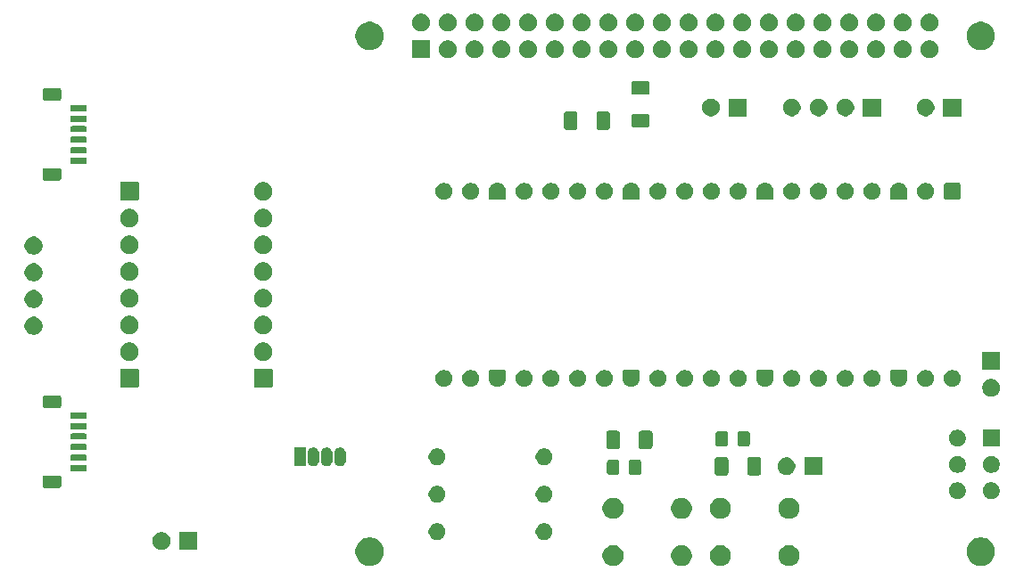
<source format=gbr>
G04 #@! TF.GenerationSoftware,KiCad,Pcbnew,9.0.1-9.0.1-0~ubuntu24.04.1*
G04 #@! TF.CreationDate,2025-04-23T21:02:07-05:00*
G04 #@! TF.ProjectId,cerebellum,63657265-6265-46c6-9c75-6d2e6b696361,rev?*
G04 #@! TF.SameCoordinates,Original*
G04 #@! TF.FileFunction,Soldermask,Top*
G04 #@! TF.FilePolarity,Negative*
%FSLAX46Y46*%
G04 Gerber Fmt 4.6, Leading zero omitted, Abs format (unit mm)*
G04 Created by KiCad (PCBNEW 9.0.1-9.0.1-0~ubuntu24.04.1) date 2025-04-23 21:02:07*
%MOMM*%
%LPD*%
G01*
G04 APERTURE LIST*
G04 APERTURE END LIST*
G36*
X126890285Y-95943060D02*
G01*
X127071397Y-96018079D01*
X127234393Y-96126990D01*
X127373010Y-96265607D01*
X127481921Y-96428603D01*
X127556940Y-96609715D01*
X127595185Y-96801983D01*
X127595185Y-96998017D01*
X127556940Y-97190285D01*
X127481921Y-97371397D01*
X127373010Y-97534393D01*
X127234393Y-97673010D01*
X127071397Y-97781921D01*
X126890285Y-97856940D01*
X126698017Y-97895185D01*
X126501983Y-97895185D01*
X126309715Y-97856940D01*
X126128603Y-97781921D01*
X125965607Y-97673010D01*
X125826990Y-97534393D01*
X125718079Y-97371397D01*
X125643060Y-97190285D01*
X125604815Y-96998017D01*
X125604815Y-96801983D01*
X125643060Y-96609715D01*
X125718079Y-96428603D01*
X125826990Y-96265607D01*
X125965607Y-96126990D01*
X126128603Y-96018079D01*
X126309715Y-95943060D01*
X126501983Y-95904815D01*
X126698017Y-95904815D01*
X126890285Y-95943060D01*
G37*
G36*
X133390285Y-95943060D02*
G01*
X133571397Y-96018079D01*
X133734393Y-96126990D01*
X133873010Y-96265607D01*
X133981921Y-96428603D01*
X134056940Y-96609715D01*
X134095185Y-96801983D01*
X134095185Y-96998017D01*
X134056940Y-97190285D01*
X133981921Y-97371397D01*
X133873010Y-97534393D01*
X133734393Y-97673010D01*
X133571397Y-97781921D01*
X133390285Y-97856940D01*
X133198017Y-97895185D01*
X133001983Y-97895185D01*
X132809715Y-97856940D01*
X132628603Y-97781921D01*
X132465607Y-97673010D01*
X132326990Y-97534393D01*
X132218079Y-97371397D01*
X132143060Y-97190285D01*
X132104815Y-96998017D01*
X132104815Y-96801983D01*
X132143060Y-96609715D01*
X132218079Y-96428603D01*
X132326990Y-96265607D01*
X132465607Y-96126990D01*
X132628603Y-96018079D01*
X132809715Y-95943060D01*
X133001983Y-95904815D01*
X133198017Y-95904815D01*
X133390285Y-95943060D01*
G37*
G36*
X137090285Y-95943060D02*
G01*
X137271397Y-96018079D01*
X137434393Y-96126990D01*
X137573010Y-96265607D01*
X137681921Y-96428603D01*
X137756940Y-96609715D01*
X137795185Y-96801983D01*
X137795185Y-96998017D01*
X137756940Y-97190285D01*
X137681921Y-97371397D01*
X137573010Y-97534393D01*
X137434393Y-97673010D01*
X137271397Y-97781921D01*
X137090285Y-97856940D01*
X136898017Y-97895185D01*
X136701983Y-97895185D01*
X136509715Y-97856940D01*
X136328603Y-97781921D01*
X136165607Y-97673010D01*
X136026990Y-97534393D01*
X135918079Y-97371397D01*
X135843060Y-97190285D01*
X135804815Y-96998017D01*
X135804815Y-96801983D01*
X135843060Y-96609715D01*
X135918079Y-96428603D01*
X136026990Y-96265607D01*
X136165607Y-96126990D01*
X136328603Y-96018079D01*
X136509715Y-95943060D01*
X136701983Y-95904815D01*
X136898017Y-95904815D01*
X137090285Y-95943060D01*
G37*
G36*
X143590285Y-95943060D02*
G01*
X143771397Y-96018079D01*
X143934393Y-96126990D01*
X144073010Y-96265607D01*
X144181921Y-96428603D01*
X144256940Y-96609715D01*
X144295185Y-96801983D01*
X144295185Y-96998017D01*
X144256940Y-97190285D01*
X144181921Y-97371397D01*
X144073010Y-97534393D01*
X143934393Y-97673010D01*
X143771397Y-97781921D01*
X143590285Y-97856940D01*
X143398017Y-97895185D01*
X143201983Y-97895185D01*
X143009715Y-97856940D01*
X142828603Y-97781921D01*
X142665607Y-97673010D01*
X142526990Y-97534393D01*
X142418079Y-97371397D01*
X142343060Y-97190285D01*
X142304815Y-96998017D01*
X142304815Y-96801983D01*
X142343060Y-96609715D01*
X142418079Y-96428603D01*
X142526990Y-96265607D01*
X142665607Y-96126990D01*
X142828603Y-96018079D01*
X143009715Y-95943060D01*
X143201983Y-95904815D01*
X143398017Y-95904815D01*
X143590285Y-95943060D01*
G37*
G36*
X103815151Y-95187301D02*
G01*
X104016623Y-95252763D01*
X104205373Y-95348936D01*
X104376755Y-95473452D01*
X104526548Y-95623245D01*
X104651064Y-95794627D01*
X104747237Y-95983377D01*
X104812699Y-96184849D01*
X104845838Y-96394080D01*
X104845838Y-96605920D01*
X104812699Y-96815151D01*
X104747237Y-97016623D01*
X104651064Y-97205373D01*
X104526548Y-97376755D01*
X104376755Y-97526548D01*
X104205373Y-97651064D01*
X104016623Y-97747237D01*
X103815151Y-97812699D01*
X103605920Y-97845838D01*
X103394080Y-97845838D01*
X103184849Y-97812699D01*
X102983377Y-97747237D01*
X102794627Y-97651064D01*
X102623245Y-97526548D01*
X102473452Y-97376755D01*
X102348936Y-97205373D01*
X102252763Y-97016623D01*
X102187301Y-96815151D01*
X102154162Y-96605920D01*
X102154162Y-96394080D01*
X102187301Y-96184849D01*
X102252763Y-95983377D01*
X102348936Y-95794627D01*
X102473452Y-95623245D01*
X102623245Y-95473452D01*
X102794627Y-95348936D01*
X102983377Y-95252763D01*
X103184849Y-95187301D01*
X103394080Y-95154162D01*
X103605920Y-95154162D01*
X103815151Y-95187301D01*
G37*
G36*
X161815151Y-95187301D02*
G01*
X162016623Y-95252763D01*
X162205373Y-95348936D01*
X162376755Y-95473452D01*
X162526548Y-95623245D01*
X162651064Y-95794627D01*
X162747237Y-95983377D01*
X162812699Y-96184849D01*
X162845838Y-96394080D01*
X162845838Y-96605920D01*
X162812699Y-96815151D01*
X162747237Y-97016623D01*
X162651064Y-97205373D01*
X162526548Y-97376755D01*
X162376755Y-97526548D01*
X162205373Y-97651064D01*
X162016623Y-97747237D01*
X161815151Y-97812699D01*
X161605920Y-97845838D01*
X161394080Y-97845838D01*
X161184849Y-97812699D01*
X160983377Y-97747237D01*
X160794627Y-97651064D01*
X160623245Y-97526548D01*
X160473452Y-97376755D01*
X160348936Y-97205373D01*
X160252763Y-97016623D01*
X160187301Y-96815151D01*
X160154162Y-96605920D01*
X160154162Y-96394080D01*
X160187301Y-96184849D01*
X160252763Y-95983377D01*
X160348936Y-95794627D01*
X160473452Y-95623245D01*
X160623245Y-95473452D01*
X160794627Y-95348936D01*
X160983377Y-95252763D01*
X161184849Y-95187301D01*
X161394080Y-95154162D01*
X161605920Y-95154162D01*
X161815151Y-95187301D01*
G37*
G36*
X87125000Y-96350000D02*
G01*
X85425000Y-96350000D01*
X85425000Y-94650000D01*
X87125000Y-94650000D01*
X87125000Y-96350000D01*
G37*
G36*
X83981742Y-94686601D02*
G01*
X84135687Y-94750367D01*
X84274234Y-94842941D01*
X84392059Y-94960766D01*
X84484633Y-95099313D01*
X84548399Y-95253258D01*
X84580907Y-95416685D01*
X84580907Y-95583315D01*
X84548399Y-95746742D01*
X84484633Y-95900687D01*
X84392059Y-96039234D01*
X84274234Y-96157059D01*
X84135687Y-96249633D01*
X83981742Y-96313399D01*
X83818315Y-96345907D01*
X83651685Y-96345907D01*
X83488258Y-96313399D01*
X83334313Y-96249633D01*
X83195766Y-96157059D01*
X83077941Y-96039234D01*
X82985367Y-95900687D01*
X82921601Y-95746742D01*
X82889093Y-95583315D01*
X82889093Y-95416685D01*
X82921601Y-95253258D01*
X82985367Y-95099313D01*
X83077941Y-94960766D01*
X83195766Y-94842941D01*
X83334313Y-94750367D01*
X83488258Y-94686601D01*
X83651685Y-94654093D01*
X83818315Y-94654093D01*
X83981742Y-94686601D01*
G37*
G36*
X110126228Y-93838448D02*
G01*
X110271117Y-93898463D01*
X110401515Y-93985592D01*
X110512408Y-94096485D01*
X110599537Y-94226883D01*
X110659552Y-94371772D01*
X110690148Y-94525586D01*
X110690148Y-94682414D01*
X110659552Y-94836228D01*
X110599537Y-94981117D01*
X110512408Y-95111515D01*
X110401515Y-95222408D01*
X110271117Y-95309537D01*
X110126228Y-95369552D01*
X109972414Y-95400148D01*
X109815586Y-95400148D01*
X109661772Y-95369552D01*
X109516883Y-95309537D01*
X109386485Y-95222408D01*
X109275592Y-95111515D01*
X109188463Y-94981117D01*
X109128448Y-94836228D01*
X109097852Y-94682414D01*
X109097852Y-94525586D01*
X109128448Y-94371772D01*
X109188463Y-94226883D01*
X109275592Y-94096485D01*
X109386485Y-93985592D01*
X109516883Y-93898463D01*
X109661772Y-93838448D01*
X109815586Y-93807852D01*
X109972414Y-93807852D01*
X110126228Y-93838448D01*
G37*
G36*
X120286228Y-93838448D02*
G01*
X120431117Y-93898463D01*
X120561515Y-93985592D01*
X120672408Y-94096485D01*
X120759537Y-94226883D01*
X120819552Y-94371772D01*
X120850148Y-94525586D01*
X120850148Y-94682414D01*
X120819552Y-94836228D01*
X120759537Y-94981117D01*
X120672408Y-95111515D01*
X120561515Y-95222408D01*
X120431117Y-95309537D01*
X120286228Y-95369552D01*
X120132414Y-95400148D01*
X119975586Y-95400148D01*
X119821772Y-95369552D01*
X119676883Y-95309537D01*
X119546485Y-95222408D01*
X119435592Y-95111515D01*
X119348463Y-94981117D01*
X119288448Y-94836228D01*
X119257852Y-94682414D01*
X119257852Y-94525586D01*
X119288448Y-94371772D01*
X119348463Y-94226883D01*
X119435592Y-94096485D01*
X119546485Y-93985592D01*
X119676883Y-93898463D01*
X119821772Y-93838448D01*
X119975586Y-93807852D01*
X120132414Y-93807852D01*
X120286228Y-93838448D01*
G37*
G36*
X126890285Y-91443060D02*
G01*
X127071397Y-91518079D01*
X127234393Y-91626990D01*
X127373010Y-91765607D01*
X127481921Y-91928603D01*
X127556940Y-92109715D01*
X127595185Y-92301983D01*
X127595185Y-92498017D01*
X127556940Y-92690285D01*
X127481921Y-92871397D01*
X127373010Y-93034393D01*
X127234393Y-93173010D01*
X127071397Y-93281921D01*
X126890285Y-93356940D01*
X126698017Y-93395185D01*
X126501983Y-93395185D01*
X126309715Y-93356940D01*
X126128603Y-93281921D01*
X125965607Y-93173010D01*
X125826990Y-93034393D01*
X125718079Y-92871397D01*
X125643060Y-92690285D01*
X125604815Y-92498017D01*
X125604815Y-92301983D01*
X125643060Y-92109715D01*
X125718079Y-91928603D01*
X125826990Y-91765607D01*
X125965607Y-91626990D01*
X126128603Y-91518079D01*
X126309715Y-91443060D01*
X126501983Y-91404815D01*
X126698017Y-91404815D01*
X126890285Y-91443060D01*
G37*
G36*
X133390285Y-91443060D02*
G01*
X133571397Y-91518079D01*
X133734393Y-91626990D01*
X133873010Y-91765607D01*
X133981921Y-91928603D01*
X134056940Y-92109715D01*
X134095185Y-92301983D01*
X134095185Y-92498017D01*
X134056940Y-92690285D01*
X133981921Y-92871397D01*
X133873010Y-93034393D01*
X133734393Y-93173010D01*
X133571397Y-93281921D01*
X133390285Y-93356940D01*
X133198017Y-93395185D01*
X133001983Y-93395185D01*
X132809715Y-93356940D01*
X132628603Y-93281921D01*
X132465607Y-93173010D01*
X132326990Y-93034393D01*
X132218079Y-92871397D01*
X132143060Y-92690285D01*
X132104815Y-92498017D01*
X132104815Y-92301983D01*
X132143060Y-92109715D01*
X132218079Y-91928603D01*
X132326990Y-91765607D01*
X132465607Y-91626990D01*
X132628603Y-91518079D01*
X132809715Y-91443060D01*
X133001983Y-91404815D01*
X133198017Y-91404815D01*
X133390285Y-91443060D01*
G37*
G36*
X137090285Y-91443060D02*
G01*
X137271397Y-91518079D01*
X137434393Y-91626990D01*
X137573010Y-91765607D01*
X137681921Y-91928603D01*
X137756940Y-92109715D01*
X137795185Y-92301983D01*
X137795185Y-92498017D01*
X137756940Y-92690285D01*
X137681921Y-92871397D01*
X137573010Y-93034393D01*
X137434393Y-93173010D01*
X137271397Y-93281921D01*
X137090285Y-93356940D01*
X136898017Y-93395185D01*
X136701983Y-93395185D01*
X136509715Y-93356940D01*
X136328603Y-93281921D01*
X136165607Y-93173010D01*
X136026990Y-93034393D01*
X135918079Y-92871397D01*
X135843060Y-92690285D01*
X135804815Y-92498017D01*
X135804815Y-92301983D01*
X135843060Y-92109715D01*
X135918079Y-91928603D01*
X136026990Y-91765607D01*
X136165607Y-91626990D01*
X136328603Y-91518079D01*
X136509715Y-91443060D01*
X136701983Y-91404815D01*
X136898017Y-91404815D01*
X137090285Y-91443060D01*
G37*
G36*
X143590285Y-91443060D02*
G01*
X143771397Y-91518079D01*
X143934393Y-91626990D01*
X144073010Y-91765607D01*
X144181921Y-91928603D01*
X144256940Y-92109715D01*
X144295185Y-92301983D01*
X144295185Y-92498017D01*
X144256940Y-92690285D01*
X144181921Y-92871397D01*
X144073010Y-93034393D01*
X143934393Y-93173010D01*
X143771397Y-93281921D01*
X143590285Y-93356940D01*
X143398017Y-93395185D01*
X143201983Y-93395185D01*
X143009715Y-93356940D01*
X142828603Y-93281921D01*
X142665607Y-93173010D01*
X142526990Y-93034393D01*
X142418079Y-92871397D01*
X142343060Y-92690285D01*
X142304815Y-92498017D01*
X142304815Y-92301983D01*
X142343060Y-92109715D01*
X142418079Y-91928603D01*
X142526990Y-91765607D01*
X142665607Y-91626990D01*
X142828603Y-91518079D01*
X143009715Y-91443060D01*
X143201983Y-91404815D01*
X143398017Y-91404815D01*
X143590285Y-91443060D01*
G37*
G36*
X110126228Y-90282448D02*
G01*
X110271117Y-90342463D01*
X110401515Y-90429592D01*
X110512408Y-90540485D01*
X110599537Y-90670883D01*
X110659552Y-90815772D01*
X110690148Y-90969586D01*
X110690148Y-91126414D01*
X110659552Y-91280228D01*
X110599537Y-91425117D01*
X110512408Y-91555515D01*
X110401515Y-91666408D01*
X110271117Y-91753537D01*
X110126228Y-91813552D01*
X109972414Y-91844148D01*
X109815586Y-91844148D01*
X109661772Y-91813552D01*
X109516883Y-91753537D01*
X109386485Y-91666408D01*
X109275592Y-91555515D01*
X109188463Y-91425117D01*
X109128448Y-91280228D01*
X109097852Y-91126414D01*
X109097852Y-90969586D01*
X109128448Y-90815772D01*
X109188463Y-90670883D01*
X109275592Y-90540485D01*
X109386485Y-90429592D01*
X109516883Y-90342463D01*
X109661772Y-90282448D01*
X109815586Y-90251852D01*
X109972414Y-90251852D01*
X110126228Y-90282448D01*
G37*
G36*
X120286228Y-90282448D02*
G01*
X120431117Y-90342463D01*
X120561515Y-90429592D01*
X120672408Y-90540485D01*
X120759537Y-90670883D01*
X120819552Y-90815772D01*
X120850148Y-90969586D01*
X120850148Y-91126414D01*
X120819552Y-91280228D01*
X120759537Y-91425117D01*
X120672408Y-91555515D01*
X120561515Y-91666408D01*
X120431117Y-91753537D01*
X120286228Y-91813552D01*
X120132414Y-91844148D01*
X119975586Y-91844148D01*
X119821772Y-91813552D01*
X119676883Y-91753537D01*
X119546485Y-91666408D01*
X119435592Y-91555515D01*
X119348463Y-91425117D01*
X119288448Y-91280228D01*
X119257852Y-91126414D01*
X119257852Y-90969586D01*
X119288448Y-90815772D01*
X119348463Y-90670883D01*
X119435592Y-90540485D01*
X119546485Y-90429592D01*
X119676883Y-90342463D01*
X119821772Y-90282448D01*
X119975586Y-90251852D01*
X120132414Y-90251852D01*
X120286228Y-90282448D01*
G37*
G36*
X159532228Y-89954448D02*
G01*
X159677117Y-90014463D01*
X159807515Y-90101592D01*
X159918408Y-90212485D01*
X160005537Y-90342883D01*
X160065552Y-90487772D01*
X160096148Y-90641586D01*
X160096148Y-90798414D01*
X160065552Y-90952228D01*
X160005537Y-91097117D01*
X159918408Y-91227515D01*
X159807515Y-91338408D01*
X159677117Y-91425537D01*
X159532228Y-91485552D01*
X159378414Y-91516148D01*
X159221586Y-91516148D01*
X159067772Y-91485552D01*
X158922883Y-91425537D01*
X158792485Y-91338408D01*
X158681592Y-91227515D01*
X158594463Y-91097117D01*
X158534448Y-90952228D01*
X158503852Y-90798414D01*
X158503852Y-90641586D01*
X158534448Y-90487772D01*
X158594463Y-90342883D01*
X158681592Y-90212485D01*
X158792485Y-90101592D01*
X158922883Y-90014463D01*
X159067772Y-89954448D01*
X159221586Y-89923852D01*
X159378414Y-89923852D01*
X159532228Y-89954448D01*
G37*
G36*
X162732228Y-89954448D02*
G01*
X162877117Y-90014463D01*
X163007515Y-90101592D01*
X163118408Y-90212485D01*
X163205537Y-90342883D01*
X163265552Y-90487772D01*
X163296148Y-90641586D01*
X163296148Y-90798414D01*
X163265552Y-90952228D01*
X163205537Y-91097117D01*
X163118408Y-91227515D01*
X163007515Y-91338408D01*
X162877117Y-91425537D01*
X162732228Y-91485552D01*
X162578414Y-91516148D01*
X162421586Y-91516148D01*
X162267772Y-91485552D01*
X162122883Y-91425537D01*
X161992485Y-91338408D01*
X161881592Y-91227515D01*
X161794463Y-91097117D01*
X161734448Y-90952228D01*
X161703852Y-90798414D01*
X161703852Y-90641586D01*
X161734448Y-90487772D01*
X161794463Y-90342883D01*
X161881592Y-90212485D01*
X161992485Y-90101592D01*
X162122883Y-90014463D01*
X162267772Y-89954448D01*
X162421586Y-89923852D01*
X162578414Y-89923852D01*
X162732228Y-89954448D01*
G37*
G36*
X73999116Y-89270818D02*
G01*
X74050379Y-89276766D01*
X74067892Y-89284499D01*
X74090671Y-89289030D01*
X74115057Y-89305324D01*
X74135788Y-89314478D01*
X74149946Y-89328636D01*
X74171777Y-89343223D01*
X74186363Y-89365053D01*
X74200521Y-89379211D01*
X74209673Y-89399939D01*
X74225970Y-89424329D01*
X74230501Y-89447109D01*
X74238233Y-89464620D01*
X74244178Y-89515872D01*
X74245000Y-89520000D01*
X74245000Y-90220000D01*
X74244178Y-90224128D01*
X74238233Y-90275379D01*
X74230501Y-90292888D01*
X74225970Y-90315671D01*
X74209672Y-90340062D01*
X74200521Y-90360788D01*
X74186365Y-90374943D01*
X74171777Y-90396777D01*
X74149943Y-90411365D01*
X74135788Y-90425521D01*
X74115062Y-90434672D01*
X74090671Y-90450970D01*
X74067888Y-90455501D01*
X74050379Y-90463233D01*
X73999129Y-90469178D01*
X73995000Y-90470000D01*
X72695000Y-90470000D01*
X72690873Y-90469179D01*
X72639620Y-90463233D01*
X72622109Y-90455501D01*
X72599329Y-90450970D01*
X72574939Y-90434673D01*
X72554211Y-90425521D01*
X72540053Y-90411363D01*
X72518223Y-90396777D01*
X72503636Y-90374946D01*
X72489478Y-90360788D01*
X72480324Y-90340057D01*
X72464030Y-90315671D01*
X72459499Y-90292892D01*
X72451766Y-90275379D01*
X72445818Y-90224117D01*
X72445000Y-90220000D01*
X72445000Y-89520000D01*
X72445818Y-89515885D01*
X72451766Y-89464620D01*
X72459499Y-89447105D01*
X72464030Y-89424329D01*
X72480323Y-89399944D01*
X72489478Y-89379211D01*
X72503638Y-89365050D01*
X72518223Y-89343223D01*
X72540050Y-89328638D01*
X72554211Y-89314478D01*
X72574944Y-89305323D01*
X72599329Y-89289030D01*
X72622105Y-89284499D01*
X72639620Y-89276766D01*
X72690884Y-89270818D01*
X72695000Y-89270000D01*
X73995000Y-89270000D01*
X73999116Y-89270818D01*
G37*
G36*
X137304116Y-87525818D02*
G01*
X137355379Y-87531766D01*
X137372892Y-87539499D01*
X137395671Y-87544030D01*
X137420057Y-87560324D01*
X137440788Y-87569478D01*
X137454946Y-87583636D01*
X137476777Y-87598223D01*
X137491363Y-87620053D01*
X137505521Y-87634211D01*
X137514673Y-87654939D01*
X137530970Y-87679329D01*
X137535501Y-87702109D01*
X137543233Y-87719620D01*
X137549178Y-87770872D01*
X137550000Y-87775000D01*
X137550000Y-89025000D01*
X137549178Y-89029128D01*
X137543233Y-89080379D01*
X137535501Y-89097888D01*
X137530970Y-89120671D01*
X137514672Y-89145062D01*
X137505521Y-89165788D01*
X137491365Y-89179943D01*
X137476777Y-89201777D01*
X137454943Y-89216365D01*
X137440788Y-89230521D01*
X137420062Y-89239672D01*
X137395671Y-89255970D01*
X137372888Y-89260501D01*
X137355379Y-89268233D01*
X137304129Y-89274178D01*
X137300000Y-89275000D01*
X136500000Y-89275000D01*
X136495873Y-89274179D01*
X136444620Y-89268233D01*
X136427109Y-89260501D01*
X136404329Y-89255970D01*
X136379939Y-89239673D01*
X136359211Y-89230521D01*
X136345053Y-89216363D01*
X136323223Y-89201777D01*
X136308636Y-89179946D01*
X136294478Y-89165788D01*
X136285324Y-89145057D01*
X136269030Y-89120671D01*
X136264499Y-89097892D01*
X136256766Y-89080379D01*
X136250818Y-89029117D01*
X136250000Y-89025000D01*
X136250000Y-87775000D01*
X136250818Y-87770885D01*
X136256766Y-87719620D01*
X136264499Y-87702105D01*
X136269030Y-87679329D01*
X136285323Y-87654944D01*
X136294478Y-87634211D01*
X136308638Y-87620050D01*
X136323223Y-87598223D01*
X136345050Y-87583638D01*
X136359211Y-87569478D01*
X136379944Y-87560323D01*
X136404329Y-87544030D01*
X136427105Y-87539499D01*
X136444620Y-87531766D01*
X136495884Y-87525818D01*
X136500000Y-87525000D01*
X137300000Y-87525000D01*
X137304116Y-87525818D01*
G37*
G36*
X140404116Y-87525818D02*
G01*
X140455379Y-87531766D01*
X140472892Y-87539499D01*
X140495671Y-87544030D01*
X140520057Y-87560324D01*
X140540788Y-87569478D01*
X140554946Y-87583636D01*
X140576777Y-87598223D01*
X140591363Y-87620053D01*
X140605521Y-87634211D01*
X140614673Y-87654939D01*
X140630970Y-87679329D01*
X140635501Y-87702109D01*
X140643233Y-87719620D01*
X140649178Y-87770872D01*
X140650000Y-87775000D01*
X140650000Y-89025000D01*
X140649178Y-89029128D01*
X140643233Y-89080379D01*
X140635501Y-89097888D01*
X140630970Y-89120671D01*
X140614672Y-89145062D01*
X140605521Y-89165788D01*
X140591365Y-89179943D01*
X140576777Y-89201777D01*
X140554943Y-89216365D01*
X140540788Y-89230521D01*
X140520062Y-89239672D01*
X140495671Y-89255970D01*
X140472888Y-89260501D01*
X140455379Y-89268233D01*
X140404129Y-89274178D01*
X140400000Y-89275000D01*
X139600000Y-89275000D01*
X139595873Y-89274179D01*
X139544620Y-89268233D01*
X139527109Y-89260501D01*
X139504329Y-89255970D01*
X139479939Y-89239673D01*
X139459211Y-89230521D01*
X139445053Y-89216363D01*
X139423223Y-89201777D01*
X139408636Y-89179946D01*
X139394478Y-89165788D01*
X139385324Y-89145057D01*
X139369030Y-89120671D01*
X139364499Y-89097892D01*
X139356766Y-89080379D01*
X139350818Y-89029117D01*
X139350000Y-89025000D01*
X139350000Y-87775000D01*
X139350818Y-87770885D01*
X139356766Y-87719620D01*
X139364499Y-87702105D01*
X139369030Y-87679329D01*
X139385323Y-87654944D01*
X139394478Y-87634211D01*
X139408638Y-87620050D01*
X139423223Y-87598223D01*
X139445050Y-87583638D01*
X139459211Y-87569478D01*
X139479944Y-87560323D01*
X139504329Y-87544030D01*
X139527105Y-87539499D01*
X139544620Y-87531766D01*
X139595884Y-87525818D01*
X139600000Y-87525000D01*
X140400000Y-87525000D01*
X140404116Y-87525818D01*
G37*
G36*
X146450000Y-89250000D02*
G01*
X144750000Y-89250000D01*
X144750000Y-87550000D01*
X146450000Y-87550000D01*
X146450000Y-89250000D01*
G37*
G36*
X143306742Y-87586601D02*
G01*
X143460687Y-87650367D01*
X143599234Y-87742941D01*
X143717059Y-87860766D01*
X143809633Y-87999313D01*
X143873399Y-88153258D01*
X143905907Y-88316685D01*
X143905907Y-88483315D01*
X143873399Y-88646742D01*
X143809633Y-88800687D01*
X143717059Y-88939234D01*
X143599234Y-89057059D01*
X143460687Y-89149633D01*
X143306742Y-89213399D01*
X143143315Y-89245907D01*
X142976685Y-89245907D01*
X142813258Y-89213399D01*
X142659313Y-89149633D01*
X142520766Y-89057059D01*
X142402941Y-88939234D01*
X142310367Y-88800687D01*
X142246601Y-88646742D01*
X142214093Y-88483315D01*
X142214093Y-88316685D01*
X142246601Y-88153258D01*
X142310367Y-87999313D01*
X142402941Y-87860766D01*
X142520766Y-87742941D01*
X142659313Y-87650367D01*
X142813258Y-87586601D01*
X142976685Y-87554093D01*
X143143315Y-87554093D01*
X143306742Y-87586601D01*
G37*
G36*
X126954116Y-87775818D02*
G01*
X127005379Y-87781766D01*
X127022892Y-87789499D01*
X127045671Y-87794030D01*
X127070057Y-87810324D01*
X127090788Y-87819478D01*
X127104946Y-87833636D01*
X127126777Y-87848223D01*
X127141363Y-87870053D01*
X127155521Y-87884211D01*
X127164673Y-87904939D01*
X127180970Y-87929329D01*
X127185501Y-87952109D01*
X127193233Y-87969620D01*
X127199178Y-88020872D01*
X127200000Y-88025000D01*
X127200000Y-88975000D01*
X127199178Y-88979128D01*
X127193233Y-89030379D01*
X127185501Y-89047888D01*
X127180970Y-89070671D01*
X127164672Y-89095062D01*
X127155521Y-89115788D01*
X127141365Y-89129943D01*
X127126777Y-89151777D01*
X127104943Y-89166365D01*
X127090788Y-89180521D01*
X127070062Y-89189672D01*
X127045671Y-89205970D01*
X127022888Y-89210501D01*
X127005379Y-89218233D01*
X126954129Y-89224178D01*
X126950000Y-89225000D01*
X126275000Y-89225000D01*
X126270873Y-89224179D01*
X126219620Y-89218233D01*
X126202109Y-89210501D01*
X126179329Y-89205970D01*
X126154939Y-89189673D01*
X126134211Y-89180521D01*
X126120053Y-89166363D01*
X126098223Y-89151777D01*
X126083636Y-89129946D01*
X126069478Y-89115788D01*
X126060324Y-89095057D01*
X126044030Y-89070671D01*
X126039499Y-89047892D01*
X126031766Y-89030379D01*
X126025818Y-88979117D01*
X126025000Y-88975000D01*
X126025000Y-88025000D01*
X126025818Y-88020885D01*
X126031766Y-87969620D01*
X126039499Y-87952105D01*
X126044030Y-87929329D01*
X126060323Y-87904944D01*
X126069478Y-87884211D01*
X126083638Y-87870050D01*
X126098223Y-87848223D01*
X126120050Y-87833638D01*
X126134211Y-87819478D01*
X126154944Y-87810323D01*
X126179329Y-87794030D01*
X126202105Y-87789499D01*
X126219620Y-87781766D01*
X126270884Y-87775818D01*
X126275000Y-87775000D01*
X126950000Y-87775000D01*
X126954116Y-87775818D01*
G37*
G36*
X129029116Y-87775818D02*
G01*
X129080379Y-87781766D01*
X129097892Y-87789499D01*
X129120671Y-87794030D01*
X129145057Y-87810324D01*
X129165788Y-87819478D01*
X129179946Y-87833636D01*
X129201777Y-87848223D01*
X129216363Y-87870053D01*
X129230521Y-87884211D01*
X129239673Y-87904939D01*
X129255970Y-87929329D01*
X129260501Y-87952109D01*
X129268233Y-87969620D01*
X129274178Y-88020872D01*
X129275000Y-88025000D01*
X129275000Y-88975000D01*
X129274178Y-88979128D01*
X129268233Y-89030379D01*
X129260501Y-89047888D01*
X129255970Y-89070671D01*
X129239672Y-89095062D01*
X129230521Y-89115788D01*
X129216365Y-89129943D01*
X129201777Y-89151777D01*
X129179943Y-89166365D01*
X129165788Y-89180521D01*
X129145062Y-89189672D01*
X129120671Y-89205970D01*
X129097888Y-89210501D01*
X129080379Y-89218233D01*
X129029129Y-89224178D01*
X129025000Y-89225000D01*
X128350000Y-89225000D01*
X128345873Y-89224179D01*
X128294620Y-89218233D01*
X128277109Y-89210501D01*
X128254329Y-89205970D01*
X128229939Y-89189673D01*
X128209211Y-89180521D01*
X128195053Y-89166363D01*
X128173223Y-89151777D01*
X128158636Y-89129946D01*
X128144478Y-89115788D01*
X128135324Y-89095057D01*
X128119030Y-89070671D01*
X128114499Y-89047892D01*
X128106766Y-89030379D01*
X128100818Y-88979117D01*
X128100000Y-88975000D01*
X128100000Y-88025000D01*
X128100818Y-88020885D01*
X128106766Y-87969620D01*
X128114499Y-87952105D01*
X128119030Y-87929329D01*
X128135323Y-87904944D01*
X128144478Y-87884211D01*
X128158638Y-87870050D01*
X128173223Y-87848223D01*
X128195050Y-87833638D01*
X128209211Y-87819478D01*
X128229944Y-87810323D01*
X128254329Y-87794030D01*
X128277105Y-87789499D01*
X128294620Y-87781766D01*
X128345884Y-87775818D01*
X128350000Y-87775000D01*
X129025000Y-87775000D01*
X129029116Y-87775818D01*
G37*
G36*
X159532228Y-87454448D02*
G01*
X159677117Y-87514463D01*
X159807515Y-87601592D01*
X159918408Y-87712485D01*
X160005537Y-87842883D01*
X160065552Y-87987772D01*
X160096148Y-88141586D01*
X160096148Y-88298414D01*
X160065552Y-88452228D01*
X160005537Y-88597117D01*
X159918408Y-88727515D01*
X159807515Y-88838408D01*
X159677117Y-88925537D01*
X159532228Y-88985552D01*
X159378414Y-89016148D01*
X159221586Y-89016148D01*
X159067772Y-88985552D01*
X158922883Y-88925537D01*
X158792485Y-88838408D01*
X158681592Y-88727515D01*
X158594463Y-88597117D01*
X158534448Y-88452228D01*
X158503852Y-88298414D01*
X158503852Y-88141586D01*
X158534448Y-87987772D01*
X158594463Y-87842883D01*
X158681592Y-87712485D01*
X158792485Y-87601592D01*
X158922883Y-87514463D01*
X159067772Y-87454448D01*
X159221586Y-87423852D01*
X159378414Y-87423852D01*
X159532228Y-87454448D01*
G37*
G36*
X162732228Y-87454448D02*
G01*
X162877117Y-87514463D01*
X163007515Y-87601592D01*
X163118408Y-87712485D01*
X163205537Y-87842883D01*
X163265552Y-87987772D01*
X163296148Y-88141586D01*
X163296148Y-88298414D01*
X163265552Y-88452228D01*
X163205537Y-88597117D01*
X163118408Y-88727515D01*
X163007515Y-88838408D01*
X162877117Y-88925537D01*
X162732228Y-88985552D01*
X162578414Y-89016148D01*
X162421586Y-89016148D01*
X162267772Y-88985552D01*
X162122883Y-88925537D01*
X161992485Y-88838408D01*
X161881592Y-88727515D01*
X161794463Y-88597117D01*
X161734448Y-88452228D01*
X161703852Y-88298414D01*
X161703852Y-88141586D01*
X161734448Y-87987772D01*
X161794463Y-87842883D01*
X161881592Y-87712485D01*
X161992485Y-87601592D01*
X162122883Y-87514463D01*
X162267772Y-87454448D01*
X162421586Y-87423852D01*
X162578414Y-87423852D01*
X162732228Y-87454448D01*
G37*
G36*
X76552403Y-88281418D02*
G01*
X76601066Y-88313934D01*
X76633582Y-88362597D01*
X76645000Y-88420000D01*
X76645000Y-88720000D01*
X76633582Y-88777403D01*
X76601066Y-88826066D01*
X76552403Y-88858582D01*
X76495000Y-88870000D01*
X75245000Y-88870000D01*
X75187597Y-88858582D01*
X75138934Y-88826066D01*
X75106418Y-88777403D01*
X75095000Y-88720000D01*
X75095000Y-88420000D01*
X75106418Y-88362597D01*
X75138934Y-88313934D01*
X75187597Y-88281418D01*
X75245000Y-88270000D01*
X76495000Y-88270000D01*
X76552403Y-88281418D01*
G37*
G36*
X97425000Y-88400000D02*
G01*
X96355000Y-88400000D01*
X96355000Y-86600000D01*
X97425000Y-86600000D01*
X97425000Y-88400000D01*
G37*
G36*
X98364736Y-86640724D02*
G01*
X98485687Y-86710556D01*
X98584444Y-86809313D01*
X98654276Y-86930264D01*
X98690423Y-87065168D01*
X98695000Y-87135000D01*
X98695000Y-87865000D01*
X98690423Y-87934832D01*
X98654276Y-88069736D01*
X98584444Y-88190687D01*
X98485687Y-88289444D01*
X98364736Y-88359276D01*
X98229832Y-88395423D01*
X98090168Y-88395423D01*
X97955264Y-88359276D01*
X97834313Y-88289444D01*
X97735556Y-88190687D01*
X97665724Y-88069736D01*
X97629577Y-87934832D01*
X97625000Y-87865000D01*
X97625000Y-87135000D01*
X97629577Y-87065168D01*
X97665724Y-86930264D01*
X97735556Y-86809313D01*
X97834313Y-86710556D01*
X97955264Y-86640724D01*
X98090168Y-86604577D01*
X98229832Y-86604577D01*
X98364736Y-86640724D01*
G37*
G36*
X99634736Y-86640724D02*
G01*
X99755687Y-86710556D01*
X99854444Y-86809313D01*
X99924276Y-86930264D01*
X99960423Y-87065168D01*
X99965000Y-87135000D01*
X99965000Y-87865000D01*
X99960423Y-87934832D01*
X99924276Y-88069736D01*
X99854444Y-88190687D01*
X99755687Y-88289444D01*
X99634736Y-88359276D01*
X99499832Y-88395423D01*
X99360168Y-88395423D01*
X99225264Y-88359276D01*
X99104313Y-88289444D01*
X99005556Y-88190687D01*
X98935724Y-88069736D01*
X98899577Y-87934832D01*
X98895000Y-87865000D01*
X98895000Y-87135000D01*
X98899577Y-87065168D01*
X98935724Y-86930264D01*
X99005556Y-86809313D01*
X99104313Y-86710556D01*
X99225264Y-86640724D01*
X99360168Y-86604577D01*
X99499832Y-86604577D01*
X99634736Y-86640724D01*
G37*
G36*
X100904736Y-86640724D02*
G01*
X101025687Y-86710556D01*
X101124444Y-86809313D01*
X101194276Y-86930264D01*
X101230423Y-87065168D01*
X101235000Y-87135000D01*
X101235000Y-87865000D01*
X101230423Y-87934832D01*
X101194276Y-88069736D01*
X101124444Y-88190687D01*
X101025687Y-88289444D01*
X100904736Y-88359276D01*
X100769832Y-88395423D01*
X100630168Y-88395423D01*
X100495264Y-88359276D01*
X100374313Y-88289444D01*
X100275556Y-88190687D01*
X100205724Y-88069736D01*
X100169577Y-87934832D01*
X100165000Y-87865000D01*
X100165000Y-87135000D01*
X100169577Y-87065168D01*
X100205724Y-86930264D01*
X100275556Y-86809313D01*
X100374313Y-86710556D01*
X100495264Y-86640724D01*
X100630168Y-86604577D01*
X100769832Y-86604577D01*
X100904736Y-86640724D01*
G37*
G36*
X110126228Y-86726448D02*
G01*
X110271117Y-86786463D01*
X110401515Y-86873592D01*
X110512408Y-86984485D01*
X110599537Y-87114883D01*
X110659552Y-87259772D01*
X110690148Y-87413586D01*
X110690148Y-87570414D01*
X110659552Y-87724228D01*
X110599537Y-87869117D01*
X110512408Y-87999515D01*
X110401515Y-88110408D01*
X110271117Y-88197537D01*
X110126228Y-88257552D01*
X109972414Y-88288148D01*
X109815586Y-88288148D01*
X109661772Y-88257552D01*
X109516883Y-88197537D01*
X109386485Y-88110408D01*
X109275592Y-87999515D01*
X109188463Y-87869117D01*
X109128448Y-87724228D01*
X109097852Y-87570414D01*
X109097852Y-87413586D01*
X109128448Y-87259772D01*
X109188463Y-87114883D01*
X109275592Y-86984485D01*
X109386485Y-86873592D01*
X109516883Y-86786463D01*
X109661772Y-86726448D01*
X109815586Y-86695852D01*
X109972414Y-86695852D01*
X110126228Y-86726448D01*
G37*
G36*
X120286228Y-86726448D02*
G01*
X120431117Y-86786463D01*
X120561515Y-86873592D01*
X120672408Y-86984485D01*
X120759537Y-87114883D01*
X120819552Y-87259772D01*
X120850148Y-87413586D01*
X120850148Y-87570414D01*
X120819552Y-87724228D01*
X120759537Y-87869117D01*
X120672408Y-87999515D01*
X120561515Y-88110408D01*
X120431117Y-88197537D01*
X120286228Y-88257552D01*
X120132414Y-88288148D01*
X119975586Y-88288148D01*
X119821772Y-88257552D01*
X119676883Y-88197537D01*
X119546485Y-88110408D01*
X119435592Y-87999515D01*
X119348463Y-87869117D01*
X119288448Y-87724228D01*
X119257852Y-87570414D01*
X119257852Y-87413586D01*
X119288448Y-87259772D01*
X119348463Y-87114883D01*
X119435592Y-86984485D01*
X119546485Y-86873592D01*
X119676883Y-86786463D01*
X119821772Y-86726448D01*
X119975586Y-86695852D01*
X120132414Y-86695852D01*
X120286228Y-86726448D01*
G37*
G36*
X76552403Y-87281418D02*
G01*
X76601066Y-87313934D01*
X76633582Y-87362597D01*
X76645000Y-87420000D01*
X76645000Y-87720000D01*
X76633582Y-87777403D01*
X76601066Y-87826066D01*
X76552403Y-87858582D01*
X76495000Y-87870000D01*
X75245000Y-87870000D01*
X75187597Y-87858582D01*
X75138934Y-87826066D01*
X75106418Y-87777403D01*
X75095000Y-87720000D01*
X75095000Y-87420000D01*
X75106418Y-87362597D01*
X75138934Y-87313934D01*
X75187597Y-87281418D01*
X75245000Y-87270000D01*
X76495000Y-87270000D01*
X76552403Y-87281418D01*
G37*
G36*
X76552403Y-86281418D02*
G01*
X76601066Y-86313934D01*
X76633582Y-86362597D01*
X76645000Y-86420000D01*
X76645000Y-86720000D01*
X76633582Y-86777403D01*
X76601066Y-86826066D01*
X76552403Y-86858582D01*
X76495000Y-86870000D01*
X75245000Y-86870000D01*
X75187597Y-86858582D01*
X75138934Y-86826066D01*
X75106418Y-86777403D01*
X75095000Y-86720000D01*
X75095000Y-86420000D01*
X75106418Y-86362597D01*
X75138934Y-86313934D01*
X75187597Y-86281418D01*
X75245000Y-86270000D01*
X76495000Y-86270000D01*
X76552403Y-86281418D01*
G37*
G36*
X127004116Y-85025818D02*
G01*
X127055379Y-85031766D01*
X127072892Y-85039499D01*
X127095671Y-85044030D01*
X127120057Y-85060324D01*
X127140788Y-85069478D01*
X127154946Y-85083636D01*
X127176777Y-85098223D01*
X127191363Y-85120053D01*
X127205521Y-85134211D01*
X127214673Y-85154939D01*
X127230970Y-85179329D01*
X127235501Y-85202109D01*
X127243233Y-85219620D01*
X127249178Y-85270872D01*
X127250000Y-85275000D01*
X127250000Y-86525000D01*
X127249178Y-86529128D01*
X127243233Y-86580379D01*
X127235501Y-86597888D01*
X127230970Y-86620671D01*
X127214672Y-86645062D01*
X127205521Y-86665788D01*
X127191365Y-86679943D01*
X127176777Y-86701777D01*
X127154943Y-86716365D01*
X127140788Y-86730521D01*
X127120062Y-86739672D01*
X127095671Y-86755970D01*
X127072888Y-86760501D01*
X127055379Y-86768233D01*
X127004129Y-86774178D01*
X127000000Y-86775000D01*
X126200000Y-86775000D01*
X126195873Y-86774179D01*
X126144620Y-86768233D01*
X126127109Y-86760501D01*
X126104329Y-86755970D01*
X126079939Y-86739673D01*
X126059211Y-86730521D01*
X126045053Y-86716363D01*
X126023223Y-86701777D01*
X126008636Y-86679946D01*
X125994478Y-86665788D01*
X125985324Y-86645057D01*
X125969030Y-86620671D01*
X125964499Y-86597892D01*
X125956766Y-86580379D01*
X125950818Y-86529117D01*
X125950000Y-86525000D01*
X125950000Y-85275000D01*
X125950818Y-85270885D01*
X125956766Y-85219620D01*
X125964499Y-85202105D01*
X125969030Y-85179329D01*
X125985323Y-85154944D01*
X125994478Y-85134211D01*
X126008638Y-85120050D01*
X126023223Y-85098223D01*
X126045050Y-85083638D01*
X126059211Y-85069478D01*
X126079944Y-85060323D01*
X126104329Y-85044030D01*
X126127105Y-85039499D01*
X126144620Y-85031766D01*
X126195884Y-85025818D01*
X126200000Y-85025000D01*
X127000000Y-85025000D01*
X127004116Y-85025818D01*
G37*
G36*
X130104116Y-85025818D02*
G01*
X130155379Y-85031766D01*
X130172892Y-85039499D01*
X130195671Y-85044030D01*
X130220057Y-85060324D01*
X130240788Y-85069478D01*
X130254946Y-85083636D01*
X130276777Y-85098223D01*
X130291363Y-85120053D01*
X130305521Y-85134211D01*
X130314673Y-85154939D01*
X130330970Y-85179329D01*
X130335501Y-85202109D01*
X130343233Y-85219620D01*
X130349178Y-85270872D01*
X130350000Y-85275000D01*
X130350000Y-86525000D01*
X130349178Y-86529128D01*
X130343233Y-86580379D01*
X130335501Y-86597888D01*
X130330970Y-86620671D01*
X130314672Y-86645062D01*
X130305521Y-86665788D01*
X130291365Y-86679943D01*
X130276777Y-86701777D01*
X130254943Y-86716365D01*
X130240788Y-86730521D01*
X130220062Y-86739672D01*
X130195671Y-86755970D01*
X130172888Y-86760501D01*
X130155379Y-86768233D01*
X130104129Y-86774178D01*
X130100000Y-86775000D01*
X129300000Y-86775000D01*
X129295873Y-86774179D01*
X129244620Y-86768233D01*
X129227109Y-86760501D01*
X129204329Y-86755970D01*
X129179939Y-86739673D01*
X129159211Y-86730521D01*
X129145053Y-86716363D01*
X129123223Y-86701777D01*
X129108636Y-86679946D01*
X129094478Y-86665788D01*
X129085324Y-86645057D01*
X129069030Y-86620671D01*
X129064499Y-86597892D01*
X129056766Y-86580379D01*
X129050818Y-86529117D01*
X129050000Y-86525000D01*
X129050000Y-85275000D01*
X129050818Y-85270885D01*
X129056766Y-85219620D01*
X129064499Y-85202105D01*
X129069030Y-85179329D01*
X129085323Y-85154944D01*
X129094478Y-85134211D01*
X129108638Y-85120050D01*
X129123223Y-85098223D01*
X129145050Y-85083638D01*
X129159211Y-85069478D01*
X129179944Y-85060323D01*
X129204329Y-85044030D01*
X129227105Y-85039499D01*
X129244620Y-85031766D01*
X129295884Y-85025818D01*
X129300000Y-85025000D01*
X130100000Y-85025000D01*
X130104116Y-85025818D01*
G37*
G36*
X137266616Y-85075818D02*
G01*
X137317879Y-85081766D01*
X137335392Y-85089499D01*
X137358171Y-85094030D01*
X137382557Y-85110324D01*
X137403288Y-85119478D01*
X137417446Y-85133636D01*
X137439277Y-85148223D01*
X137453863Y-85170053D01*
X137468021Y-85184211D01*
X137477173Y-85204939D01*
X137493470Y-85229329D01*
X137498001Y-85252109D01*
X137505733Y-85269620D01*
X137511678Y-85320872D01*
X137512500Y-85325000D01*
X137512500Y-86275000D01*
X137511678Y-86279128D01*
X137505733Y-86330379D01*
X137498001Y-86347888D01*
X137493470Y-86370671D01*
X137477172Y-86395062D01*
X137468021Y-86415788D01*
X137453865Y-86429943D01*
X137439277Y-86451777D01*
X137417443Y-86466365D01*
X137403288Y-86480521D01*
X137382562Y-86489672D01*
X137358171Y-86505970D01*
X137335388Y-86510501D01*
X137317879Y-86518233D01*
X137266629Y-86524178D01*
X137262500Y-86525000D01*
X136587500Y-86525000D01*
X136583373Y-86524179D01*
X136532120Y-86518233D01*
X136514609Y-86510501D01*
X136491829Y-86505970D01*
X136467439Y-86489673D01*
X136446711Y-86480521D01*
X136432553Y-86466363D01*
X136410723Y-86451777D01*
X136396136Y-86429946D01*
X136381978Y-86415788D01*
X136372824Y-86395057D01*
X136356530Y-86370671D01*
X136351999Y-86347892D01*
X136344266Y-86330379D01*
X136338318Y-86279117D01*
X136337500Y-86275000D01*
X136337500Y-85325000D01*
X136338318Y-85320885D01*
X136344266Y-85269620D01*
X136351999Y-85252105D01*
X136356530Y-85229329D01*
X136372823Y-85204944D01*
X136381978Y-85184211D01*
X136396138Y-85170050D01*
X136410723Y-85148223D01*
X136432550Y-85133638D01*
X136446711Y-85119478D01*
X136467444Y-85110323D01*
X136491829Y-85094030D01*
X136514605Y-85089499D01*
X136532120Y-85081766D01*
X136583384Y-85075818D01*
X136587500Y-85075000D01*
X137262500Y-85075000D01*
X137266616Y-85075818D01*
G37*
G36*
X139341616Y-85075818D02*
G01*
X139392879Y-85081766D01*
X139410392Y-85089499D01*
X139433171Y-85094030D01*
X139457557Y-85110324D01*
X139478288Y-85119478D01*
X139492446Y-85133636D01*
X139514277Y-85148223D01*
X139528863Y-85170053D01*
X139543021Y-85184211D01*
X139552173Y-85204939D01*
X139568470Y-85229329D01*
X139573001Y-85252109D01*
X139580733Y-85269620D01*
X139586678Y-85320872D01*
X139587500Y-85325000D01*
X139587500Y-86275000D01*
X139586678Y-86279128D01*
X139580733Y-86330379D01*
X139573001Y-86347888D01*
X139568470Y-86370671D01*
X139552172Y-86395062D01*
X139543021Y-86415788D01*
X139528865Y-86429943D01*
X139514277Y-86451777D01*
X139492443Y-86466365D01*
X139478288Y-86480521D01*
X139457562Y-86489672D01*
X139433171Y-86505970D01*
X139410388Y-86510501D01*
X139392879Y-86518233D01*
X139341629Y-86524178D01*
X139337500Y-86525000D01*
X138662500Y-86525000D01*
X138658373Y-86524179D01*
X138607120Y-86518233D01*
X138589609Y-86510501D01*
X138566829Y-86505970D01*
X138542439Y-86489673D01*
X138521711Y-86480521D01*
X138507553Y-86466363D01*
X138485723Y-86451777D01*
X138471136Y-86429946D01*
X138456978Y-86415788D01*
X138447824Y-86395057D01*
X138431530Y-86370671D01*
X138426999Y-86347892D01*
X138419266Y-86330379D01*
X138413318Y-86279117D01*
X138412500Y-86275000D01*
X138412500Y-85325000D01*
X138413318Y-85320885D01*
X138419266Y-85269620D01*
X138426999Y-85252105D01*
X138431530Y-85229329D01*
X138447823Y-85204944D01*
X138456978Y-85184211D01*
X138471138Y-85170050D01*
X138485723Y-85148223D01*
X138507550Y-85133638D01*
X138521711Y-85119478D01*
X138542444Y-85110323D01*
X138566829Y-85094030D01*
X138589605Y-85089499D01*
X138607120Y-85081766D01*
X138658384Y-85075818D01*
X138662500Y-85075000D01*
X139337500Y-85075000D01*
X139341616Y-85075818D01*
G37*
G36*
X163300000Y-86520000D02*
G01*
X161700000Y-86520000D01*
X161700000Y-84920000D01*
X163300000Y-84920000D01*
X163300000Y-86520000D01*
G37*
G36*
X159532228Y-84954448D02*
G01*
X159677117Y-85014463D01*
X159807515Y-85101592D01*
X159918408Y-85212485D01*
X160005537Y-85342883D01*
X160065552Y-85487772D01*
X160096148Y-85641586D01*
X160096148Y-85798414D01*
X160065552Y-85952228D01*
X160005537Y-86097117D01*
X159918408Y-86227515D01*
X159807515Y-86338408D01*
X159677117Y-86425537D01*
X159532228Y-86485552D01*
X159378414Y-86516148D01*
X159221586Y-86516148D01*
X159067772Y-86485552D01*
X158922883Y-86425537D01*
X158792485Y-86338408D01*
X158681592Y-86227515D01*
X158594463Y-86097117D01*
X158534448Y-85952228D01*
X158503852Y-85798414D01*
X158503852Y-85641586D01*
X158534448Y-85487772D01*
X158594463Y-85342883D01*
X158681592Y-85212485D01*
X158792485Y-85101592D01*
X158922883Y-85014463D01*
X159067772Y-84954448D01*
X159221586Y-84923852D01*
X159378414Y-84923852D01*
X159532228Y-84954448D01*
G37*
G36*
X76552403Y-85281418D02*
G01*
X76601066Y-85313934D01*
X76633582Y-85362597D01*
X76645000Y-85420000D01*
X76645000Y-85720000D01*
X76633582Y-85777403D01*
X76601066Y-85826066D01*
X76552403Y-85858582D01*
X76495000Y-85870000D01*
X75245000Y-85870000D01*
X75187597Y-85858582D01*
X75138934Y-85826066D01*
X75106418Y-85777403D01*
X75095000Y-85720000D01*
X75095000Y-85420000D01*
X75106418Y-85362597D01*
X75138934Y-85313934D01*
X75187597Y-85281418D01*
X75245000Y-85270000D01*
X76495000Y-85270000D01*
X76552403Y-85281418D01*
G37*
G36*
X76552403Y-84281418D02*
G01*
X76601066Y-84313934D01*
X76633582Y-84362597D01*
X76645000Y-84420000D01*
X76645000Y-84720000D01*
X76633582Y-84777403D01*
X76601066Y-84826066D01*
X76552403Y-84858582D01*
X76495000Y-84870000D01*
X75245000Y-84870000D01*
X75187597Y-84858582D01*
X75138934Y-84826066D01*
X75106418Y-84777403D01*
X75095000Y-84720000D01*
X75095000Y-84420000D01*
X75106418Y-84362597D01*
X75138934Y-84313934D01*
X75187597Y-84281418D01*
X75245000Y-84270000D01*
X76495000Y-84270000D01*
X76552403Y-84281418D01*
G37*
G36*
X76552403Y-83281418D02*
G01*
X76601066Y-83313934D01*
X76633582Y-83362597D01*
X76645000Y-83420000D01*
X76645000Y-83720000D01*
X76633582Y-83777403D01*
X76601066Y-83826066D01*
X76552403Y-83858582D01*
X76495000Y-83870000D01*
X75245000Y-83870000D01*
X75187597Y-83858582D01*
X75138934Y-83826066D01*
X75106418Y-83777403D01*
X75095000Y-83720000D01*
X75095000Y-83420000D01*
X75106418Y-83362597D01*
X75138934Y-83313934D01*
X75187597Y-83281418D01*
X75245000Y-83270000D01*
X76495000Y-83270000D01*
X76552403Y-83281418D01*
G37*
G36*
X73999116Y-81670818D02*
G01*
X74050379Y-81676766D01*
X74067892Y-81684499D01*
X74090671Y-81689030D01*
X74115057Y-81705324D01*
X74135788Y-81714478D01*
X74149946Y-81728636D01*
X74171777Y-81743223D01*
X74186363Y-81765053D01*
X74200521Y-81779211D01*
X74209673Y-81799939D01*
X74225970Y-81824329D01*
X74230501Y-81847109D01*
X74238233Y-81864620D01*
X74244178Y-81915872D01*
X74245000Y-81920000D01*
X74245000Y-82620000D01*
X74244178Y-82624128D01*
X74238233Y-82675379D01*
X74230501Y-82692888D01*
X74225970Y-82715671D01*
X74209672Y-82740062D01*
X74200521Y-82760788D01*
X74186365Y-82774943D01*
X74171777Y-82796777D01*
X74149943Y-82811365D01*
X74135788Y-82825521D01*
X74115062Y-82834672D01*
X74090671Y-82850970D01*
X74067888Y-82855501D01*
X74050379Y-82863233D01*
X73999129Y-82869178D01*
X73995000Y-82870000D01*
X72695000Y-82870000D01*
X72690873Y-82869179D01*
X72639620Y-82863233D01*
X72622109Y-82855501D01*
X72599329Y-82850970D01*
X72574939Y-82834673D01*
X72554211Y-82825521D01*
X72540053Y-82811363D01*
X72518223Y-82796777D01*
X72503636Y-82774946D01*
X72489478Y-82760788D01*
X72480324Y-82740057D01*
X72464030Y-82715671D01*
X72459499Y-82692892D01*
X72451766Y-82675379D01*
X72445818Y-82624117D01*
X72445000Y-82620000D01*
X72445000Y-81920000D01*
X72445818Y-81915885D01*
X72451766Y-81864620D01*
X72459499Y-81847105D01*
X72464030Y-81824329D01*
X72480323Y-81799944D01*
X72489478Y-81779211D01*
X72503638Y-81765050D01*
X72518223Y-81743223D01*
X72540050Y-81728638D01*
X72554211Y-81714478D01*
X72574944Y-81705323D01*
X72599329Y-81689030D01*
X72622105Y-81684499D01*
X72639620Y-81676766D01*
X72690884Y-81670818D01*
X72695000Y-81670000D01*
X73995000Y-81670000D01*
X73999116Y-81670818D01*
G37*
G36*
X162746742Y-80136601D02*
G01*
X162900687Y-80200367D01*
X163039234Y-80292941D01*
X163157059Y-80410766D01*
X163249633Y-80549313D01*
X163313399Y-80703258D01*
X163345907Y-80866685D01*
X163345907Y-81033315D01*
X163313399Y-81196742D01*
X163249633Y-81350687D01*
X163157059Y-81489234D01*
X163039234Y-81607059D01*
X162900687Y-81699633D01*
X162746742Y-81763399D01*
X162583315Y-81795907D01*
X162416685Y-81795907D01*
X162253258Y-81763399D01*
X162099313Y-81699633D01*
X161960766Y-81607059D01*
X161842941Y-81489234D01*
X161750367Y-81350687D01*
X161686601Y-81196742D01*
X161654093Y-81033315D01*
X161654093Y-80866685D01*
X161686601Y-80703258D01*
X161750367Y-80549313D01*
X161842941Y-80410766D01*
X161960766Y-80292941D01*
X162099313Y-80200367D01*
X162253258Y-80136601D01*
X162416685Y-80104093D01*
X162583315Y-80104093D01*
X162746742Y-80136601D01*
G37*
G36*
X81519034Y-79165764D02*
G01*
X81552125Y-79187875D01*
X81574236Y-79220966D01*
X81582000Y-79260000D01*
X81582000Y-80820000D01*
X81574236Y-80859034D01*
X81552125Y-80892125D01*
X81519034Y-80914236D01*
X81480000Y-80922000D01*
X79920000Y-80922000D01*
X79880966Y-80914236D01*
X79847875Y-80892125D01*
X79825764Y-80859034D01*
X79818000Y-80820000D01*
X79818000Y-79260000D01*
X79825764Y-79220966D01*
X79847875Y-79187875D01*
X79880966Y-79165764D01*
X79920000Y-79158000D01*
X81480000Y-79158000D01*
X81519034Y-79165764D01*
G37*
G36*
X94219034Y-79165764D02*
G01*
X94252125Y-79187875D01*
X94274236Y-79220966D01*
X94282000Y-79260000D01*
X94282000Y-80820000D01*
X94274236Y-80859034D01*
X94252125Y-80892125D01*
X94219034Y-80914236D01*
X94180000Y-80922000D01*
X92620000Y-80922000D01*
X92580966Y-80914236D01*
X92547875Y-80892125D01*
X92525764Y-80859034D01*
X92518000Y-80820000D01*
X92518000Y-79260000D01*
X92525764Y-79220966D01*
X92547875Y-79187875D01*
X92580966Y-79165764D01*
X92620000Y-79158000D01*
X94180000Y-79158000D01*
X94219034Y-79165764D01*
G37*
G36*
X116223536Y-79236464D02*
G01*
X116225915Y-79238843D01*
X116254015Y-79238843D01*
X116259018Y-79238843D01*
X116260931Y-79239224D01*
X116265549Y-79241137D01*
X116265554Y-79241138D01*
X116328404Y-79267171D01*
X116328408Y-79267173D01*
X116333027Y-79269087D01*
X116334650Y-79270170D01*
X116389830Y-79325350D01*
X116390913Y-79326973D01*
X116392826Y-79331592D01*
X116392828Y-79331595D01*
X116394105Y-79334679D01*
X116420776Y-79399069D01*
X116421157Y-79400982D01*
X116421157Y-79434085D01*
X116423536Y-79436464D01*
X116425000Y-79440000D01*
X116425000Y-80040000D01*
X116423536Y-80043536D01*
X116421148Y-80044524D01*
X116421148Y-80118414D01*
X116421052Y-80119389D01*
X116390456Y-80273203D01*
X116390171Y-80274141D01*
X116389217Y-80276443D01*
X116389215Y-80276451D01*
X116331115Y-80416717D01*
X116331110Y-80416724D01*
X116330156Y-80419030D01*
X116329694Y-80419895D01*
X116242565Y-80550293D01*
X116241944Y-80551051D01*
X116131051Y-80661944D01*
X116130293Y-80662565D01*
X115999895Y-80749694D01*
X115999030Y-80750156D01*
X115996724Y-80751110D01*
X115996717Y-80751115D01*
X115856451Y-80809215D01*
X115856443Y-80809217D01*
X115854141Y-80810171D01*
X115853203Y-80810456D01*
X115699389Y-80841052D01*
X115698414Y-80841148D01*
X115695924Y-80841148D01*
X115544076Y-80841148D01*
X115541586Y-80841148D01*
X115540611Y-80841052D01*
X115386797Y-80810456D01*
X115385859Y-80810171D01*
X115383559Y-80809218D01*
X115383548Y-80809215D01*
X115243282Y-80751115D01*
X115243270Y-80751109D01*
X115240970Y-80750156D01*
X115240105Y-80749694D01*
X115170608Y-80703258D01*
X115111785Y-80663954D01*
X115111781Y-80663951D01*
X115109707Y-80662565D01*
X115108949Y-80661944D01*
X114998056Y-80551051D01*
X114997435Y-80550293D01*
X114996049Y-80548219D01*
X114996045Y-80548214D01*
X114911695Y-80421974D01*
X114911694Y-80421972D01*
X114910306Y-80419895D01*
X114909844Y-80419030D01*
X114908892Y-80416732D01*
X114908884Y-80416717D01*
X114850784Y-80276451D01*
X114850778Y-80276434D01*
X114849829Y-80274141D01*
X114849544Y-80273203D01*
X114822418Y-80136835D01*
X114819433Y-80121830D01*
X114819432Y-80121824D01*
X114818948Y-80119389D01*
X114818852Y-80118414D01*
X114818852Y-80044524D01*
X114816464Y-80043536D01*
X114815000Y-80040000D01*
X114815000Y-79440000D01*
X114816464Y-79436464D01*
X114818843Y-79434085D01*
X114818843Y-79400982D01*
X114819224Y-79399069D01*
X114821136Y-79394451D01*
X114821138Y-79394445D01*
X114847171Y-79331595D01*
X114847174Y-79331589D01*
X114849087Y-79326973D01*
X114850170Y-79325350D01*
X114853706Y-79321813D01*
X114853709Y-79321810D01*
X114901810Y-79273709D01*
X114901813Y-79273706D01*
X114905350Y-79270170D01*
X114906973Y-79269087D01*
X114911589Y-79267174D01*
X114911595Y-79267171D01*
X114974445Y-79241138D01*
X114974451Y-79241136D01*
X114979069Y-79239224D01*
X114980982Y-79238843D01*
X115014085Y-79238843D01*
X115016464Y-79236464D01*
X115020000Y-79235000D01*
X116220000Y-79235000D01*
X116223536Y-79236464D01*
G37*
G36*
X128923536Y-79236464D02*
G01*
X128925915Y-79238843D01*
X128954015Y-79238843D01*
X128959018Y-79238843D01*
X128960931Y-79239224D01*
X128965549Y-79241137D01*
X128965554Y-79241138D01*
X129028404Y-79267171D01*
X129028408Y-79267173D01*
X129033027Y-79269087D01*
X129034650Y-79270170D01*
X129089830Y-79325350D01*
X129090913Y-79326973D01*
X129092826Y-79331592D01*
X129092828Y-79331595D01*
X129094105Y-79334679D01*
X129120776Y-79399069D01*
X129121157Y-79400982D01*
X129121157Y-79434085D01*
X129123536Y-79436464D01*
X129125000Y-79440000D01*
X129125000Y-80040000D01*
X129123536Y-80043536D01*
X129121148Y-80044524D01*
X129121148Y-80118414D01*
X129121052Y-80119389D01*
X129090456Y-80273203D01*
X129090171Y-80274141D01*
X129089217Y-80276443D01*
X129089215Y-80276451D01*
X129031115Y-80416717D01*
X129031110Y-80416724D01*
X129030156Y-80419030D01*
X129029694Y-80419895D01*
X128942565Y-80550293D01*
X128941944Y-80551051D01*
X128831051Y-80661944D01*
X128830293Y-80662565D01*
X128699895Y-80749694D01*
X128699030Y-80750156D01*
X128696724Y-80751110D01*
X128696717Y-80751115D01*
X128556451Y-80809215D01*
X128556443Y-80809217D01*
X128554141Y-80810171D01*
X128553203Y-80810456D01*
X128399389Y-80841052D01*
X128398414Y-80841148D01*
X128395924Y-80841148D01*
X128244076Y-80841148D01*
X128241586Y-80841148D01*
X128240611Y-80841052D01*
X128086797Y-80810456D01*
X128085859Y-80810171D01*
X128083559Y-80809218D01*
X128083548Y-80809215D01*
X127943282Y-80751115D01*
X127943270Y-80751109D01*
X127940970Y-80750156D01*
X127940105Y-80749694D01*
X127870608Y-80703258D01*
X127811785Y-80663954D01*
X127811781Y-80663951D01*
X127809707Y-80662565D01*
X127808949Y-80661944D01*
X127698056Y-80551051D01*
X127697435Y-80550293D01*
X127696049Y-80548219D01*
X127696045Y-80548214D01*
X127611695Y-80421974D01*
X127611694Y-80421972D01*
X127610306Y-80419895D01*
X127609844Y-80419030D01*
X127608892Y-80416732D01*
X127608884Y-80416717D01*
X127550784Y-80276451D01*
X127550778Y-80276434D01*
X127549829Y-80274141D01*
X127549544Y-80273203D01*
X127522418Y-80136835D01*
X127519433Y-80121830D01*
X127519432Y-80121824D01*
X127518948Y-80119389D01*
X127518852Y-80118414D01*
X127518852Y-80044524D01*
X127516464Y-80043536D01*
X127515000Y-80040000D01*
X127515000Y-79440000D01*
X127516464Y-79436464D01*
X127518843Y-79434085D01*
X127518843Y-79400982D01*
X127519224Y-79399069D01*
X127521136Y-79394451D01*
X127521138Y-79394445D01*
X127547171Y-79331595D01*
X127547174Y-79331589D01*
X127549087Y-79326973D01*
X127550170Y-79325350D01*
X127553706Y-79321813D01*
X127553709Y-79321810D01*
X127601810Y-79273709D01*
X127601813Y-79273706D01*
X127605350Y-79270170D01*
X127606973Y-79269087D01*
X127611589Y-79267174D01*
X127611595Y-79267171D01*
X127674445Y-79241138D01*
X127674451Y-79241136D01*
X127679069Y-79239224D01*
X127680982Y-79238843D01*
X127714085Y-79238843D01*
X127716464Y-79236464D01*
X127720000Y-79235000D01*
X128920000Y-79235000D01*
X128923536Y-79236464D01*
G37*
G36*
X141623536Y-79236464D02*
G01*
X141625915Y-79238843D01*
X141654015Y-79238843D01*
X141659018Y-79238843D01*
X141660931Y-79239224D01*
X141665549Y-79241137D01*
X141665554Y-79241138D01*
X141728404Y-79267171D01*
X141728408Y-79267173D01*
X141733027Y-79269087D01*
X141734650Y-79270170D01*
X141789830Y-79325350D01*
X141790913Y-79326973D01*
X141792826Y-79331592D01*
X141792828Y-79331595D01*
X141794105Y-79334679D01*
X141820776Y-79399069D01*
X141821157Y-79400982D01*
X141821157Y-79434085D01*
X141823536Y-79436464D01*
X141825000Y-79440000D01*
X141825000Y-80040000D01*
X141823536Y-80043536D01*
X141821148Y-80044524D01*
X141821148Y-80118414D01*
X141821052Y-80119389D01*
X141790456Y-80273203D01*
X141790171Y-80274141D01*
X141789217Y-80276443D01*
X141789215Y-80276451D01*
X141731115Y-80416717D01*
X141731110Y-80416724D01*
X141730156Y-80419030D01*
X141729694Y-80419895D01*
X141642565Y-80550293D01*
X141641944Y-80551051D01*
X141531051Y-80661944D01*
X141530293Y-80662565D01*
X141399895Y-80749694D01*
X141399030Y-80750156D01*
X141396724Y-80751110D01*
X141396717Y-80751115D01*
X141256451Y-80809215D01*
X141256443Y-80809217D01*
X141254141Y-80810171D01*
X141253203Y-80810456D01*
X141099389Y-80841052D01*
X141098414Y-80841148D01*
X141095924Y-80841148D01*
X140944076Y-80841148D01*
X140941586Y-80841148D01*
X140940611Y-80841052D01*
X140786797Y-80810456D01*
X140785859Y-80810171D01*
X140783559Y-80809218D01*
X140783548Y-80809215D01*
X140643282Y-80751115D01*
X140643270Y-80751109D01*
X140640970Y-80750156D01*
X140640105Y-80749694D01*
X140570608Y-80703258D01*
X140511785Y-80663954D01*
X140511781Y-80663951D01*
X140509707Y-80662565D01*
X140508949Y-80661944D01*
X140398056Y-80551051D01*
X140397435Y-80550293D01*
X140396049Y-80548219D01*
X140396045Y-80548214D01*
X140311695Y-80421974D01*
X140311694Y-80421972D01*
X140310306Y-80419895D01*
X140309844Y-80419030D01*
X140308892Y-80416732D01*
X140308884Y-80416717D01*
X140250784Y-80276451D01*
X140250778Y-80276434D01*
X140249829Y-80274141D01*
X140249544Y-80273203D01*
X140222418Y-80136835D01*
X140219433Y-80121830D01*
X140219432Y-80121824D01*
X140218948Y-80119389D01*
X140218852Y-80118414D01*
X140218852Y-80044524D01*
X140216464Y-80043536D01*
X140215000Y-80040000D01*
X140215000Y-79440000D01*
X140216464Y-79436464D01*
X140218843Y-79434085D01*
X140218843Y-79400982D01*
X140219224Y-79399069D01*
X140221136Y-79394451D01*
X140221138Y-79394445D01*
X140247171Y-79331595D01*
X140247174Y-79331589D01*
X140249087Y-79326973D01*
X140250170Y-79325350D01*
X140253706Y-79321813D01*
X140253709Y-79321810D01*
X140301810Y-79273709D01*
X140301813Y-79273706D01*
X140305350Y-79270170D01*
X140306973Y-79269087D01*
X140311589Y-79267174D01*
X140311595Y-79267171D01*
X140374445Y-79241138D01*
X140374451Y-79241136D01*
X140379069Y-79239224D01*
X140380982Y-79238843D01*
X140414085Y-79238843D01*
X140416464Y-79236464D01*
X140420000Y-79235000D01*
X141620000Y-79235000D01*
X141623536Y-79236464D01*
G37*
G36*
X154323536Y-79236464D02*
G01*
X154325915Y-79238843D01*
X154354015Y-79238843D01*
X154359018Y-79238843D01*
X154360931Y-79239224D01*
X154365549Y-79241137D01*
X154365554Y-79241138D01*
X154428404Y-79267171D01*
X154428408Y-79267173D01*
X154433027Y-79269087D01*
X154434650Y-79270170D01*
X154489830Y-79325350D01*
X154490913Y-79326973D01*
X154492826Y-79331592D01*
X154492828Y-79331595D01*
X154494105Y-79334679D01*
X154520776Y-79399069D01*
X154521157Y-79400982D01*
X154521157Y-79434085D01*
X154523536Y-79436464D01*
X154525000Y-79440000D01*
X154525000Y-80040000D01*
X154523536Y-80043536D01*
X154521148Y-80044524D01*
X154521148Y-80118414D01*
X154521052Y-80119389D01*
X154490456Y-80273203D01*
X154490171Y-80274141D01*
X154489217Y-80276443D01*
X154489215Y-80276451D01*
X154431115Y-80416717D01*
X154431110Y-80416724D01*
X154430156Y-80419030D01*
X154429694Y-80419895D01*
X154342565Y-80550293D01*
X154341944Y-80551051D01*
X154231051Y-80661944D01*
X154230293Y-80662565D01*
X154099895Y-80749694D01*
X154099030Y-80750156D01*
X154096724Y-80751110D01*
X154096717Y-80751115D01*
X153956451Y-80809215D01*
X153956443Y-80809217D01*
X153954141Y-80810171D01*
X153953203Y-80810456D01*
X153799389Y-80841052D01*
X153798414Y-80841148D01*
X153795924Y-80841148D01*
X153644076Y-80841148D01*
X153641586Y-80841148D01*
X153640611Y-80841052D01*
X153486797Y-80810456D01*
X153485859Y-80810171D01*
X153483559Y-80809218D01*
X153483548Y-80809215D01*
X153343282Y-80751115D01*
X153343270Y-80751109D01*
X153340970Y-80750156D01*
X153340105Y-80749694D01*
X153270608Y-80703258D01*
X153211785Y-80663954D01*
X153211781Y-80663951D01*
X153209707Y-80662565D01*
X153208949Y-80661944D01*
X153098056Y-80551051D01*
X153097435Y-80550293D01*
X153096049Y-80548219D01*
X153096045Y-80548214D01*
X153011695Y-80421974D01*
X153011694Y-80421972D01*
X153010306Y-80419895D01*
X153009844Y-80419030D01*
X153008892Y-80416732D01*
X153008884Y-80416717D01*
X152950784Y-80276451D01*
X152950778Y-80276434D01*
X152949829Y-80274141D01*
X152949544Y-80273203D01*
X152922418Y-80136835D01*
X152919433Y-80121830D01*
X152919432Y-80121824D01*
X152918948Y-80119389D01*
X152918852Y-80118414D01*
X152918852Y-80044524D01*
X152916464Y-80043536D01*
X152915000Y-80040000D01*
X152915000Y-79440000D01*
X152916464Y-79436464D01*
X152918843Y-79434085D01*
X152918843Y-79400982D01*
X152919224Y-79399069D01*
X152921136Y-79394451D01*
X152921138Y-79394445D01*
X152947171Y-79331595D01*
X152947174Y-79331589D01*
X152949087Y-79326973D01*
X152950170Y-79325350D01*
X152953706Y-79321813D01*
X152953709Y-79321810D01*
X153001810Y-79273709D01*
X153001813Y-79273706D01*
X153005350Y-79270170D01*
X153006973Y-79269087D01*
X153011589Y-79267174D01*
X153011595Y-79267171D01*
X153074445Y-79241138D01*
X153074451Y-79241136D01*
X153079069Y-79239224D01*
X153080982Y-79238843D01*
X153114085Y-79238843D01*
X153116464Y-79236464D01*
X153120000Y-79235000D01*
X154320000Y-79235000D01*
X154323536Y-79236464D01*
G37*
G36*
X110772228Y-79274448D02*
G01*
X110917117Y-79334463D01*
X111047515Y-79421592D01*
X111158408Y-79532485D01*
X111245537Y-79662883D01*
X111305552Y-79807772D01*
X111336148Y-79961586D01*
X111336148Y-80118414D01*
X111305552Y-80272228D01*
X111245537Y-80417117D01*
X111158408Y-80547515D01*
X111047515Y-80658408D01*
X110917117Y-80745537D01*
X110772228Y-80805552D01*
X110618414Y-80836148D01*
X110461586Y-80836148D01*
X110307772Y-80805552D01*
X110162883Y-80745537D01*
X110032485Y-80658408D01*
X109921592Y-80547515D01*
X109834463Y-80417117D01*
X109774448Y-80272228D01*
X109743852Y-80118414D01*
X109743852Y-79961586D01*
X109774448Y-79807772D01*
X109834463Y-79662883D01*
X109921592Y-79532485D01*
X110032485Y-79421592D01*
X110162883Y-79334463D01*
X110307772Y-79274448D01*
X110461586Y-79243852D01*
X110618414Y-79243852D01*
X110772228Y-79274448D01*
G37*
G36*
X113312228Y-79274448D02*
G01*
X113457117Y-79334463D01*
X113587515Y-79421592D01*
X113698408Y-79532485D01*
X113785537Y-79662883D01*
X113845552Y-79807772D01*
X113876148Y-79961586D01*
X113876148Y-80118414D01*
X113845552Y-80272228D01*
X113785537Y-80417117D01*
X113698408Y-80547515D01*
X113587515Y-80658408D01*
X113457117Y-80745537D01*
X113312228Y-80805552D01*
X113158414Y-80836148D01*
X113001586Y-80836148D01*
X112847772Y-80805552D01*
X112702883Y-80745537D01*
X112572485Y-80658408D01*
X112461592Y-80547515D01*
X112374463Y-80417117D01*
X112314448Y-80272228D01*
X112283852Y-80118414D01*
X112283852Y-79961586D01*
X112314448Y-79807772D01*
X112374463Y-79662883D01*
X112461592Y-79532485D01*
X112572485Y-79421592D01*
X112702883Y-79334463D01*
X112847772Y-79274448D01*
X113001586Y-79243852D01*
X113158414Y-79243852D01*
X113312228Y-79274448D01*
G37*
G36*
X118392228Y-79274448D02*
G01*
X118537117Y-79334463D01*
X118667515Y-79421592D01*
X118778408Y-79532485D01*
X118865537Y-79662883D01*
X118925552Y-79807772D01*
X118956148Y-79961586D01*
X118956148Y-80118414D01*
X118925552Y-80272228D01*
X118865537Y-80417117D01*
X118778408Y-80547515D01*
X118667515Y-80658408D01*
X118537117Y-80745537D01*
X118392228Y-80805552D01*
X118238414Y-80836148D01*
X118081586Y-80836148D01*
X117927772Y-80805552D01*
X117782883Y-80745537D01*
X117652485Y-80658408D01*
X117541592Y-80547515D01*
X117454463Y-80417117D01*
X117394448Y-80272228D01*
X117363852Y-80118414D01*
X117363852Y-79961586D01*
X117394448Y-79807772D01*
X117454463Y-79662883D01*
X117541592Y-79532485D01*
X117652485Y-79421592D01*
X117782883Y-79334463D01*
X117927772Y-79274448D01*
X118081586Y-79243852D01*
X118238414Y-79243852D01*
X118392228Y-79274448D01*
G37*
G36*
X120932228Y-79274448D02*
G01*
X121077117Y-79334463D01*
X121207515Y-79421592D01*
X121318408Y-79532485D01*
X121405537Y-79662883D01*
X121465552Y-79807772D01*
X121496148Y-79961586D01*
X121496148Y-80118414D01*
X121465552Y-80272228D01*
X121405537Y-80417117D01*
X121318408Y-80547515D01*
X121207515Y-80658408D01*
X121077117Y-80745537D01*
X120932228Y-80805552D01*
X120778414Y-80836148D01*
X120621586Y-80836148D01*
X120467772Y-80805552D01*
X120322883Y-80745537D01*
X120192485Y-80658408D01*
X120081592Y-80547515D01*
X119994463Y-80417117D01*
X119934448Y-80272228D01*
X119903852Y-80118414D01*
X119903852Y-79961586D01*
X119934448Y-79807772D01*
X119994463Y-79662883D01*
X120081592Y-79532485D01*
X120192485Y-79421592D01*
X120322883Y-79334463D01*
X120467772Y-79274448D01*
X120621586Y-79243852D01*
X120778414Y-79243852D01*
X120932228Y-79274448D01*
G37*
G36*
X123472228Y-79274448D02*
G01*
X123617117Y-79334463D01*
X123747515Y-79421592D01*
X123858408Y-79532485D01*
X123945537Y-79662883D01*
X124005552Y-79807772D01*
X124036148Y-79961586D01*
X124036148Y-80118414D01*
X124005552Y-80272228D01*
X123945537Y-80417117D01*
X123858408Y-80547515D01*
X123747515Y-80658408D01*
X123617117Y-80745537D01*
X123472228Y-80805552D01*
X123318414Y-80836148D01*
X123161586Y-80836148D01*
X123007772Y-80805552D01*
X122862883Y-80745537D01*
X122732485Y-80658408D01*
X122621592Y-80547515D01*
X122534463Y-80417117D01*
X122474448Y-80272228D01*
X122443852Y-80118414D01*
X122443852Y-79961586D01*
X122474448Y-79807772D01*
X122534463Y-79662883D01*
X122621592Y-79532485D01*
X122732485Y-79421592D01*
X122862883Y-79334463D01*
X123007772Y-79274448D01*
X123161586Y-79243852D01*
X123318414Y-79243852D01*
X123472228Y-79274448D01*
G37*
G36*
X126012228Y-79274448D02*
G01*
X126157117Y-79334463D01*
X126287515Y-79421592D01*
X126398408Y-79532485D01*
X126485537Y-79662883D01*
X126545552Y-79807772D01*
X126576148Y-79961586D01*
X126576148Y-80118414D01*
X126545552Y-80272228D01*
X126485537Y-80417117D01*
X126398408Y-80547515D01*
X126287515Y-80658408D01*
X126157117Y-80745537D01*
X126012228Y-80805552D01*
X125858414Y-80836148D01*
X125701586Y-80836148D01*
X125547772Y-80805552D01*
X125402883Y-80745537D01*
X125272485Y-80658408D01*
X125161592Y-80547515D01*
X125074463Y-80417117D01*
X125014448Y-80272228D01*
X124983852Y-80118414D01*
X124983852Y-79961586D01*
X125014448Y-79807772D01*
X125074463Y-79662883D01*
X125161592Y-79532485D01*
X125272485Y-79421592D01*
X125402883Y-79334463D01*
X125547772Y-79274448D01*
X125701586Y-79243852D01*
X125858414Y-79243852D01*
X126012228Y-79274448D01*
G37*
G36*
X131092228Y-79274448D02*
G01*
X131237117Y-79334463D01*
X131367515Y-79421592D01*
X131478408Y-79532485D01*
X131565537Y-79662883D01*
X131625552Y-79807772D01*
X131656148Y-79961586D01*
X131656148Y-80118414D01*
X131625552Y-80272228D01*
X131565537Y-80417117D01*
X131478408Y-80547515D01*
X131367515Y-80658408D01*
X131237117Y-80745537D01*
X131092228Y-80805552D01*
X130938414Y-80836148D01*
X130781586Y-80836148D01*
X130627772Y-80805552D01*
X130482883Y-80745537D01*
X130352485Y-80658408D01*
X130241592Y-80547515D01*
X130154463Y-80417117D01*
X130094448Y-80272228D01*
X130063852Y-80118414D01*
X130063852Y-79961586D01*
X130094448Y-79807772D01*
X130154463Y-79662883D01*
X130241592Y-79532485D01*
X130352485Y-79421592D01*
X130482883Y-79334463D01*
X130627772Y-79274448D01*
X130781586Y-79243852D01*
X130938414Y-79243852D01*
X131092228Y-79274448D01*
G37*
G36*
X133632228Y-79274448D02*
G01*
X133777117Y-79334463D01*
X133907515Y-79421592D01*
X134018408Y-79532485D01*
X134105537Y-79662883D01*
X134165552Y-79807772D01*
X134196148Y-79961586D01*
X134196148Y-80118414D01*
X134165552Y-80272228D01*
X134105537Y-80417117D01*
X134018408Y-80547515D01*
X133907515Y-80658408D01*
X133777117Y-80745537D01*
X133632228Y-80805552D01*
X133478414Y-80836148D01*
X133321586Y-80836148D01*
X133167772Y-80805552D01*
X133022883Y-80745537D01*
X132892485Y-80658408D01*
X132781592Y-80547515D01*
X132694463Y-80417117D01*
X132634448Y-80272228D01*
X132603852Y-80118414D01*
X132603852Y-79961586D01*
X132634448Y-79807772D01*
X132694463Y-79662883D01*
X132781592Y-79532485D01*
X132892485Y-79421592D01*
X133022883Y-79334463D01*
X133167772Y-79274448D01*
X133321586Y-79243852D01*
X133478414Y-79243852D01*
X133632228Y-79274448D01*
G37*
G36*
X136172228Y-79274448D02*
G01*
X136317117Y-79334463D01*
X136447515Y-79421592D01*
X136558408Y-79532485D01*
X136645537Y-79662883D01*
X136705552Y-79807772D01*
X136736148Y-79961586D01*
X136736148Y-80118414D01*
X136705552Y-80272228D01*
X136645537Y-80417117D01*
X136558408Y-80547515D01*
X136447515Y-80658408D01*
X136317117Y-80745537D01*
X136172228Y-80805552D01*
X136018414Y-80836148D01*
X135861586Y-80836148D01*
X135707772Y-80805552D01*
X135562883Y-80745537D01*
X135432485Y-80658408D01*
X135321592Y-80547515D01*
X135234463Y-80417117D01*
X135174448Y-80272228D01*
X135143852Y-80118414D01*
X135143852Y-79961586D01*
X135174448Y-79807772D01*
X135234463Y-79662883D01*
X135321592Y-79532485D01*
X135432485Y-79421592D01*
X135562883Y-79334463D01*
X135707772Y-79274448D01*
X135861586Y-79243852D01*
X136018414Y-79243852D01*
X136172228Y-79274448D01*
G37*
G36*
X138712228Y-79274448D02*
G01*
X138857117Y-79334463D01*
X138987515Y-79421592D01*
X139098408Y-79532485D01*
X139185537Y-79662883D01*
X139245552Y-79807772D01*
X139276148Y-79961586D01*
X139276148Y-80118414D01*
X139245552Y-80272228D01*
X139185537Y-80417117D01*
X139098408Y-80547515D01*
X138987515Y-80658408D01*
X138857117Y-80745537D01*
X138712228Y-80805552D01*
X138558414Y-80836148D01*
X138401586Y-80836148D01*
X138247772Y-80805552D01*
X138102883Y-80745537D01*
X137972485Y-80658408D01*
X137861592Y-80547515D01*
X137774463Y-80417117D01*
X137714448Y-80272228D01*
X137683852Y-80118414D01*
X137683852Y-79961586D01*
X137714448Y-79807772D01*
X137774463Y-79662883D01*
X137861592Y-79532485D01*
X137972485Y-79421592D01*
X138102883Y-79334463D01*
X138247772Y-79274448D01*
X138401586Y-79243852D01*
X138558414Y-79243852D01*
X138712228Y-79274448D01*
G37*
G36*
X143792228Y-79274448D02*
G01*
X143937117Y-79334463D01*
X144067515Y-79421592D01*
X144178408Y-79532485D01*
X144265537Y-79662883D01*
X144325552Y-79807772D01*
X144356148Y-79961586D01*
X144356148Y-80118414D01*
X144325552Y-80272228D01*
X144265537Y-80417117D01*
X144178408Y-80547515D01*
X144067515Y-80658408D01*
X143937117Y-80745537D01*
X143792228Y-80805552D01*
X143638414Y-80836148D01*
X143481586Y-80836148D01*
X143327772Y-80805552D01*
X143182883Y-80745537D01*
X143052485Y-80658408D01*
X142941592Y-80547515D01*
X142854463Y-80417117D01*
X142794448Y-80272228D01*
X142763852Y-80118414D01*
X142763852Y-79961586D01*
X142794448Y-79807772D01*
X142854463Y-79662883D01*
X142941592Y-79532485D01*
X143052485Y-79421592D01*
X143182883Y-79334463D01*
X143327772Y-79274448D01*
X143481586Y-79243852D01*
X143638414Y-79243852D01*
X143792228Y-79274448D01*
G37*
G36*
X146332228Y-79274448D02*
G01*
X146477117Y-79334463D01*
X146607515Y-79421592D01*
X146718408Y-79532485D01*
X146805537Y-79662883D01*
X146865552Y-79807772D01*
X146896148Y-79961586D01*
X146896148Y-80118414D01*
X146865552Y-80272228D01*
X146805537Y-80417117D01*
X146718408Y-80547515D01*
X146607515Y-80658408D01*
X146477117Y-80745537D01*
X146332228Y-80805552D01*
X146178414Y-80836148D01*
X146021586Y-80836148D01*
X145867772Y-80805552D01*
X145722883Y-80745537D01*
X145592485Y-80658408D01*
X145481592Y-80547515D01*
X145394463Y-80417117D01*
X145334448Y-80272228D01*
X145303852Y-80118414D01*
X145303852Y-79961586D01*
X145334448Y-79807772D01*
X145394463Y-79662883D01*
X145481592Y-79532485D01*
X145592485Y-79421592D01*
X145722883Y-79334463D01*
X145867772Y-79274448D01*
X146021586Y-79243852D01*
X146178414Y-79243852D01*
X146332228Y-79274448D01*
G37*
G36*
X148872228Y-79274448D02*
G01*
X149017117Y-79334463D01*
X149147515Y-79421592D01*
X149258408Y-79532485D01*
X149345537Y-79662883D01*
X149405552Y-79807772D01*
X149436148Y-79961586D01*
X149436148Y-80118414D01*
X149405552Y-80272228D01*
X149345537Y-80417117D01*
X149258408Y-80547515D01*
X149147515Y-80658408D01*
X149017117Y-80745537D01*
X148872228Y-80805552D01*
X148718414Y-80836148D01*
X148561586Y-80836148D01*
X148407772Y-80805552D01*
X148262883Y-80745537D01*
X148132485Y-80658408D01*
X148021592Y-80547515D01*
X147934463Y-80417117D01*
X147874448Y-80272228D01*
X147843852Y-80118414D01*
X147843852Y-79961586D01*
X147874448Y-79807772D01*
X147934463Y-79662883D01*
X148021592Y-79532485D01*
X148132485Y-79421592D01*
X148262883Y-79334463D01*
X148407772Y-79274448D01*
X148561586Y-79243852D01*
X148718414Y-79243852D01*
X148872228Y-79274448D01*
G37*
G36*
X151412228Y-79274448D02*
G01*
X151557117Y-79334463D01*
X151687515Y-79421592D01*
X151798408Y-79532485D01*
X151885537Y-79662883D01*
X151945552Y-79807772D01*
X151976148Y-79961586D01*
X151976148Y-80118414D01*
X151945552Y-80272228D01*
X151885537Y-80417117D01*
X151798408Y-80547515D01*
X151687515Y-80658408D01*
X151557117Y-80745537D01*
X151412228Y-80805552D01*
X151258414Y-80836148D01*
X151101586Y-80836148D01*
X150947772Y-80805552D01*
X150802883Y-80745537D01*
X150672485Y-80658408D01*
X150561592Y-80547515D01*
X150474463Y-80417117D01*
X150414448Y-80272228D01*
X150383852Y-80118414D01*
X150383852Y-79961586D01*
X150414448Y-79807772D01*
X150474463Y-79662883D01*
X150561592Y-79532485D01*
X150672485Y-79421592D01*
X150802883Y-79334463D01*
X150947772Y-79274448D01*
X151101586Y-79243852D01*
X151258414Y-79243852D01*
X151412228Y-79274448D01*
G37*
G36*
X156492228Y-79274448D02*
G01*
X156637117Y-79334463D01*
X156767515Y-79421592D01*
X156878408Y-79532485D01*
X156965537Y-79662883D01*
X157025552Y-79807772D01*
X157056148Y-79961586D01*
X157056148Y-80118414D01*
X157025552Y-80272228D01*
X156965537Y-80417117D01*
X156878408Y-80547515D01*
X156767515Y-80658408D01*
X156637117Y-80745537D01*
X156492228Y-80805552D01*
X156338414Y-80836148D01*
X156181586Y-80836148D01*
X156027772Y-80805552D01*
X155882883Y-80745537D01*
X155752485Y-80658408D01*
X155641592Y-80547515D01*
X155554463Y-80417117D01*
X155494448Y-80272228D01*
X155463852Y-80118414D01*
X155463852Y-79961586D01*
X155494448Y-79807772D01*
X155554463Y-79662883D01*
X155641592Y-79532485D01*
X155752485Y-79421592D01*
X155882883Y-79334463D01*
X156027772Y-79274448D01*
X156181586Y-79243852D01*
X156338414Y-79243852D01*
X156492228Y-79274448D01*
G37*
G36*
X159032228Y-79274448D02*
G01*
X159177117Y-79334463D01*
X159307515Y-79421592D01*
X159418408Y-79532485D01*
X159505537Y-79662883D01*
X159565552Y-79807772D01*
X159596148Y-79961586D01*
X159596148Y-80118414D01*
X159565552Y-80272228D01*
X159505537Y-80417117D01*
X159418408Y-80547515D01*
X159307515Y-80658408D01*
X159177117Y-80745537D01*
X159032228Y-80805552D01*
X158878414Y-80836148D01*
X158721586Y-80836148D01*
X158567772Y-80805552D01*
X158422883Y-80745537D01*
X158292485Y-80658408D01*
X158181592Y-80547515D01*
X158094463Y-80417117D01*
X158034448Y-80272228D01*
X158003852Y-80118414D01*
X158003852Y-79961586D01*
X158034448Y-79807772D01*
X158094463Y-79662883D01*
X158181592Y-79532485D01*
X158292485Y-79421592D01*
X158422883Y-79334463D01*
X158567772Y-79274448D01*
X158721586Y-79243852D01*
X158878414Y-79243852D01*
X159032228Y-79274448D01*
G37*
G36*
X163350000Y-79260000D02*
G01*
X161650000Y-79260000D01*
X161650000Y-77560000D01*
X163350000Y-77560000D01*
X163350000Y-79260000D01*
G37*
G36*
X80956031Y-76655979D02*
G01*
X81115772Y-76722145D01*
X81259535Y-76818205D01*
X81381795Y-76940465D01*
X81477855Y-77084228D01*
X81544021Y-77243969D01*
X81577753Y-77413549D01*
X81577753Y-77586451D01*
X81544021Y-77756031D01*
X81477855Y-77915772D01*
X81381795Y-78059535D01*
X81259535Y-78181795D01*
X81115772Y-78277855D01*
X80956031Y-78344021D01*
X80786451Y-78377753D01*
X80613549Y-78377753D01*
X80443969Y-78344021D01*
X80284228Y-78277855D01*
X80140465Y-78181795D01*
X80018205Y-78059535D01*
X79922145Y-77915772D01*
X79855979Y-77756031D01*
X79822247Y-77586451D01*
X79822247Y-77413549D01*
X79855979Y-77243969D01*
X79922145Y-77084228D01*
X80018205Y-76940465D01*
X80140465Y-76818205D01*
X80284228Y-76722145D01*
X80443969Y-76655979D01*
X80613549Y-76622247D01*
X80786451Y-76622247D01*
X80956031Y-76655979D01*
G37*
G36*
X93656031Y-76655979D02*
G01*
X93815772Y-76722145D01*
X93959535Y-76818205D01*
X94081795Y-76940465D01*
X94177855Y-77084228D01*
X94244021Y-77243969D01*
X94277753Y-77413549D01*
X94277753Y-77586451D01*
X94244021Y-77756031D01*
X94177855Y-77915772D01*
X94081795Y-78059535D01*
X93959535Y-78181795D01*
X93815772Y-78277855D01*
X93656031Y-78344021D01*
X93486451Y-78377753D01*
X93313549Y-78377753D01*
X93143969Y-78344021D01*
X92984228Y-78277855D01*
X92840465Y-78181795D01*
X92718205Y-78059535D01*
X92622145Y-77915772D01*
X92555979Y-77756031D01*
X92522247Y-77586451D01*
X92522247Y-77413549D01*
X92555979Y-77243969D01*
X92622145Y-77084228D01*
X92718205Y-76940465D01*
X92840465Y-76818205D01*
X92984228Y-76722145D01*
X93143969Y-76655979D01*
X93313549Y-76622247D01*
X93486451Y-76622247D01*
X93656031Y-76655979D01*
G37*
G36*
X71846677Y-74220333D02*
G01*
X72003701Y-74285374D01*
X72145019Y-74379800D01*
X72265200Y-74499981D01*
X72359626Y-74641299D01*
X72424667Y-74798323D01*
X72457825Y-74965019D01*
X72457825Y-75134981D01*
X72424667Y-75301677D01*
X72359626Y-75458701D01*
X72265200Y-75600019D01*
X72145019Y-75720200D01*
X72003701Y-75814626D01*
X71846677Y-75879667D01*
X71679981Y-75912825D01*
X71510019Y-75912825D01*
X71343323Y-75879667D01*
X71186299Y-75814626D01*
X71044981Y-75720200D01*
X70924800Y-75600019D01*
X70830374Y-75458701D01*
X70765333Y-75301677D01*
X70732175Y-75134981D01*
X70732175Y-74965019D01*
X70765333Y-74798323D01*
X70830374Y-74641299D01*
X70924800Y-74499981D01*
X71044981Y-74379800D01*
X71186299Y-74285374D01*
X71343323Y-74220333D01*
X71510019Y-74187175D01*
X71679981Y-74187175D01*
X71846677Y-74220333D01*
G37*
G36*
X80956031Y-74115979D02*
G01*
X81115772Y-74182145D01*
X81259535Y-74278205D01*
X81381795Y-74400465D01*
X81477855Y-74544228D01*
X81544021Y-74703969D01*
X81577753Y-74873549D01*
X81577753Y-75046451D01*
X81544021Y-75216031D01*
X81477855Y-75375772D01*
X81381795Y-75519535D01*
X81259535Y-75641795D01*
X81115772Y-75737855D01*
X80956031Y-75804021D01*
X80786451Y-75837753D01*
X80613549Y-75837753D01*
X80443969Y-75804021D01*
X80284228Y-75737855D01*
X80140465Y-75641795D01*
X80018205Y-75519535D01*
X79922145Y-75375772D01*
X79855979Y-75216031D01*
X79822247Y-75046451D01*
X79822247Y-74873549D01*
X79855979Y-74703969D01*
X79922145Y-74544228D01*
X80018205Y-74400465D01*
X80140465Y-74278205D01*
X80284228Y-74182145D01*
X80443969Y-74115979D01*
X80613549Y-74082247D01*
X80786451Y-74082247D01*
X80956031Y-74115979D01*
G37*
G36*
X93656031Y-74115979D02*
G01*
X93815772Y-74182145D01*
X93959535Y-74278205D01*
X94081795Y-74400465D01*
X94177855Y-74544228D01*
X94244021Y-74703969D01*
X94277753Y-74873549D01*
X94277753Y-75046451D01*
X94244021Y-75216031D01*
X94177855Y-75375772D01*
X94081795Y-75519535D01*
X93959535Y-75641795D01*
X93815772Y-75737855D01*
X93656031Y-75804021D01*
X93486451Y-75837753D01*
X93313549Y-75837753D01*
X93143969Y-75804021D01*
X92984228Y-75737855D01*
X92840465Y-75641795D01*
X92718205Y-75519535D01*
X92622145Y-75375772D01*
X92555979Y-75216031D01*
X92522247Y-75046451D01*
X92522247Y-74873549D01*
X92555979Y-74703969D01*
X92622145Y-74544228D01*
X92718205Y-74400465D01*
X92840465Y-74278205D01*
X92984228Y-74182145D01*
X93143969Y-74115979D01*
X93313549Y-74082247D01*
X93486451Y-74082247D01*
X93656031Y-74115979D01*
G37*
G36*
X71846677Y-71680333D02*
G01*
X72003701Y-71745374D01*
X72145019Y-71839800D01*
X72265200Y-71959981D01*
X72359626Y-72101299D01*
X72424667Y-72258323D01*
X72457825Y-72425019D01*
X72457825Y-72594981D01*
X72424667Y-72761677D01*
X72359626Y-72918701D01*
X72265200Y-73060019D01*
X72145019Y-73180200D01*
X72003701Y-73274626D01*
X71846677Y-73339667D01*
X71679981Y-73372825D01*
X71510019Y-73372825D01*
X71343323Y-73339667D01*
X71186299Y-73274626D01*
X71044981Y-73180200D01*
X70924800Y-73060019D01*
X70830374Y-72918701D01*
X70765333Y-72761677D01*
X70732175Y-72594981D01*
X70732175Y-72425019D01*
X70765333Y-72258323D01*
X70830374Y-72101299D01*
X70924800Y-71959981D01*
X71044981Y-71839800D01*
X71186299Y-71745374D01*
X71343323Y-71680333D01*
X71510019Y-71647175D01*
X71679981Y-71647175D01*
X71846677Y-71680333D01*
G37*
G36*
X80956031Y-71575979D02*
G01*
X81115772Y-71642145D01*
X81259535Y-71738205D01*
X81381795Y-71860465D01*
X81477855Y-72004228D01*
X81544021Y-72163969D01*
X81577753Y-72333549D01*
X81577753Y-72506451D01*
X81544021Y-72676031D01*
X81477855Y-72835772D01*
X81381795Y-72979535D01*
X81259535Y-73101795D01*
X81115772Y-73197855D01*
X80956031Y-73264021D01*
X80786451Y-73297753D01*
X80613549Y-73297753D01*
X80443969Y-73264021D01*
X80284228Y-73197855D01*
X80140465Y-73101795D01*
X80018205Y-72979535D01*
X79922145Y-72835772D01*
X79855979Y-72676031D01*
X79822247Y-72506451D01*
X79822247Y-72333549D01*
X79855979Y-72163969D01*
X79922145Y-72004228D01*
X80018205Y-71860465D01*
X80140465Y-71738205D01*
X80284228Y-71642145D01*
X80443969Y-71575979D01*
X80613549Y-71542247D01*
X80786451Y-71542247D01*
X80956031Y-71575979D01*
G37*
G36*
X93656031Y-71575979D02*
G01*
X93815772Y-71642145D01*
X93959535Y-71738205D01*
X94081795Y-71860465D01*
X94177855Y-72004228D01*
X94244021Y-72163969D01*
X94277753Y-72333549D01*
X94277753Y-72506451D01*
X94244021Y-72676031D01*
X94177855Y-72835772D01*
X94081795Y-72979535D01*
X93959535Y-73101795D01*
X93815772Y-73197855D01*
X93656031Y-73264021D01*
X93486451Y-73297753D01*
X93313549Y-73297753D01*
X93143969Y-73264021D01*
X92984228Y-73197855D01*
X92840465Y-73101795D01*
X92718205Y-72979535D01*
X92622145Y-72835772D01*
X92555979Y-72676031D01*
X92522247Y-72506451D01*
X92522247Y-72333549D01*
X92555979Y-72163969D01*
X92622145Y-72004228D01*
X92718205Y-71860465D01*
X92840465Y-71738205D01*
X92984228Y-71642145D01*
X93143969Y-71575979D01*
X93313549Y-71542247D01*
X93486451Y-71542247D01*
X93656031Y-71575979D01*
G37*
G36*
X71846677Y-69140333D02*
G01*
X72003701Y-69205374D01*
X72145019Y-69299800D01*
X72265200Y-69419981D01*
X72359626Y-69561299D01*
X72424667Y-69718323D01*
X72457825Y-69885019D01*
X72457825Y-70054981D01*
X72424667Y-70221677D01*
X72359626Y-70378701D01*
X72265200Y-70520019D01*
X72145019Y-70640200D01*
X72003701Y-70734626D01*
X71846677Y-70799667D01*
X71679981Y-70832825D01*
X71510019Y-70832825D01*
X71343323Y-70799667D01*
X71186299Y-70734626D01*
X71044981Y-70640200D01*
X70924800Y-70520019D01*
X70830374Y-70378701D01*
X70765333Y-70221677D01*
X70732175Y-70054981D01*
X70732175Y-69885019D01*
X70765333Y-69718323D01*
X70830374Y-69561299D01*
X70924800Y-69419981D01*
X71044981Y-69299800D01*
X71186299Y-69205374D01*
X71343323Y-69140333D01*
X71510019Y-69107175D01*
X71679981Y-69107175D01*
X71846677Y-69140333D01*
G37*
G36*
X80956031Y-69035979D02*
G01*
X81115772Y-69102145D01*
X81259535Y-69198205D01*
X81381795Y-69320465D01*
X81477855Y-69464228D01*
X81544021Y-69623969D01*
X81577753Y-69793549D01*
X81577753Y-69966451D01*
X81544021Y-70136031D01*
X81477855Y-70295772D01*
X81381795Y-70439535D01*
X81259535Y-70561795D01*
X81115772Y-70657855D01*
X80956031Y-70724021D01*
X80786451Y-70757753D01*
X80613549Y-70757753D01*
X80443969Y-70724021D01*
X80284228Y-70657855D01*
X80140465Y-70561795D01*
X80018205Y-70439535D01*
X79922145Y-70295772D01*
X79855979Y-70136031D01*
X79822247Y-69966451D01*
X79822247Y-69793549D01*
X79855979Y-69623969D01*
X79922145Y-69464228D01*
X80018205Y-69320465D01*
X80140465Y-69198205D01*
X80284228Y-69102145D01*
X80443969Y-69035979D01*
X80613549Y-69002247D01*
X80786451Y-69002247D01*
X80956031Y-69035979D01*
G37*
G36*
X93656031Y-69035979D02*
G01*
X93815772Y-69102145D01*
X93959535Y-69198205D01*
X94081795Y-69320465D01*
X94177855Y-69464228D01*
X94244021Y-69623969D01*
X94277753Y-69793549D01*
X94277753Y-69966451D01*
X94244021Y-70136031D01*
X94177855Y-70295772D01*
X94081795Y-70439535D01*
X93959535Y-70561795D01*
X93815772Y-70657855D01*
X93656031Y-70724021D01*
X93486451Y-70757753D01*
X93313549Y-70757753D01*
X93143969Y-70724021D01*
X92984228Y-70657855D01*
X92840465Y-70561795D01*
X92718205Y-70439535D01*
X92622145Y-70295772D01*
X92555979Y-70136031D01*
X92522247Y-69966451D01*
X92522247Y-69793549D01*
X92555979Y-69623969D01*
X92622145Y-69464228D01*
X92718205Y-69320465D01*
X92840465Y-69198205D01*
X92984228Y-69102145D01*
X93143969Y-69035979D01*
X93313549Y-69002247D01*
X93486451Y-69002247D01*
X93656031Y-69035979D01*
G37*
G36*
X71846677Y-66600333D02*
G01*
X72003701Y-66665374D01*
X72145019Y-66759800D01*
X72265200Y-66879981D01*
X72359626Y-67021299D01*
X72424667Y-67178323D01*
X72457825Y-67345019D01*
X72457825Y-67514981D01*
X72424667Y-67681677D01*
X72359626Y-67838701D01*
X72265200Y-67980019D01*
X72145019Y-68100200D01*
X72003701Y-68194626D01*
X71846677Y-68259667D01*
X71679981Y-68292825D01*
X71510019Y-68292825D01*
X71343323Y-68259667D01*
X71186299Y-68194626D01*
X71044981Y-68100200D01*
X70924800Y-67980019D01*
X70830374Y-67838701D01*
X70765333Y-67681677D01*
X70732175Y-67514981D01*
X70732175Y-67345019D01*
X70765333Y-67178323D01*
X70830374Y-67021299D01*
X70924800Y-66879981D01*
X71044981Y-66759800D01*
X71186299Y-66665374D01*
X71343323Y-66600333D01*
X71510019Y-66567175D01*
X71679981Y-66567175D01*
X71846677Y-66600333D01*
G37*
G36*
X80956031Y-66495979D02*
G01*
X81115772Y-66562145D01*
X81259535Y-66658205D01*
X81381795Y-66780465D01*
X81477855Y-66924228D01*
X81544021Y-67083969D01*
X81577753Y-67253549D01*
X81577753Y-67426451D01*
X81544021Y-67596031D01*
X81477855Y-67755772D01*
X81381795Y-67899535D01*
X81259535Y-68021795D01*
X81115772Y-68117855D01*
X80956031Y-68184021D01*
X80786451Y-68217753D01*
X80613549Y-68217753D01*
X80443969Y-68184021D01*
X80284228Y-68117855D01*
X80140465Y-68021795D01*
X80018205Y-67899535D01*
X79922145Y-67755772D01*
X79855979Y-67596031D01*
X79822247Y-67426451D01*
X79822247Y-67253549D01*
X79855979Y-67083969D01*
X79922145Y-66924228D01*
X80018205Y-66780465D01*
X80140465Y-66658205D01*
X80284228Y-66562145D01*
X80443969Y-66495979D01*
X80613549Y-66462247D01*
X80786451Y-66462247D01*
X80956031Y-66495979D01*
G37*
G36*
X93656031Y-66495979D02*
G01*
X93815772Y-66562145D01*
X93959535Y-66658205D01*
X94081795Y-66780465D01*
X94177855Y-66924228D01*
X94244021Y-67083969D01*
X94277753Y-67253549D01*
X94277753Y-67426451D01*
X94244021Y-67596031D01*
X94177855Y-67755772D01*
X94081795Y-67899535D01*
X93959535Y-68021795D01*
X93815772Y-68117855D01*
X93656031Y-68184021D01*
X93486451Y-68217753D01*
X93313549Y-68217753D01*
X93143969Y-68184021D01*
X92984228Y-68117855D01*
X92840465Y-68021795D01*
X92718205Y-67899535D01*
X92622145Y-67755772D01*
X92555979Y-67596031D01*
X92522247Y-67426451D01*
X92522247Y-67253549D01*
X92555979Y-67083969D01*
X92622145Y-66924228D01*
X92718205Y-66780465D01*
X92840465Y-66658205D01*
X92984228Y-66562145D01*
X93143969Y-66495979D01*
X93313549Y-66462247D01*
X93486451Y-66462247D01*
X93656031Y-66495979D01*
G37*
G36*
X80956031Y-63955979D02*
G01*
X81115772Y-64022145D01*
X81259535Y-64118205D01*
X81381795Y-64240465D01*
X81477855Y-64384228D01*
X81544021Y-64543969D01*
X81577753Y-64713549D01*
X81577753Y-64886451D01*
X81544021Y-65056031D01*
X81477855Y-65215772D01*
X81381795Y-65359535D01*
X81259535Y-65481795D01*
X81115772Y-65577855D01*
X80956031Y-65644021D01*
X80786451Y-65677753D01*
X80613549Y-65677753D01*
X80443969Y-65644021D01*
X80284228Y-65577855D01*
X80140465Y-65481795D01*
X80018205Y-65359535D01*
X79922145Y-65215772D01*
X79855979Y-65056031D01*
X79822247Y-64886451D01*
X79822247Y-64713549D01*
X79855979Y-64543969D01*
X79922145Y-64384228D01*
X80018205Y-64240465D01*
X80140465Y-64118205D01*
X80284228Y-64022145D01*
X80443969Y-63955979D01*
X80613549Y-63922247D01*
X80786451Y-63922247D01*
X80956031Y-63955979D01*
G37*
G36*
X93656031Y-63955979D02*
G01*
X93815772Y-64022145D01*
X93959535Y-64118205D01*
X94081795Y-64240465D01*
X94177855Y-64384228D01*
X94244021Y-64543969D01*
X94277753Y-64713549D01*
X94277753Y-64886451D01*
X94244021Y-65056031D01*
X94177855Y-65215772D01*
X94081795Y-65359535D01*
X93959535Y-65481795D01*
X93815772Y-65577855D01*
X93656031Y-65644021D01*
X93486451Y-65677753D01*
X93313549Y-65677753D01*
X93143969Y-65644021D01*
X92984228Y-65577855D01*
X92840465Y-65481795D01*
X92718205Y-65359535D01*
X92622145Y-65215772D01*
X92555979Y-65056031D01*
X92522247Y-64886451D01*
X92522247Y-64713549D01*
X92555979Y-64543969D01*
X92622145Y-64384228D01*
X92718205Y-64240465D01*
X92840465Y-64118205D01*
X92984228Y-64022145D01*
X93143969Y-63955979D01*
X93313549Y-63922247D01*
X93486451Y-63922247D01*
X93656031Y-63955979D01*
G37*
G36*
X81519034Y-61385764D02*
G01*
X81552125Y-61407875D01*
X81574236Y-61440966D01*
X81582000Y-61480000D01*
X81582000Y-63040000D01*
X81574236Y-63079034D01*
X81552125Y-63112125D01*
X81519034Y-63134236D01*
X81480000Y-63142000D01*
X79920000Y-63142000D01*
X79880966Y-63134236D01*
X79847875Y-63112125D01*
X79825764Y-63079034D01*
X79818000Y-63040000D01*
X79818000Y-61480000D01*
X79825764Y-61440966D01*
X79847875Y-61407875D01*
X79880966Y-61385764D01*
X79920000Y-61378000D01*
X81480000Y-61378000D01*
X81519034Y-61385764D01*
G37*
G36*
X93656031Y-61415979D02*
G01*
X93815772Y-61482145D01*
X93959535Y-61578205D01*
X94081795Y-61700465D01*
X94177855Y-61844228D01*
X94244021Y-62003969D01*
X94277753Y-62173549D01*
X94277753Y-62346451D01*
X94244021Y-62516031D01*
X94177855Y-62675772D01*
X94081795Y-62819535D01*
X93959535Y-62941795D01*
X93815772Y-63037855D01*
X93656031Y-63104021D01*
X93486451Y-63137753D01*
X93313549Y-63137753D01*
X93143969Y-63104021D01*
X92984228Y-63037855D01*
X92840465Y-62941795D01*
X92718205Y-62819535D01*
X92622145Y-62675772D01*
X92555979Y-62516031D01*
X92522247Y-62346451D01*
X92522247Y-62173549D01*
X92555979Y-62003969D01*
X92622145Y-61844228D01*
X92718205Y-61700465D01*
X92840465Y-61578205D01*
X92984228Y-61482145D01*
X93143969Y-61415979D01*
X93313549Y-61382247D01*
X93486451Y-61382247D01*
X93656031Y-61415979D01*
G37*
G36*
X115699389Y-61458948D02*
G01*
X115701824Y-61459432D01*
X115701830Y-61459433D01*
X115805223Y-61480000D01*
X115853203Y-61489544D01*
X115854141Y-61489829D01*
X115856434Y-61490778D01*
X115856451Y-61490784D01*
X115996717Y-61548884D01*
X115996732Y-61548892D01*
X115999030Y-61549844D01*
X115999895Y-61550306D01*
X116001972Y-61551694D01*
X116001974Y-61551695D01*
X116128214Y-61636045D01*
X116128219Y-61636049D01*
X116130293Y-61637435D01*
X116131051Y-61638056D01*
X116241944Y-61748949D01*
X116242565Y-61749707D01*
X116243951Y-61751781D01*
X116243954Y-61751785D01*
X116305722Y-61844228D01*
X116329694Y-61880105D01*
X116330156Y-61880970D01*
X116331109Y-61883270D01*
X116331115Y-61883282D01*
X116389215Y-62023548D01*
X116389218Y-62023559D01*
X116390171Y-62025859D01*
X116390456Y-62026797D01*
X116421052Y-62180611D01*
X116421148Y-62181586D01*
X116421148Y-62255475D01*
X116423536Y-62256464D01*
X116425000Y-62260000D01*
X116425000Y-62860000D01*
X116423536Y-62863536D01*
X116421157Y-62865915D01*
X116421157Y-62899018D01*
X116420776Y-62900931D01*
X116418860Y-62905554D01*
X116418861Y-62905554D01*
X116394016Y-62965537D01*
X116390913Y-62973027D01*
X116389830Y-62974650D01*
X116334650Y-63029830D01*
X116333027Y-63030913D01*
X116328404Y-63032827D01*
X116328404Y-63032828D01*
X116311089Y-63040000D01*
X116260931Y-63060776D01*
X116259018Y-63061157D01*
X116225915Y-63061157D01*
X116223536Y-63063536D01*
X116220000Y-63065000D01*
X116209896Y-63065000D01*
X115030104Y-63065000D01*
X115020000Y-63065000D01*
X115016464Y-63063536D01*
X115014085Y-63061157D01*
X114985985Y-63061157D01*
X114980982Y-63061157D01*
X114979069Y-63060776D01*
X114974446Y-63058861D01*
X114974445Y-63058861D01*
X114911595Y-63032828D01*
X114911592Y-63032826D01*
X114906973Y-63030913D01*
X114905350Y-63029830D01*
X114850170Y-62974650D01*
X114849087Y-62973027D01*
X114847173Y-62968408D01*
X114847171Y-62968404D01*
X114821138Y-62905554D01*
X114821137Y-62905549D01*
X114819224Y-62900931D01*
X114818843Y-62899018D01*
X114818843Y-62865915D01*
X114816464Y-62863536D01*
X114815000Y-62860000D01*
X114815000Y-62260000D01*
X114816464Y-62256464D01*
X114818852Y-62255475D01*
X114818852Y-62181586D01*
X114818948Y-62180611D01*
X114819432Y-62178176D01*
X114819433Y-62178169D01*
X114849057Y-62029245D01*
X114849057Y-62029244D01*
X114849544Y-62026797D01*
X114849829Y-62025859D01*
X114850777Y-62023568D01*
X114850784Y-62023548D01*
X114908884Y-61883282D01*
X114908894Y-61883262D01*
X114909844Y-61880970D01*
X114910306Y-61880105D01*
X114911691Y-61878031D01*
X114911695Y-61878025D01*
X114996045Y-61751785D01*
X114996053Y-61751774D01*
X114997435Y-61749707D01*
X114998056Y-61748949D01*
X114999822Y-61747182D01*
X114999827Y-61747177D01*
X115107177Y-61639827D01*
X115107182Y-61639822D01*
X115108949Y-61638056D01*
X115109707Y-61637435D01*
X115111774Y-61636053D01*
X115111785Y-61636045D01*
X115238025Y-61551695D01*
X115238031Y-61551691D01*
X115240105Y-61550306D01*
X115240970Y-61549844D01*
X115243262Y-61548894D01*
X115243282Y-61548884D01*
X115383548Y-61490784D01*
X115383568Y-61490777D01*
X115385859Y-61489829D01*
X115386797Y-61489544D01*
X115389245Y-61489057D01*
X115538169Y-61459433D01*
X115538176Y-61459432D01*
X115540611Y-61458948D01*
X115541586Y-61458852D01*
X115698414Y-61458852D01*
X115699389Y-61458948D01*
G37*
G36*
X128399389Y-61458948D02*
G01*
X128401824Y-61459432D01*
X128401830Y-61459433D01*
X128505223Y-61480000D01*
X128553203Y-61489544D01*
X128554141Y-61489829D01*
X128556434Y-61490778D01*
X128556451Y-61490784D01*
X128696717Y-61548884D01*
X128696732Y-61548892D01*
X128699030Y-61549844D01*
X128699895Y-61550306D01*
X128701972Y-61551694D01*
X128701974Y-61551695D01*
X128828214Y-61636045D01*
X128828219Y-61636049D01*
X128830293Y-61637435D01*
X128831051Y-61638056D01*
X128941944Y-61748949D01*
X128942565Y-61749707D01*
X128943951Y-61751781D01*
X128943954Y-61751785D01*
X129005722Y-61844228D01*
X129029694Y-61880105D01*
X129030156Y-61880970D01*
X129031109Y-61883270D01*
X129031115Y-61883282D01*
X129089215Y-62023548D01*
X129089218Y-62023559D01*
X129090171Y-62025859D01*
X129090456Y-62026797D01*
X129121052Y-62180611D01*
X129121148Y-62181586D01*
X129121148Y-62255475D01*
X129123536Y-62256464D01*
X129125000Y-62260000D01*
X129125000Y-62860000D01*
X129123536Y-62863536D01*
X129121157Y-62865915D01*
X129121157Y-62899018D01*
X129120776Y-62900931D01*
X129118860Y-62905554D01*
X129118861Y-62905554D01*
X129094016Y-62965537D01*
X129090913Y-62973027D01*
X129089830Y-62974650D01*
X129034650Y-63029830D01*
X129033027Y-63030913D01*
X129028404Y-63032827D01*
X129028404Y-63032828D01*
X129011089Y-63040000D01*
X128960931Y-63060776D01*
X128959018Y-63061157D01*
X128925915Y-63061157D01*
X128923536Y-63063536D01*
X128920000Y-63065000D01*
X128909896Y-63065000D01*
X127730104Y-63065000D01*
X127720000Y-63065000D01*
X127716464Y-63063536D01*
X127714085Y-63061157D01*
X127685985Y-63061157D01*
X127680982Y-63061157D01*
X127679069Y-63060776D01*
X127674446Y-63058861D01*
X127674445Y-63058861D01*
X127611595Y-63032828D01*
X127611592Y-63032826D01*
X127606973Y-63030913D01*
X127605350Y-63029830D01*
X127550170Y-62974650D01*
X127549087Y-62973027D01*
X127547173Y-62968408D01*
X127547171Y-62968404D01*
X127521138Y-62905554D01*
X127521137Y-62905549D01*
X127519224Y-62900931D01*
X127518843Y-62899018D01*
X127518843Y-62865915D01*
X127516464Y-62863536D01*
X127515000Y-62860000D01*
X127515000Y-62260000D01*
X127516464Y-62256464D01*
X127518852Y-62255475D01*
X127518852Y-62181586D01*
X127518948Y-62180611D01*
X127519432Y-62178176D01*
X127519433Y-62178169D01*
X127549057Y-62029245D01*
X127549057Y-62029244D01*
X127549544Y-62026797D01*
X127549829Y-62025859D01*
X127550777Y-62023568D01*
X127550784Y-62023548D01*
X127608884Y-61883282D01*
X127608894Y-61883262D01*
X127609844Y-61880970D01*
X127610306Y-61880105D01*
X127611691Y-61878031D01*
X127611695Y-61878025D01*
X127696045Y-61751785D01*
X127696053Y-61751774D01*
X127697435Y-61749707D01*
X127698056Y-61748949D01*
X127699822Y-61747182D01*
X127699827Y-61747177D01*
X127807177Y-61639827D01*
X127807182Y-61639822D01*
X127808949Y-61638056D01*
X127809707Y-61637435D01*
X127811774Y-61636053D01*
X127811785Y-61636045D01*
X127938025Y-61551695D01*
X127938031Y-61551691D01*
X127940105Y-61550306D01*
X127940970Y-61549844D01*
X127943262Y-61548894D01*
X127943282Y-61548884D01*
X128083548Y-61490784D01*
X128083568Y-61490777D01*
X128085859Y-61489829D01*
X128086797Y-61489544D01*
X128089245Y-61489057D01*
X128238169Y-61459433D01*
X128238176Y-61459432D01*
X128240611Y-61458948D01*
X128241586Y-61458852D01*
X128398414Y-61458852D01*
X128399389Y-61458948D01*
G37*
G36*
X141099389Y-61458948D02*
G01*
X141101824Y-61459432D01*
X141101830Y-61459433D01*
X141205223Y-61480000D01*
X141253203Y-61489544D01*
X141254141Y-61489829D01*
X141256434Y-61490778D01*
X141256451Y-61490784D01*
X141396717Y-61548884D01*
X141396732Y-61548892D01*
X141399030Y-61549844D01*
X141399895Y-61550306D01*
X141401972Y-61551694D01*
X141401974Y-61551695D01*
X141528214Y-61636045D01*
X141528219Y-61636049D01*
X141530293Y-61637435D01*
X141531051Y-61638056D01*
X141641944Y-61748949D01*
X141642565Y-61749707D01*
X141643951Y-61751781D01*
X141643954Y-61751785D01*
X141705722Y-61844228D01*
X141729694Y-61880105D01*
X141730156Y-61880970D01*
X141731109Y-61883270D01*
X141731115Y-61883282D01*
X141789215Y-62023548D01*
X141789218Y-62023559D01*
X141790171Y-62025859D01*
X141790456Y-62026797D01*
X141821052Y-62180611D01*
X141821148Y-62181586D01*
X141821148Y-62255475D01*
X141823536Y-62256464D01*
X141825000Y-62260000D01*
X141825000Y-62860000D01*
X141823536Y-62863536D01*
X141821157Y-62865915D01*
X141821157Y-62899018D01*
X141820776Y-62900931D01*
X141818860Y-62905554D01*
X141818861Y-62905554D01*
X141794016Y-62965537D01*
X141790913Y-62973027D01*
X141789830Y-62974650D01*
X141734650Y-63029830D01*
X141733027Y-63030913D01*
X141728404Y-63032827D01*
X141728404Y-63032828D01*
X141711089Y-63040000D01*
X141660931Y-63060776D01*
X141659018Y-63061157D01*
X141625915Y-63061157D01*
X141623536Y-63063536D01*
X141620000Y-63065000D01*
X141609896Y-63065000D01*
X140430104Y-63065000D01*
X140420000Y-63065000D01*
X140416464Y-63063536D01*
X140414085Y-63061157D01*
X140385985Y-63061157D01*
X140380982Y-63061157D01*
X140379069Y-63060776D01*
X140374446Y-63058861D01*
X140374445Y-63058861D01*
X140311595Y-63032828D01*
X140311592Y-63032826D01*
X140306973Y-63030913D01*
X140305350Y-63029830D01*
X140250170Y-62974650D01*
X140249087Y-62973027D01*
X140247173Y-62968408D01*
X140247171Y-62968404D01*
X140221138Y-62905554D01*
X140221137Y-62905549D01*
X140219224Y-62900931D01*
X140218843Y-62899018D01*
X140218843Y-62865915D01*
X140216464Y-62863536D01*
X140215000Y-62860000D01*
X140215000Y-62260000D01*
X140216464Y-62256464D01*
X140218852Y-62255475D01*
X140218852Y-62181586D01*
X140218948Y-62180611D01*
X140219432Y-62178176D01*
X140219433Y-62178169D01*
X140249057Y-62029245D01*
X140249057Y-62029244D01*
X140249544Y-62026797D01*
X140249829Y-62025859D01*
X140250777Y-62023568D01*
X140250784Y-62023548D01*
X140308884Y-61883282D01*
X140308894Y-61883262D01*
X140309844Y-61880970D01*
X140310306Y-61880105D01*
X140311691Y-61878031D01*
X140311695Y-61878025D01*
X140396045Y-61751785D01*
X140396053Y-61751774D01*
X140397435Y-61749707D01*
X140398056Y-61748949D01*
X140399822Y-61747182D01*
X140399827Y-61747177D01*
X140507177Y-61639827D01*
X140507182Y-61639822D01*
X140508949Y-61638056D01*
X140509707Y-61637435D01*
X140511774Y-61636053D01*
X140511785Y-61636045D01*
X140638025Y-61551695D01*
X140638031Y-61551691D01*
X140640105Y-61550306D01*
X140640970Y-61549844D01*
X140643262Y-61548894D01*
X140643282Y-61548884D01*
X140783548Y-61490784D01*
X140783568Y-61490777D01*
X140785859Y-61489829D01*
X140786797Y-61489544D01*
X140789245Y-61489057D01*
X140938169Y-61459433D01*
X140938176Y-61459432D01*
X140940611Y-61458948D01*
X140941586Y-61458852D01*
X141098414Y-61458852D01*
X141099389Y-61458948D01*
G37*
G36*
X153799389Y-61458948D02*
G01*
X153801824Y-61459432D01*
X153801830Y-61459433D01*
X153905223Y-61480000D01*
X153953203Y-61489544D01*
X153954141Y-61489829D01*
X153956434Y-61490778D01*
X153956451Y-61490784D01*
X154096717Y-61548884D01*
X154096732Y-61548892D01*
X154099030Y-61549844D01*
X154099895Y-61550306D01*
X154101972Y-61551694D01*
X154101974Y-61551695D01*
X154228214Y-61636045D01*
X154228219Y-61636049D01*
X154230293Y-61637435D01*
X154231051Y-61638056D01*
X154341944Y-61748949D01*
X154342565Y-61749707D01*
X154343951Y-61751781D01*
X154343954Y-61751785D01*
X154405722Y-61844228D01*
X154429694Y-61880105D01*
X154430156Y-61880970D01*
X154431109Y-61883270D01*
X154431115Y-61883282D01*
X154489215Y-62023548D01*
X154489218Y-62023559D01*
X154490171Y-62025859D01*
X154490456Y-62026797D01*
X154521052Y-62180611D01*
X154521148Y-62181586D01*
X154521148Y-62255475D01*
X154523536Y-62256464D01*
X154525000Y-62260000D01*
X154525000Y-62860000D01*
X154523536Y-62863536D01*
X154521157Y-62865915D01*
X154521157Y-62899018D01*
X154520776Y-62900931D01*
X154518860Y-62905554D01*
X154518861Y-62905554D01*
X154494016Y-62965537D01*
X154490913Y-62973027D01*
X154489830Y-62974650D01*
X154434650Y-63029830D01*
X154433027Y-63030913D01*
X154428404Y-63032827D01*
X154428404Y-63032828D01*
X154411089Y-63040000D01*
X154360931Y-63060776D01*
X154359018Y-63061157D01*
X154325915Y-63061157D01*
X154323536Y-63063536D01*
X154320000Y-63065000D01*
X154309896Y-63065000D01*
X153130104Y-63065000D01*
X153120000Y-63065000D01*
X153116464Y-63063536D01*
X153114085Y-63061157D01*
X153085985Y-63061157D01*
X153080982Y-63061157D01*
X153079069Y-63060776D01*
X153074446Y-63058861D01*
X153074445Y-63058861D01*
X153011595Y-63032828D01*
X153011592Y-63032826D01*
X153006973Y-63030913D01*
X153005350Y-63029830D01*
X152950170Y-62974650D01*
X152949087Y-62973027D01*
X152947173Y-62968408D01*
X152947171Y-62968404D01*
X152921138Y-62905554D01*
X152921137Y-62905549D01*
X152919224Y-62900931D01*
X152918843Y-62899018D01*
X152918843Y-62865915D01*
X152916464Y-62863536D01*
X152915000Y-62860000D01*
X152915000Y-62260000D01*
X152916464Y-62256464D01*
X152918852Y-62255475D01*
X152918852Y-62181586D01*
X152918948Y-62180611D01*
X152919432Y-62178176D01*
X152919433Y-62178169D01*
X152949057Y-62029245D01*
X152949057Y-62029244D01*
X152949544Y-62026797D01*
X152949829Y-62025859D01*
X152950777Y-62023568D01*
X152950784Y-62023548D01*
X153008884Y-61883282D01*
X153008894Y-61883262D01*
X153009844Y-61880970D01*
X153010306Y-61880105D01*
X153011691Y-61878031D01*
X153011695Y-61878025D01*
X153096045Y-61751785D01*
X153096053Y-61751774D01*
X153097435Y-61749707D01*
X153098056Y-61748949D01*
X153099822Y-61747182D01*
X153099827Y-61747177D01*
X153207177Y-61639827D01*
X153207182Y-61639822D01*
X153208949Y-61638056D01*
X153209707Y-61637435D01*
X153211774Y-61636053D01*
X153211785Y-61636045D01*
X153338025Y-61551695D01*
X153338031Y-61551691D01*
X153340105Y-61550306D01*
X153340970Y-61549844D01*
X153343262Y-61548894D01*
X153343282Y-61548884D01*
X153483548Y-61490784D01*
X153483568Y-61490777D01*
X153485859Y-61489829D01*
X153486797Y-61489544D01*
X153489245Y-61489057D01*
X153638169Y-61459433D01*
X153638176Y-61459432D01*
X153640611Y-61458948D01*
X153641586Y-61458852D01*
X153798414Y-61458852D01*
X153799389Y-61458948D01*
G37*
G36*
X159476537Y-61475224D02*
G01*
X159541421Y-61518579D01*
X159584776Y-61583463D01*
X159600000Y-61660000D01*
X159600000Y-62860000D01*
X159584776Y-62936537D01*
X159541421Y-63001421D01*
X159476537Y-63044776D01*
X159400000Y-63060000D01*
X158200000Y-63060000D01*
X158123463Y-63044776D01*
X158058579Y-63001421D01*
X158015224Y-62936537D01*
X158000000Y-62860000D01*
X158000000Y-61660000D01*
X158015224Y-61583463D01*
X158058579Y-61518579D01*
X158123463Y-61475224D01*
X158200000Y-61460000D01*
X159400000Y-61460000D01*
X159476537Y-61475224D01*
G37*
G36*
X110772228Y-61494448D02*
G01*
X110917117Y-61554463D01*
X111047515Y-61641592D01*
X111158408Y-61752485D01*
X111245537Y-61882883D01*
X111305552Y-62027772D01*
X111336148Y-62181586D01*
X111336148Y-62338414D01*
X111305552Y-62492228D01*
X111245537Y-62637117D01*
X111158408Y-62767515D01*
X111047515Y-62878408D01*
X110917117Y-62965537D01*
X110772228Y-63025552D01*
X110618414Y-63056148D01*
X110461586Y-63056148D01*
X110307772Y-63025552D01*
X110162883Y-62965537D01*
X110032485Y-62878408D01*
X109921592Y-62767515D01*
X109834463Y-62637117D01*
X109774448Y-62492228D01*
X109743852Y-62338414D01*
X109743852Y-62181586D01*
X109774448Y-62027772D01*
X109834463Y-61882883D01*
X109921592Y-61752485D01*
X110032485Y-61641592D01*
X110162883Y-61554463D01*
X110307772Y-61494448D01*
X110461586Y-61463852D01*
X110618414Y-61463852D01*
X110772228Y-61494448D01*
G37*
G36*
X113312228Y-61494448D02*
G01*
X113457117Y-61554463D01*
X113587515Y-61641592D01*
X113698408Y-61752485D01*
X113785537Y-61882883D01*
X113845552Y-62027772D01*
X113876148Y-62181586D01*
X113876148Y-62338414D01*
X113845552Y-62492228D01*
X113785537Y-62637117D01*
X113698408Y-62767515D01*
X113587515Y-62878408D01*
X113457117Y-62965537D01*
X113312228Y-63025552D01*
X113158414Y-63056148D01*
X113001586Y-63056148D01*
X112847772Y-63025552D01*
X112702883Y-62965537D01*
X112572485Y-62878408D01*
X112461592Y-62767515D01*
X112374463Y-62637117D01*
X112314448Y-62492228D01*
X112283852Y-62338414D01*
X112283852Y-62181586D01*
X112314448Y-62027772D01*
X112374463Y-61882883D01*
X112461592Y-61752485D01*
X112572485Y-61641592D01*
X112702883Y-61554463D01*
X112847772Y-61494448D01*
X113001586Y-61463852D01*
X113158414Y-61463852D01*
X113312228Y-61494448D01*
G37*
G36*
X118392228Y-61494448D02*
G01*
X118537117Y-61554463D01*
X118667515Y-61641592D01*
X118778408Y-61752485D01*
X118865537Y-61882883D01*
X118925552Y-62027772D01*
X118956148Y-62181586D01*
X118956148Y-62338414D01*
X118925552Y-62492228D01*
X118865537Y-62637117D01*
X118778408Y-62767515D01*
X118667515Y-62878408D01*
X118537117Y-62965537D01*
X118392228Y-63025552D01*
X118238414Y-63056148D01*
X118081586Y-63056148D01*
X117927772Y-63025552D01*
X117782883Y-62965537D01*
X117652485Y-62878408D01*
X117541592Y-62767515D01*
X117454463Y-62637117D01*
X117394448Y-62492228D01*
X117363852Y-62338414D01*
X117363852Y-62181586D01*
X117394448Y-62027772D01*
X117454463Y-61882883D01*
X117541592Y-61752485D01*
X117652485Y-61641592D01*
X117782883Y-61554463D01*
X117927772Y-61494448D01*
X118081586Y-61463852D01*
X118238414Y-61463852D01*
X118392228Y-61494448D01*
G37*
G36*
X120932228Y-61494448D02*
G01*
X121077117Y-61554463D01*
X121207515Y-61641592D01*
X121318408Y-61752485D01*
X121405537Y-61882883D01*
X121465552Y-62027772D01*
X121496148Y-62181586D01*
X121496148Y-62338414D01*
X121465552Y-62492228D01*
X121405537Y-62637117D01*
X121318408Y-62767515D01*
X121207515Y-62878408D01*
X121077117Y-62965537D01*
X120932228Y-63025552D01*
X120778414Y-63056148D01*
X120621586Y-63056148D01*
X120467772Y-63025552D01*
X120322883Y-62965537D01*
X120192485Y-62878408D01*
X120081592Y-62767515D01*
X119994463Y-62637117D01*
X119934448Y-62492228D01*
X119903852Y-62338414D01*
X119903852Y-62181586D01*
X119934448Y-62027772D01*
X119994463Y-61882883D01*
X120081592Y-61752485D01*
X120192485Y-61641592D01*
X120322883Y-61554463D01*
X120467772Y-61494448D01*
X120621586Y-61463852D01*
X120778414Y-61463852D01*
X120932228Y-61494448D01*
G37*
G36*
X123472228Y-61494448D02*
G01*
X123617117Y-61554463D01*
X123747515Y-61641592D01*
X123858408Y-61752485D01*
X123945537Y-61882883D01*
X124005552Y-62027772D01*
X124036148Y-62181586D01*
X124036148Y-62338414D01*
X124005552Y-62492228D01*
X123945537Y-62637117D01*
X123858408Y-62767515D01*
X123747515Y-62878408D01*
X123617117Y-62965537D01*
X123472228Y-63025552D01*
X123318414Y-63056148D01*
X123161586Y-63056148D01*
X123007772Y-63025552D01*
X122862883Y-62965537D01*
X122732485Y-62878408D01*
X122621592Y-62767515D01*
X122534463Y-62637117D01*
X122474448Y-62492228D01*
X122443852Y-62338414D01*
X122443852Y-62181586D01*
X122474448Y-62027772D01*
X122534463Y-61882883D01*
X122621592Y-61752485D01*
X122732485Y-61641592D01*
X122862883Y-61554463D01*
X123007772Y-61494448D01*
X123161586Y-61463852D01*
X123318414Y-61463852D01*
X123472228Y-61494448D01*
G37*
G36*
X126012228Y-61494448D02*
G01*
X126157117Y-61554463D01*
X126287515Y-61641592D01*
X126398408Y-61752485D01*
X126485537Y-61882883D01*
X126545552Y-62027772D01*
X126576148Y-62181586D01*
X126576148Y-62338414D01*
X126545552Y-62492228D01*
X126485537Y-62637117D01*
X126398408Y-62767515D01*
X126287515Y-62878408D01*
X126157117Y-62965537D01*
X126012228Y-63025552D01*
X125858414Y-63056148D01*
X125701586Y-63056148D01*
X125547772Y-63025552D01*
X125402883Y-62965537D01*
X125272485Y-62878408D01*
X125161592Y-62767515D01*
X125074463Y-62637117D01*
X125014448Y-62492228D01*
X124983852Y-62338414D01*
X124983852Y-62181586D01*
X125014448Y-62027772D01*
X125074463Y-61882883D01*
X125161592Y-61752485D01*
X125272485Y-61641592D01*
X125402883Y-61554463D01*
X125547772Y-61494448D01*
X125701586Y-61463852D01*
X125858414Y-61463852D01*
X126012228Y-61494448D01*
G37*
G36*
X131092228Y-61494448D02*
G01*
X131237117Y-61554463D01*
X131367515Y-61641592D01*
X131478408Y-61752485D01*
X131565537Y-61882883D01*
X131625552Y-62027772D01*
X131656148Y-62181586D01*
X131656148Y-62338414D01*
X131625552Y-62492228D01*
X131565537Y-62637117D01*
X131478408Y-62767515D01*
X131367515Y-62878408D01*
X131237117Y-62965537D01*
X131092228Y-63025552D01*
X130938414Y-63056148D01*
X130781586Y-63056148D01*
X130627772Y-63025552D01*
X130482883Y-62965537D01*
X130352485Y-62878408D01*
X130241592Y-62767515D01*
X130154463Y-62637117D01*
X130094448Y-62492228D01*
X130063852Y-62338414D01*
X130063852Y-62181586D01*
X130094448Y-62027772D01*
X130154463Y-61882883D01*
X130241592Y-61752485D01*
X130352485Y-61641592D01*
X130482883Y-61554463D01*
X130627772Y-61494448D01*
X130781586Y-61463852D01*
X130938414Y-61463852D01*
X131092228Y-61494448D01*
G37*
G36*
X133632228Y-61494448D02*
G01*
X133777117Y-61554463D01*
X133907515Y-61641592D01*
X134018408Y-61752485D01*
X134105537Y-61882883D01*
X134165552Y-62027772D01*
X134196148Y-62181586D01*
X134196148Y-62338414D01*
X134165552Y-62492228D01*
X134105537Y-62637117D01*
X134018408Y-62767515D01*
X133907515Y-62878408D01*
X133777117Y-62965537D01*
X133632228Y-63025552D01*
X133478414Y-63056148D01*
X133321586Y-63056148D01*
X133167772Y-63025552D01*
X133022883Y-62965537D01*
X132892485Y-62878408D01*
X132781592Y-62767515D01*
X132694463Y-62637117D01*
X132634448Y-62492228D01*
X132603852Y-62338414D01*
X132603852Y-62181586D01*
X132634448Y-62027772D01*
X132694463Y-61882883D01*
X132781592Y-61752485D01*
X132892485Y-61641592D01*
X133022883Y-61554463D01*
X133167772Y-61494448D01*
X133321586Y-61463852D01*
X133478414Y-61463852D01*
X133632228Y-61494448D01*
G37*
G36*
X136172228Y-61494448D02*
G01*
X136317117Y-61554463D01*
X136447515Y-61641592D01*
X136558408Y-61752485D01*
X136645537Y-61882883D01*
X136705552Y-62027772D01*
X136736148Y-62181586D01*
X136736148Y-62338414D01*
X136705552Y-62492228D01*
X136645537Y-62637117D01*
X136558408Y-62767515D01*
X136447515Y-62878408D01*
X136317117Y-62965537D01*
X136172228Y-63025552D01*
X136018414Y-63056148D01*
X135861586Y-63056148D01*
X135707772Y-63025552D01*
X135562883Y-62965537D01*
X135432485Y-62878408D01*
X135321592Y-62767515D01*
X135234463Y-62637117D01*
X135174448Y-62492228D01*
X135143852Y-62338414D01*
X135143852Y-62181586D01*
X135174448Y-62027772D01*
X135234463Y-61882883D01*
X135321592Y-61752485D01*
X135432485Y-61641592D01*
X135562883Y-61554463D01*
X135707772Y-61494448D01*
X135861586Y-61463852D01*
X136018414Y-61463852D01*
X136172228Y-61494448D01*
G37*
G36*
X138712228Y-61494448D02*
G01*
X138857117Y-61554463D01*
X138987515Y-61641592D01*
X139098408Y-61752485D01*
X139185537Y-61882883D01*
X139245552Y-62027772D01*
X139276148Y-62181586D01*
X139276148Y-62338414D01*
X139245552Y-62492228D01*
X139185537Y-62637117D01*
X139098408Y-62767515D01*
X138987515Y-62878408D01*
X138857117Y-62965537D01*
X138712228Y-63025552D01*
X138558414Y-63056148D01*
X138401586Y-63056148D01*
X138247772Y-63025552D01*
X138102883Y-62965537D01*
X137972485Y-62878408D01*
X137861592Y-62767515D01*
X137774463Y-62637117D01*
X137714448Y-62492228D01*
X137683852Y-62338414D01*
X137683852Y-62181586D01*
X137714448Y-62027772D01*
X137774463Y-61882883D01*
X137861592Y-61752485D01*
X137972485Y-61641592D01*
X138102883Y-61554463D01*
X138247772Y-61494448D01*
X138401586Y-61463852D01*
X138558414Y-61463852D01*
X138712228Y-61494448D01*
G37*
G36*
X143792228Y-61494448D02*
G01*
X143937117Y-61554463D01*
X144067515Y-61641592D01*
X144178408Y-61752485D01*
X144265537Y-61882883D01*
X144325552Y-62027772D01*
X144356148Y-62181586D01*
X144356148Y-62338414D01*
X144325552Y-62492228D01*
X144265537Y-62637117D01*
X144178408Y-62767515D01*
X144067515Y-62878408D01*
X143937117Y-62965537D01*
X143792228Y-63025552D01*
X143638414Y-63056148D01*
X143481586Y-63056148D01*
X143327772Y-63025552D01*
X143182883Y-62965537D01*
X143052485Y-62878408D01*
X142941592Y-62767515D01*
X142854463Y-62637117D01*
X142794448Y-62492228D01*
X142763852Y-62338414D01*
X142763852Y-62181586D01*
X142794448Y-62027772D01*
X142854463Y-61882883D01*
X142941592Y-61752485D01*
X143052485Y-61641592D01*
X143182883Y-61554463D01*
X143327772Y-61494448D01*
X143481586Y-61463852D01*
X143638414Y-61463852D01*
X143792228Y-61494448D01*
G37*
G36*
X146332228Y-61494448D02*
G01*
X146477117Y-61554463D01*
X146607515Y-61641592D01*
X146718408Y-61752485D01*
X146805537Y-61882883D01*
X146865552Y-62027772D01*
X146896148Y-62181586D01*
X146896148Y-62338414D01*
X146865552Y-62492228D01*
X146805537Y-62637117D01*
X146718408Y-62767515D01*
X146607515Y-62878408D01*
X146477117Y-62965537D01*
X146332228Y-63025552D01*
X146178414Y-63056148D01*
X146021586Y-63056148D01*
X145867772Y-63025552D01*
X145722883Y-62965537D01*
X145592485Y-62878408D01*
X145481592Y-62767515D01*
X145394463Y-62637117D01*
X145334448Y-62492228D01*
X145303852Y-62338414D01*
X145303852Y-62181586D01*
X145334448Y-62027772D01*
X145394463Y-61882883D01*
X145481592Y-61752485D01*
X145592485Y-61641592D01*
X145722883Y-61554463D01*
X145867772Y-61494448D01*
X146021586Y-61463852D01*
X146178414Y-61463852D01*
X146332228Y-61494448D01*
G37*
G36*
X148872228Y-61494448D02*
G01*
X149017117Y-61554463D01*
X149147515Y-61641592D01*
X149258408Y-61752485D01*
X149345537Y-61882883D01*
X149405552Y-62027772D01*
X149436148Y-62181586D01*
X149436148Y-62338414D01*
X149405552Y-62492228D01*
X149345537Y-62637117D01*
X149258408Y-62767515D01*
X149147515Y-62878408D01*
X149017117Y-62965537D01*
X148872228Y-63025552D01*
X148718414Y-63056148D01*
X148561586Y-63056148D01*
X148407772Y-63025552D01*
X148262883Y-62965537D01*
X148132485Y-62878408D01*
X148021592Y-62767515D01*
X147934463Y-62637117D01*
X147874448Y-62492228D01*
X147843852Y-62338414D01*
X147843852Y-62181586D01*
X147874448Y-62027772D01*
X147934463Y-61882883D01*
X148021592Y-61752485D01*
X148132485Y-61641592D01*
X148262883Y-61554463D01*
X148407772Y-61494448D01*
X148561586Y-61463852D01*
X148718414Y-61463852D01*
X148872228Y-61494448D01*
G37*
G36*
X151412228Y-61494448D02*
G01*
X151557117Y-61554463D01*
X151687515Y-61641592D01*
X151798408Y-61752485D01*
X151885537Y-61882883D01*
X151945552Y-62027772D01*
X151976148Y-62181586D01*
X151976148Y-62338414D01*
X151945552Y-62492228D01*
X151885537Y-62637117D01*
X151798408Y-62767515D01*
X151687515Y-62878408D01*
X151557117Y-62965537D01*
X151412228Y-63025552D01*
X151258414Y-63056148D01*
X151101586Y-63056148D01*
X150947772Y-63025552D01*
X150802883Y-62965537D01*
X150672485Y-62878408D01*
X150561592Y-62767515D01*
X150474463Y-62637117D01*
X150414448Y-62492228D01*
X150383852Y-62338414D01*
X150383852Y-62181586D01*
X150414448Y-62027772D01*
X150474463Y-61882883D01*
X150561592Y-61752485D01*
X150672485Y-61641592D01*
X150802883Y-61554463D01*
X150947772Y-61494448D01*
X151101586Y-61463852D01*
X151258414Y-61463852D01*
X151412228Y-61494448D01*
G37*
G36*
X156492228Y-61494448D02*
G01*
X156637117Y-61554463D01*
X156767515Y-61641592D01*
X156878408Y-61752485D01*
X156965537Y-61882883D01*
X157025552Y-62027772D01*
X157056148Y-62181586D01*
X157056148Y-62338414D01*
X157025552Y-62492228D01*
X156965537Y-62637117D01*
X156878408Y-62767515D01*
X156767515Y-62878408D01*
X156637117Y-62965537D01*
X156492228Y-63025552D01*
X156338414Y-63056148D01*
X156181586Y-63056148D01*
X156027772Y-63025552D01*
X155882883Y-62965537D01*
X155752485Y-62878408D01*
X155641592Y-62767515D01*
X155554463Y-62637117D01*
X155494448Y-62492228D01*
X155463852Y-62338414D01*
X155463852Y-62181586D01*
X155494448Y-62027772D01*
X155554463Y-61882883D01*
X155641592Y-61752485D01*
X155752485Y-61641592D01*
X155882883Y-61554463D01*
X156027772Y-61494448D01*
X156181586Y-61463852D01*
X156338414Y-61463852D01*
X156492228Y-61494448D01*
G37*
G36*
X73999116Y-60060818D02*
G01*
X74050379Y-60066766D01*
X74067892Y-60074499D01*
X74090671Y-60079030D01*
X74115057Y-60095324D01*
X74135788Y-60104478D01*
X74149946Y-60118636D01*
X74171777Y-60133223D01*
X74186363Y-60155053D01*
X74200521Y-60169211D01*
X74209673Y-60189939D01*
X74225970Y-60214329D01*
X74230501Y-60237109D01*
X74238233Y-60254620D01*
X74244178Y-60305872D01*
X74245000Y-60310000D01*
X74245000Y-61010000D01*
X74244178Y-61014128D01*
X74238233Y-61065379D01*
X74230501Y-61082888D01*
X74225970Y-61105671D01*
X74209672Y-61130062D01*
X74200521Y-61150788D01*
X74186365Y-61164943D01*
X74171777Y-61186777D01*
X74149943Y-61201365D01*
X74135788Y-61215521D01*
X74115062Y-61224672D01*
X74090671Y-61240970D01*
X74067888Y-61245501D01*
X74050379Y-61253233D01*
X73999129Y-61259178D01*
X73995000Y-61260000D01*
X72695000Y-61260000D01*
X72690873Y-61259179D01*
X72639620Y-61253233D01*
X72622109Y-61245501D01*
X72599329Y-61240970D01*
X72574939Y-61224673D01*
X72554211Y-61215521D01*
X72540053Y-61201363D01*
X72518223Y-61186777D01*
X72503636Y-61164946D01*
X72489478Y-61150788D01*
X72480324Y-61130057D01*
X72464030Y-61105671D01*
X72459499Y-61082892D01*
X72451766Y-61065379D01*
X72445818Y-61014117D01*
X72445000Y-61010000D01*
X72445000Y-60310000D01*
X72445818Y-60305885D01*
X72451766Y-60254620D01*
X72459499Y-60237105D01*
X72464030Y-60214329D01*
X72480323Y-60189944D01*
X72489478Y-60169211D01*
X72503638Y-60155050D01*
X72518223Y-60133223D01*
X72540050Y-60118638D01*
X72554211Y-60104478D01*
X72574944Y-60095323D01*
X72599329Y-60079030D01*
X72622105Y-60074499D01*
X72639620Y-60066766D01*
X72690884Y-60060818D01*
X72695000Y-60060000D01*
X73995000Y-60060000D01*
X73999116Y-60060818D01*
G37*
G36*
X76552403Y-59071418D02*
G01*
X76601066Y-59103934D01*
X76633582Y-59152597D01*
X76645000Y-59210000D01*
X76645000Y-59510000D01*
X76633582Y-59567403D01*
X76601066Y-59616066D01*
X76552403Y-59648582D01*
X76495000Y-59660000D01*
X75245000Y-59660000D01*
X75187597Y-59648582D01*
X75138934Y-59616066D01*
X75106418Y-59567403D01*
X75095000Y-59510000D01*
X75095000Y-59210000D01*
X75106418Y-59152597D01*
X75138934Y-59103934D01*
X75187597Y-59071418D01*
X75245000Y-59060000D01*
X76495000Y-59060000D01*
X76552403Y-59071418D01*
G37*
G36*
X76552403Y-58071418D02*
G01*
X76601066Y-58103934D01*
X76633582Y-58152597D01*
X76645000Y-58210000D01*
X76645000Y-58510000D01*
X76633582Y-58567403D01*
X76601066Y-58616066D01*
X76552403Y-58648582D01*
X76495000Y-58660000D01*
X75245000Y-58660000D01*
X75187597Y-58648582D01*
X75138934Y-58616066D01*
X75106418Y-58567403D01*
X75095000Y-58510000D01*
X75095000Y-58210000D01*
X75106418Y-58152597D01*
X75138934Y-58103934D01*
X75187597Y-58071418D01*
X75245000Y-58060000D01*
X76495000Y-58060000D01*
X76552403Y-58071418D01*
G37*
G36*
X76552403Y-57071418D02*
G01*
X76601066Y-57103934D01*
X76633582Y-57152597D01*
X76645000Y-57210000D01*
X76645000Y-57510000D01*
X76633582Y-57567403D01*
X76601066Y-57616066D01*
X76552403Y-57648582D01*
X76495000Y-57660000D01*
X75245000Y-57660000D01*
X75187597Y-57648582D01*
X75138934Y-57616066D01*
X75106418Y-57567403D01*
X75095000Y-57510000D01*
X75095000Y-57210000D01*
X75106418Y-57152597D01*
X75138934Y-57103934D01*
X75187597Y-57071418D01*
X75245000Y-57060000D01*
X76495000Y-57060000D01*
X76552403Y-57071418D01*
G37*
G36*
X76552403Y-56071418D02*
G01*
X76601066Y-56103934D01*
X76633582Y-56152597D01*
X76645000Y-56210000D01*
X76645000Y-56510000D01*
X76633582Y-56567403D01*
X76601066Y-56616066D01*
X76552403Y-56648582D01*
X76495000Y-56660000D01*
X75245000Y-56660000D01*
X75187597Y-56648582D01*
X75138934Y-56616066D01*
X75106418Y-56567403D01*
X75095000Y-56510000D01*
X75095000Y-56210000D01*
X75106418Y-56152597D01*
X75138934Y-56103934D01*
X75187597Y-56071418D01*
X75245000Y-56060000D01*
X76495000Y-56060000D01*
X76552403Y-56071418D01*
G37*
G36*
X122984116Y-54675818D02*
G01*
X123035379Y-54681766D01*
X123052892Y-54689499D01*
X123075671Y-54694030D01*
X123100057Y-54710324D01*
X123120788Y-54719478D01*
X123134946Y-54733636D01*
X123156777Y-54748223D01*
X123171363Y-54770053D01*
X123185521Y-54784211D01*
X123194673Y-54804939D01*
X123210970Y-54829329D01*
X123215501Y-54852109D01*
X123223233Y-54869620D01*
X123229178Y-54920872D01*
X123230000Y-54925000D01*
X123230000Y-56175000D01*
X123229178Y-56179128D01*
X123223233Y-56230379D01*
X123215501Y-56247888D01*
X123210970Y-56270671D01*
X123194672Y-56295062D01*
X123185521Y-56315788D01*
X123171365Y-56329943D01*
X123156777Y-56351777D01*
X123134943Y-56366365D01*
X123120788Y-56380521D01*
X123100062Y-56389672D01*
X123075671Y-56405970D01*
X123052888Y-56410501D01*
X123035379Y-56418233D01*
X122984129Y-56424178D01*
X122980000Y-56425000D01*
X122180000Y-56425000D01*
X122175873Y-56424179D01*
X122124620Y-56418233D01*
X122107109Y-56410501D01*
X122084329Y-56405970D01*
X122059939Y-56389673D01*
X122039211Y-56380521D01*
X122025053Y-56366363D01*
X122003223Y-56351777D01*
X121988636Y-56329946D01*
X121974478Y-56315788D01*
X121965324Y-56295057D01*
X121949030Y-56270671D01*
X121944499Y-56247892D01*
X121936766Y-56230379D01*
X121930818Y-56179117D01*
X121930000Y-56175000D01*
X121930000Y-54925000D01*
X121930818Y-54920885D01*
X121936766Y-54869620D01*
X121944499Y-54852105D01*
X121949030Y-54829329D01*
X121965323Y-54804944D01*
X121974478Y-54784211D01*
X121988638Y-54770050D01*
X122003223Y-54748223D01*
X122025050Y-54733638D01*
X122039211Y-54719478D01*
X122059944Y-54710323D01*
X122084329Y-54694030D01*
X122107105Y-54689499D01*
X122124620Y-54681766D01*
X122175884Y-54675818D01*
X122180000Y-54675000D01*
X122980000Y-54675000D01*
X122984116Y-54675818D01*
G37*
G36*
X126084116Y-54675818D02*
G01*
X126135379Y-54681766D01*
X126152892Y-54689499D01*
X126175671Y-54694030D01*
X126200057Y-54710324D01*
X126220788Y-54719478D01*
X126234946Y-54733636D01*
X126256777Y-54748223D01*
X126271363Y-54770053D01*
X126285521Y-54784211D01*
X126294673Y-54804939D01*
X126310970Y-54829329D01*
X126315501Y-54852109D01*
X126323233Y-54869620D01*
X126329178Y-54920872D01*
X126330000Y-54925000D01*
X126330000Y-56175000D01*
X126329178Y-56179128D01*
X126323233Y-56230379D01*
X126315501Y-56247888D01*
X126310970Y-56270671D01*
X126294672Y-56295062D01*
X126285521Y-56315788D01*
X126271365Y-56329943D01*
X126256777Y-56351777D01*
X126234943Y-56366365D01*
X126220788Y-56380521D01*
X126200062Y-56389672D01*
X126175671Y-56405970D01*
X126152888Y-56410501D01*
X126135379Y-56418233D01*
X126084129Y-56424178D01*
X126080000Y-56425000D01*
X125280000Y-56425000D01*
X125275873Y-56424179D01*
X125224620Y-56418233D01*
X125207109Y-56410501D01*
X125184329Y-56405970D01*
X125159939Y-56389673D01*
X125139211Y-56380521D01*
X125125053Y-56366363D01*
X125103223Y-56351777D01*
X125088636Y-56329946D01*
X125074478Y-56315788D01*
X125065324Y-56295057D01*
X125049030Y-56270671D01*
X125044499Y-56247892D01*
X125036766Y-56230379D01*
X125030818Y-56179117D01*
X125030000Y-56175000D01*
X125030000Y-54925000D01*
X125030818Y-54920885D01*
X125036766Y-54869620D01*
X125044499Y-54852105D01*
X125049030Y-54829329D01*
X125065323Y-54804944D01*
X125074478Y-54784211D01*
X125088638Y-54770050D01*
X125103223Y-54748223D01*
X125125050Y-54733638D01*
X125139211Y-54719478D01*
X125159944Y-54710323D01*
X125184329Y-54694030D01*
X125207105Y-54689499D01*
X125224620Y-54681766D01*
X125275884Y-54675818D01*
X125280000Y-54675000D01*
X126080000Y-54675000D01*
X126084116Y-54675818D01*
G37*
G36*
X129839116Y-54900818D02*
G01*
X129890379Y-54906766D01*
X129907892Y-54914499D01*
X129930671Y-54919030D01*
X129955057Y-54935324D01*
X129975788Y-54944478D01*
X129989946Y-54958636D01*
X130011777Y-54973223D01*
X130026363Y-54995053D01*
X130040521Y-55009211D01*
X130049673Y-55029939D01*
X130065970Y-55054329D01*
X130070501Y-55077109D01*
X130078233Y-55094620D01*
X130084178Y-55145872D01*
X130085000Y-55150000D01*
X130085000Y-55950000D01*
X130084178Y-55954128D01*
X130078233Y-56005379D01*
X130070501Y-56022888D01*
X130065970Y-56045671D01*
X130049672Y-56070062D01*
X130040521Y-56090788D01*
X130026365Y-56104943D01*
X130011777Y-56126777D01*
X129989943Y-56141365D01*
X129975788Y-56155521D01*
X129955062Y-56164672D01*
X129930671Y-56180970D01*
X129907888Y-56185501D01*
X129890379Y-56193233D01*
X129839129Y-56199178D01*
X129835000Y-56200000D01*
X128585000Y-56200000D01*
X128580873Y-56199179D01*
X128529620Y-56193233D01*
X128512109Y-56185501D01*
X128489329Y-56180970D01*
X128464939Y-56164673D01*
X128444211Y-56155521D01*
X128430053Y-56141363D01*
X128408223Y-56126777D01*
X128393636Y-56104946D01*
X128379478Y-56090788D01*
X128370324Y-56070057D01*
X128354030Y-56045671D01*
X128349499Y-56022892D01*
X128341766Y-56005379D01*
X128335818Y-55954117D01*
X128335000Y-55950000D01*
X128335000Y-55150000D01*
X128335818Y-55145885D01*
X128341766Y-55094620D01*
X128349499Y-55077105D01*
X128354030Y-55054329D01*
X128370323Y-55029944D01*
X128379478Y-55009211D01*
X128393638Y-54995050D01*
X128408223Y-54973223D01*
X128430050Y-54958638D01*
X128444211Y-54944478D01*
X128464944Y-54935323D01*
X128489329Y-54919030D01*
X128512105Y-54914499D01*
X128529620Y-54906766D01*
X128580884Y-54900818D01*
X128585000Y-54900000D01*
X129835000Y-54900000D01*
X129839116Y-54900818D01*
G37*
G36*
X76552403Y-55071418D02*
G01*
X76601066Y-55103934D01*
X76633582Y-55152597D01*
X76645000Y-55210000D01*
X76645000Y-55510000D01*
X76633582Y-55567403D01*
X76601066Y-55616066D01*
X76552403Y-55648582D01*
X76495000Y-55660000D01*
X75245000Y-55660000D01*
X75187597Y-55648582D01*
X75138934Y-55616066D01*
X75106418Y-55567403D01*
X75095000Y-55510000D01*
X75095000Y-55210000D01*
X75106418Y-55152597D01*
X75138934Y-55103934D01*
X75187597Y-55071418D01*
X75245000Y-55060000D01*
X76495000Y-55060000D01*
X76552403Y-55071418D01*
G37*
G36*
X139290000Y-55150000D02*
G01*
X137590000Y-55150000D01*
X137590000Y-53450000D01*
X139290000Y-53450000D01*
X139290000Y-55150000D01*
G37*
G36*
X152030000Y-55150000D02*
G01*
X150330000Y-55150000D01*
X150330000Y-53450000D01*
X152030000Y-53450000D01*
X152030000Y-55150000D01*
G37*
G36*
X159650000Y-55150000D02*
G01*
X157950000Y-55150000D01*
X157950000Y-53450000D01*
X159650000Y-53450000D01*
X159650000Y-55150000D01*
G37*
G36*
X136146742Y-53486601D02*
G01*
X136300687Y-53550367D01*
X136439234Y-53642941D01*
X136557059Y-53760766D01*
X136649633Y-53899313D01*
X136713399Y-54053258D01*
X136745907Y-54216685D01*
X136745907Y-54383315D01*
X136713399Y-54546742D01*
X136649633Y-54700687D01*
X136557059Y-54839234D01*
X136439234Y-54957059D01*
X136300687Y-55049633D01*
X136146742Y-55113399D01*
X135983315Y-55145907D01*
X135816685Y-55145907D01*
X135653258Y-55113399D01*
X135499313Y-55049633D01*
X135360766Y-54957059D01*
X135242941Y-54839234D01*
X135150367Y-54700687D01*
X135086601Y-54546742D01*
X135054093Y-54383315D01*
X135054093Y-54216685D01*
X135086601Y-54053258D01*
X135150367Y-53899313D01*
X135242941Y-53760766D01*
X135360766Y-53642941D01*
X135499313Y-53550367D01*
X135653258Y-53486601D01*
X135816685Y-53454093D01*
X135983315Y-53454093D01*
X136146742Y-53486601D01*
G37*
G36*
X143806742Y-53486601D02*
G01*
X143960687Y-53550367D01*
X144099234Y-53642941D01*
X144217059Y-53760766D01*
X144309633Y-53899313D01*
X144373399Y-54053258D01*
X144405907Y-54216685D01*
X144405907Y-54383315D01*
X144373399Y-54546742D01*
X144309633Y-54700687D01*
X144217059Y-54839234D01*
X144099234Y-54957059D01*
X143960687Y-55049633D01*
X143806742Y-55113399D01*
X143643315Y-55145907D01*
X143476685Y-55145907D01*
X143313258Y-55113399D01*
X143159313Y-55049633D01*
X143020766Y-54957059D01*
X142902941Y-54839234D01*
X142810367Y-54700687D01*
X142746601Y-54546742D01*
X142714093Y-54383315D01*
X142714093Y-54216685D01*
X142746601Y-54053258D01*
X142810367Y-53899313D01*
X142902941Y-53760766D01*
X143020766Y-53642941D01*
X143159313Y-53550367D01*
X143313258Y-53486601D01*
X143476685Y-53454093D01*
X143643315Y-53454093D01*
X143806742Y-53486601D01*
G37*
G36*
X146346742Y-53486601D02*
G01*
X146500687Y-53550367D01*
X146639234Y-53642941D01*
X146757059Y-53760766D01*
X146849633Y-53899313D01*
X146913399Y-54053258D01*
X146945907Y-54216685D01*
X146945907Y-54383315D01*
X146913399Y-54546742D01*
X146849633Y-54700687D01*
X146757059Y-54839234D01*
X146639234Y-54957059D01*
X146500687Y-55049633D01*
X146346742Y-55113399D01*
X146183315Y-55145907D01*
X146016685Y-55145907D01*
X145853258Y-55113399D01*
X145699313Y-55049633D01*
X145560766Y-54957059D01*
X145442941Y-54839234D01*
X145350367Y-54700687D01*
X145286601Y-54546742D01*
X145254093Y-54383315D01*
X145254093Y-54216685D01*
X145286601Y-54053258D01*
X145350367Y-53899313D01*
X145442941Y-53760766D01*
X145560766Y-53642941D01*
X145699313Y-53550367D01*
X145853258Y-53486601D01*
X146016685Y-53454093D01*
X146183315Y-53454093D01*
X146346742Y-53486601D01*
G37*
G36*
X148886742Y-53486601D02*
G01*
X149040687Y-53550367D01*
X149179234Y-53642941D01*
X149297059Y-53760766D01*
X149389633Y-53899313D01*
X149453399Y-54053258D01*
X149485907Y-54216685D01*
X149485907Y-54383315D01*
X149453399Y-54546742D01*
X149389633Y-54700687D01*
X149297059Y-54839234D01*
X149179234Y-54957059D01*
X149040687Y-55049633D01*
X148886742Y-55113399D01*
X148723315Y-55145907D01*
X148556685Y-55145907D01*
X148393258Y-55113399D01*
X148239313Y-55049633D01*
X148100766Y-54957059D01*
X147982941Y-54839234D01*
X147890367Y-54700687D01*
X147826601Y-54546742D01*
X147794093Y-54383315D01*
X147794093Y-54216685D01*
X147826601Y-54053258D01*
X147890367Y-53899313D01*
X147982941Y-53760766D01*
X148100766Y-53642941D01*
X148239313Y-53550367D01*
X148393258Y-53486601D01*
X148556685Y-53454093D01*
X148723315Y-53454093D01*
X148886742Y-53486601D01*
G37*
G36*
X156506742Y-53486601D02*
G01*
X156660687Y-53550367D01*
X156799234Y-53642941D01*
X156917059Y-53760766D01*
X157009633Y-53899313D01*
X157073399Y-54053258D01*
X157105907Y-54216685D01*
X157105907Y-54383315D01*
X157073399Y-54546742D01*
X157009633Y-54700687D01*
X156917059Y-54839234D01*
X156799234Y-54957059D01*
X156660687Y-55049633D01*
X156506742Y-55113399D01*
X156343315Y-55145907D01*
X156176685Y-55145907D01*
X156013258Y-55113399D01*
X155859313Y-55049633D01*
X155720766Y-54957059D01*
X155602941Y-54839234D01*
X155510367Y-54700687D01*
X155446601Y-54546742D01*
X155414093Y-54383315D01*
X155414093Y-54216685D01*
X155446601Y-54053258D01*
X155510367Y-53899313D01*
X155602941Y-53760766D01*
X155720766Y-53642941D01*
X155859313Y-53550367D01*
X156013258Y-53486601D01*
X156176685Y-53454093D01*
X156343315Y-53454093D01*
X156506742Y-53486601D01*
G37*
G36*
X76552403Y-54071418D02*
G01*
X76601066Y-54103934D01*
X76633582Y-54152597D01*
X76645000Y-54210000D01*
X76645000Y-54510000D01*
X76633582Y-54567403D01*
X76601066Y-54616066D01*
X76552403Y-54648582D01*
X76495000Y-54660000D01*
X75245000Y-54660000D01*
X75187597Y-54648582D01*
X75138934Y-54616066D01*
X75106418Y-54567403D01*
X75095000Y-54510000D01*
X75095000Y-54210000D01*
X75106418Y-54152597D01*
X75138934Y-54103934D01*
X75187597Y-54071418D01*
X75245000Y-54060000D01*
X76495000Y-54060000D01*
X76552403Y-54071418D01*
G37*
G36*
X73999116Y-52460818D02*
G01*
X74050379Y-52466766D01*
X74067892Y-52474499D01*
X74090671Y-52479030D01*
X74115057Y-52495324D01*
X74135788Y-52504478D01*
X74149946Y-52518636D01*
X74171777Y-52533223D01*
X74186363Y-52555053D01*
X74200521Y-52569211D01*
X74209673Y-52589939D01*
X74225970Y-52614329D01*
X74230501Y-52637109D01*
X74238233Y-52654620D01*
X74244178Y-52705872D01*
X74245000Y-52710000D01*
X74245000Y-53410000D01*
X74244178Y-53414128D01*
X74238233Y-53465379D01*
X74230501Y-53482888D01*
X74225970Y-53505671D01*
X74209672Y-53530062D01*
X74200521Y-53550788D01*
X74186365Y-53564943D01*
X74171777Y-53586777D01*
X74149943Y-53601365D01*
X74135788Y-53615521D01*
X74115062Y-53624672D01*
X74090671Y-53640970D01*
X74067888Y-53645501D01*
X74050379Y-53653233D01*
X73999129Y-53659178D01*
X73995000Y-53660000D01*
X72695000Y-53660000D01*
X72690873Y-53659179D01*
X72639620Y-53653233D01*
X72622109Y-53645501D01*
X72599329Y-53640970D01*
X72574939Y-53624673D01*
X72554211Y-53615521D01*
X72540053Y-53601363D01*
X72518223Y-53586777D01*
X72503636Y-53564946D01*
X72489478Y-53550788D01*
X72480324Y-53530057D01*
X72464030Y-53505671D01*
X72459499Y-53482892D01*
X72451766Y-53465379D01*
X72445818Y-53414117D01*
X72445000Y-53410000D01*
X72445000Y-52710000D01*
X72445818Y-52705885D01*
X72451766Y-52654620D01*
X72459499Y-52637105D01*
X72464030Y-52614329D01*
X72480323Y-52589944D01*
X72489478Y-52569211D01*
X72503638Y-52555050D01*
X72518223Y-52533223D01*
X72540050Y-52518638D01*
X72554211Y-52504478D01*
X72574944Y-52495323D01*
X72599329Y-52479030D01*
X72622105Y-52474499D01*
X72639620Y-52466766D01*
X72690884Y-52460818D01*
X72695000Y-52460000D01*
X73995000Y-52460000D01*
X73999116Y-52460818D01*
G37*
G36*
X129839116Y-51800818D02*
G01*
X129890379Y-51806766D01*
X129907892Y-51814499D01*
X129930671Y-51819030D01*
X129955057Y-51835324D01*
X129975788Y-51844478D01*
X129989946Y-51858636D01*
X130011777Y-51873223D01*
X130026363Y-51895053D01*
X130040521Y-51909211D01*
X130049673Y-51929939D01*
X130065970Y-51954329D01*
X130070501Y-51977109D01*
X130078233Y-51994620D01*
X130084178Y-52045872D01*
X130085000Y-52050000D01*
X130085000Y-52850000D01*
X130084178Y-52854128D01*
X130078233Y-52905379D01*
X130070501Y-52922888D01*
X130065970Y-52945671D01*
X130049672Y-52970062D01*
X130040521Y-52990788D01*
X130026365Y-53004943D01*
X130011777Y-53026777D01*
X129989943Y-53041365D01*
X129975788Y-53055521D01*
X129955062Y-53064672D01*
X129930671Y-53080970D01*
X129907888Y-53085501D01*
X129890379Y-53093233D01*
X129839129Y-53099178D01*
X129835000Y-53100000D01*
X128585000Y-53100000D01*
X128580873Y-53099179D01*
X128529620Y-53093233D01*
X128512109Y-53085501D01*
X128489329Y-53080970D01*
X128464939Y-53064673D01*
X128444211Y-53055521D01*
X128430053Y-53041363D01*
X128408223Y-53026777D01*
X128393636Y-53004946D01*
X128379478Y-52990788D01*
X128370324Y-52970057D01*
X128354030Y-52945671D01*
X128349499Y-52922892D01*
X128341766Y-52905379D01*
X128335818Y-52854117D01*
X128335000Y-52850000D01*
X128335000Y-52050000D01*
X128335818Y-52045885D01*
X128341766Y-51994620D01*
X128349499Y-51977105D01*
X128354030Y-51954329D01*
X128370323Y-51929944D01*
X128379478Y-51909211D01*
X128393638Y-51895050D01*
X128408223Y-51873223D01*
X128430050Y-51858638D01*
X128444211Y-51844478D01*
X128464944Y-51835323D01*
X128489329Y-51819030D01*
X128512105Y-51814499D01*
X128529620Y-51806766D01*
X128580884Y-51800818D01*
X128585000Y-51800000D01*
X129835000Y-51800000D01*
X129839116Y-51800818D01*
G37*
G36*
X109220000Y-49620000D02*
G01*
X107520000Y-49620000D01*
X107520000Y-47920000D01*
X109220000Y-47920000D01*
X109220000Y-49620000D01*
G37*
G36*
X111156742Y-47956601D02*
G01*
X111310687Y-48020367D01*
X111449234Y-48112941D01*
X111567059Y-48230766D01*
X111659633Y-48369313D01*
X111723399Y-48523258D01*
X111755907Y-48686685D01*
X111755907Y-48853315D01*
X111723399Y-49016742D01*
X111659633Y-49170687D01*
X111567059Y-49309234D01*
X111449234Y-49427059D01*
X111310687Y-49519633D01*
X111156742Y-49583399D01*
X110993315Y-49615907D01*
X110826685Y-49615907D01*
X110663258Y-49583399D01*
X110509313Y-49519633D01*
X110370766Y-49427059D01*
X110252941Y-49309234D01*
X110160367Y-49170687D01*
X110096601Y-49016742D01*
X110064093Y-48853315D01*
X110064093Y-48686685D01*
X110096601Y-48523258D01*
X110160367Y-48369313D01*
X110252941Y-48230766D01*
X110370766Y-48112941D01*
X110509313Y-48020367D01*
X110663258Y-47956601D01*
X110826685Y-47924093D01*
X110993315Y-47924093D01*
X111156742Y-47956601D01*
G37*
G36*
X113696742Y-47956601D02*
G01*
X113850687Y-48020367D01*
X113989234Y-48112941D01*
X114107059Y-48230766D01*
X114199633Y-48369313D01*
X114263399Y-48523258D01*
X114295907Y-48686685D01*
X114295907Y-48853315D01*
X114263399Y-49016742D01*
X114199633Y-49170687D01*
X114107059Y-49309234D01*
X113989234Y-49427059D01*
X113850687Y-49519633D01*
X113696742Y-49583399D01*
X113533315Y-49615907D01*
X113366685Y-49615907D01*
X113203258Y-49583399D01*
X113049313Y-49519633D01*
X112910766Y-49427059D01*
X112792941Y-49309234D01*
X112700367Y-49170687D01*
X112636601Y-49016742D01*
X112604093Y-48853315D01*
X112604093Y-48686685D01*
X112636601Y-48523258D01*
X112700367Y-48369313D01*
X112792941Y-48230766D01*
X112910766Y-48112941D01*
X113049313Y-48020367D01*
X113203258Y-47956601D01*
X113366685Y-47924093D01*
X113533315Y-47924093D01*
X113696742Y-47956601D01*
G37*
G36*
X116236742Y-47956601D02*
G01*
X116390687Y-48020367D01*
X116529234Y-48112941D01*
X116647059Y-48230766D01*
X116739633Y-48369313D01*
X116803399Y-48523258D01*
X116835907Y-48686685D01*
X116835907Y-48853315D01*
X116803399Y-49016742D01*
X116739633Y-49170687D01*
X116647059Y-49309234D01*
X116529234Y-49427059D01*
X116390687Y-49519633D01*
X116236742Y-49583399D01*
X116073315Y-49615907D01*
X115906685Y-49615907D01*
X115743258Y-49583399D01*
X115589313Y-49519633D01*
X115450766Y-49427059D01*
X115332941Y-49309234D01*
X115240367Y-49170687D01*
X115176601Y-49016742D01*
X115144093Y-48853315D01*
X115144093Y-48686685D01*
X115176601Y-48523258D01*
X115240367Y-48369313D01*
X115332941Y-48230766D01*
X115450766Y-48112941D01*
X115589313Y-48020367D01*
X115743258Y-47956601D01*
X115906685Y-47924093D01*
X116073315Y-47924093D01*
X116236742Y-47956601D01*
G37*
G36*
X118776742Y-47956601D02*
G01*
X118930687Y-48020367D01*
X119069234Y-48112941D01*
X119187059Y-48230766D01*
X119279633Y-48369313D01*
X119343399Y-48523258D01*
X119375907Y-48686685D01*
X119375907Y-48853315D01*
X119343399Y-49016742D01*
X119279633Y-49170687D01*
X119187059Y-49309234D01*
X119069234Y-49427059D01*
X118930687Y-49519633D01*
X118776742Y-49583399D01*
X118613315Y-49615907D01*
X118446685Y-49615907D01*
X118283258Y-49583399D01*
X118129313Y-49519633D01*
X117990766Y-49427059D01*
X117872941Y-49309234D01*
X117780367Y-49170687D01*
X117716601Y-49016742D01*
X117684093Y-48853315D01*
X117684093Y-48686685D01*
X117716601Y-48523258D01*
X117780367Y-48369313D01*
X117872941Y-48230766D01*
X117990766Y-48112941D01*
X118129313Y-48020367D01*
X118283258Y-47956601D01*
X118446685Y-47924093D01*
X118613315Y-47924093D01*
X118776742Y-47956601D01*
G37*
G36*
X121316742Y-47956601D02*
G01*
X121470687Y-48020367D01*
X121609234Y-48112941D01*
X121727059Y-48230766D01*
X121819633Y-48369313D01*
X121883399Y-48523258D01*
X121915907Y-48686685D01*
X121915907Y-48853315D01*
X121883399Y-49016742D01*
X121819633Y-49170687D01*
X121727059Y-49309234D01*
X121609234Y-49427059D01*
X121470687Y-49519633D01*
X121316742Y-49583399D01*
X121153315Y-49615907D01*
X120986685Y-49615907D01*
X120823258Y-49583399D01*
X120669313Y-49519633D01*
X120530766Y-49427059D01*
X120412941Y-49309234D01*
X120320367Y-49170687D01*
X120256601Y-49016742D01*
X120224093Y-48853315D01*
X120224093Y-48686685D01*
X120256601Y-48523258D01*
X120320367Y-48369313D01*
X120412941Y-48230766D01*
X120530766Y-48112941D01*
X120669313Y-48020367D01*
X120823258Y-47956601D01*
X120986685Y-47924093D01*
X121153315Y-47924093D01*
X121316742Y-47956601D01*
G37*
G36*
X123856742Y-47956601D02*
G01*
X124010687Y-48020367D01*
X124149234Y-48112941D01*
X124267059Y-48230766D01*
X124359633Y-48369313D01*
X124423399Y-48523258D01*
X124455907Y-48686685D01*
X124455907Y-48853315D01*
X124423399Y-49016742D01*
X124359633Y-49170687D01*
X124267059Y-49309234D01*
X124149234Y-49427059D01*
X124010687Y-49519633D01*
X123856742Y-49583399D01*
X123693315Y-49615907D01*
X123526685Y-49615907D01*
X123363258Y-49583399D01*
X123209313Y-49519633D01*
X123070766Y-49427059D01*
X122952941Y-49309234D01*
X122860367Y-49170687D01*
X122796601Y-49016742D01*
X122764093Y-48853315D01*
X122764093Y-48686685D01*
X122796601Y-48523258D01*
X122860367Y-48369313D01*
X122952941Y-48230766D01*
X123070766Y-48112941D01*
X123209313Y-48020367D01*
X123363258Y-47956601D01*
X123526685Y-47924093D01*
X123693315Y-47924093D01*
X123856742Y-47956601D01*
G37*
G36*
X126396742Y-47956601D02*
G01*
X126550687Y-48020367D01*
X126689234Y-48112941D01*
X126807059Y-48230766D01*
X126899633Y-48369313D01*
X126963399Y-48523258D01*
X126995907Y-48686685D01*
X126995907Y-48853315D01*
X126963399Y-49016742D01*
X126899633Y-49170687D01*
X126807059Y-49309234D01*
X126689234Y-49427059D01*
X126550687Y-49519633D01*
X126396742Y-49583399D01*
X126233315Y-49615907D01*
X126066685Y-49615907D01*
X125903258Y-49583399D01*
X125749313Y-49519633D01*
X125610766Y-49427059D01*
X125492941Y-49309234D01*
X125400367Y-49170687D01*
X125336601Y-49016742D01*
X125304093Y-48853315D01*
X125304093Y-48686685D01*
X125336601Y-48523258D01*
X125400367Y-48369313D01*
X125492941Y-48230766D01*
X125610766Y-48112941D01*
X125749313Y-48020367D01*
X125903258Y-47956601D01*
X126066685Y-47924093D01*
X126233315Y-47924093D01*
X126396742Y-47956601D01*
G37*
G36*
X128936742Y-47956601D02*
G01*
X129090687Y-48020367D01*
X129229234Y-48112941D01*
X129347059Y-48230766D01*
X129439633Y-48369313D01*
X129503399Y-48523258D01*
X129535907Y-48686685D01*
X129535907Y-48853315D01*
X129503399Y-49016742D01*
X129439633Y-49170687D01*
X129347059Y-49309234D01*
X129229234Y-49427059D01*
X129090687Y-49519633D01*
X128936742Y-49583399D01*
X128773315Y-49615907D01*
X128606685Y-49615907D01*
X128443258Y-49583399D01*
X128289313Y-49519633D01*
X128150766Y-49427059D01*
X128032941Y-49309234D01*
X127940367Y-49170687D01*
X127876601Y-49016742D01*
X127844093Y-48853315D01*
X127844093Y-48686685D01*
X127876601Y-48523258D01*
X127940367Y-48369313D01*
X128032941Y-48230766D01*
X128150766Y-48112941D01*
X128289313Y-48020367D01*
X128443258Y-47956601D01*
X128606685Y-47924093D01*
X128773315Y-47924093D01*
X128936742Y-47956601D01*
G37*
G36*
X131476742Y-47956601D02*
G01*
X131630687Y-48020367D01*
X131769234Y-48112941D01*
X131887059Y-48230766D01*
X131979633Y-48369313D01*
X132043399Y-48523258D01*
X132075907Y-48686685D01*
X132075907Y-48853315D01*
X132043399Y-49016742D01*
X131979633Y-49170687D01*
X131887059Y-49309234D01*
X131769234Y-49427059D01*
X131630687Y-49519633D01*
X131476742Y-49583399D01*
X131313315Y-49615907D01*
X131146685Y-49615907D01*
X130983258Y-49583399D01*
X130829313Y-49519633D01*
X130690766Y-49427059D01*
X130572941Y-49309234D01*
X130480367Y-49170687D01*
X130416601Y-49016742D01*
X130384093Y-48853315D01*
X130384093Y-48686685D01*
X130416601Y-48523258D01*
X130480367Y-48369313D01*
X130572941Y-48230766D01*
X130690766Y-48112941D01*
X130829313Y-48020367D01*
X130983258Y-47956601D01*
X131146685Y-47924093D01*
X131313315Y-47924093D01*
X131476742Y-47956601D01*
G37*
G36*
X134016742Y-47956601D02*
G01*
X134170687Y-48020367D01*
X134309234Y-48112941D01*
X134427059Y-48230766D01*
X134519633Y-48369313D01*
X134583399Y-48523258D01*
X134615907Y-48686685D01*
X134615907Y-48853315D01*
X134583399Y-49016742D01*
X134519633Y-49170687D01*
X134427059Y-49309234D01*
X134309234Y-49427059D01*
X134170687Y-49519633D01*
X134016742Y-49583399D01*
X133853315Y-49615907D01*
X133686685Y-49615907D01*
X133523258Y-49583399D01*
X133369313Y-49519633D01*
X133230766Y-49427059D01*
X133112941Y-49309234D01*
X133020367Y-49170687D01*
X132956601Y-49016742D01*
X132924093Y-48853315D01*
X132924093Y-48686685D01*
X132956601Y-48523258D01*
X133020367Y-48369313D01*
X133112941Y-48230766D01*
X133230766Y-48112941D01*
X133369313Y-48020367D01*
X133523258Y-47956601D01*
X133686685Y-47924093D01*
X133853315Y-47924093D01*
X134016742Y-47956601D01*
G37*
G36*
X136556742Y-47956601D02*
G01*
X136710687Y-48020367D01*
X136849234Y-48112941D01*
X136967059Y-48230766D01*
X137059633Y-48369313D01*
X137123399Y-48523258D01*
X137155907Y-48686685D01*
X137155907Y-48853315D01*
X137123399Y-49016742D01*
X137059633Y-49170687D01*
X136967059Y-49309234D01*
X136849234Y-49427059D01*
X136710687Y-49519633D01*
X136556742Y-49583399D01*
X136393315Y-49615907D01*
X136226685Y-49615907D01*
X136063258Y-49583399D01*
X135909313Y-49519633D01*
X135770766Y-49427059D01*
X135652941Y-49309234D01*
X135560367Y-49170687D01*
X135496601Y-49016742D01*
X135464093Y-48853315D01*
X135464093Y-48686685D01*
X135496601Y-48523258D01*
X135560367Y-48369313D01*
X135652941Y-48230766D01*
X135770766Y-48112941D01*
X135909313Y-48020367D01*
X136063258Y-47956601D01*
X136226685Y-47924093D01*
X136393315Y-47924093D01*
X136556742Y-47956601D01*
G37*
G36*
X139096742Y-47956601D02*
G01*
X139250687Y-48020367D01*
X139389234Y-48112941D01*
X139507059Y-48230766D01*
X139599633Y-48369313D01*
X139663399Y-48523258D01*
X139695907Y-48686685D01*
X139695907Y-48853315D01*
X139663399Y-49016742D01*
X139599633Y-49170687D01*
X139507059Y-49309234D01*
X139389234Y-49427059D01*
X139250687Y-49519633D01*
X139096742Y-49583399D01*
X138933315Y-49615907D01*
X138766685Y-49615907D01*
X138603258Y-49583399D01*
X138449313Y-49519633D01*
X138310766Y-49427059D01*
X138192941Y-49309234D01*
X138100367Y-49170687D01*
X138036601Y-49016742D01*
X138004093Y-48853315D01*
X138004093Y-48686685D01*
X138036601Y-48523258D01*
X138100367Y-48369313D01*
X138192941Y-48230766D01*
X138310766Y-48112941D01*
X138449313Y-48020367D01*
X138603258Y-47956601D01*
X138766685Y-47924093D01*
X138933315Y-47924093D01*
X139096742Y-47956601D01*
G37*
G36*
X141636742Y-47956601D02*
G01*
X141790687Y-48020367D01*
X141929234Y-48112941D01*
X142047059Y-48230766D01*
X142139633Y-48369313D01*
X142203399Y-48523258D01*
X142235907Y-48686685D01*
X142235907Y-48853315D01*
X142203399Y-49016742D01*
X142139633Y-49170687D01*
X142047059Y-49309234D01*
X141929234Y-49427059D01*
X141790687Y-49519633D01*
X141636742Y-49583399D01*
X141473315Y-49615907D01*
X141306685Y-49615907D01*
X141143258Y-49583399D01*
X140989313Y-49519633D01*
X140850766Y-49427059D01*
X140732941Y-49309234D01*
X140640367Y-49170687D01*
X140576601Y-49016742D01*
X140544093Y-48853315D01*
X140544093Y-48686685D01*
X140576601Y-48523258D01*
X140640367Y-48369313D01*
X140732941Y-48230766D01*
X140850766Y-48112941D01*
X140989313Y-48020367D01*
X141143258Y-47956601D01*
X141306685Y-47924093D01*
X141473315Y-47924093D01*
X141636742Y-47956601D01*
G37*
G36*
X144176742Y-47956601D02*
G01*
X144330687Y-48020367D01*
X144469234Y-48112941D01*
X144587059Y-48230766D01*
X144679633Y-48369313D01*
X144743399Y-48523258D01*
X144775907Y-48686685D01*
X144775907Y-48853315D01*
X144743399Y-49016742D01*
X144679633Y-49170687D01*
X144587059Y-49309234D01*
X144469234Y-49427059D01*
X144330687Y-49519633D01*
X144176742Y-49583399D01*
X144013315Y-49615907D01*
X143846685Y-49615907D01*
X143683258Y-49583399D01*
X143529313Y-49519633D01*
X143390766Y-49427059D01*
X143272941Y-49309234D01*
X143180367Y-49170687D01*
X143116601Y-49016742D01*
X143084093Y-48853315D01*
X143084093Y-48686685D01*
X143116601Y-48523258D01*
X143180367Y-48369313D01*
X143272941Y-48230766D01*
X143390766Y-48112941D01*
X143529313Y-48020367D01*
X143683258Y-47956601D01*
X143846685Y-47924093D01*
X144013315Y-47924093D01*
X144176742Y-47956601D01*
G37*
G36*
X146716742Y-47956601D02*
G01*
X146870687Y-48020367D01*
X147009234Y-48112941D01*
X147127059Y-48230766D01*
X147219633Y-48369313D01*
X147283399Y-48523258D01*
X147315907Y-48686685D01*
X147315907Y-48853315D01*
X147283399Y-49016742D01*
X147219633Y-49170687D01*
X147127059Y-49309234D01*
X147009234Y-49427059D01*
X146870687Y-49519633D01*
X146716742Y-49583399D01*
X146553315Y-49615907D01*
X146386685Y-49615907D01*
X146223258Y-49583399D01*
X146069313Y-49519633D01*
X145930766Y-49427059D01*
X145812941Y-49309234D01*
X145720367Y-49170687D01*
X145656601Y-49016742D01*
X145624093Y-48853315D01*
X145624093Y-48686685D01*
X145656601Y-48523258D01*
X145720367Y-48369313D01*
X145812941Y-48230766D01*
X145930766Y-48112941D01*
X146069313Y-48020367D01*
X146223258Y-47956601D01*
X146386685Y-47924093D01*
X146553315Y-47924093D01*
X146716742Y-47956601D01*
G37*
G36*
X149256742Y-47956601D02*
G01*
X149410687Y-48020367D01*
X149549234Y-48112941D01*
X149667059Y-48230766D01*
X149759633Y-48369313D01*
X149823399Y-48523258D01*
X149855907Y-48686685D01*
X149855907Y-48853315D01*
X149823399Y-49016742D01*
X149759633Y-49170687D01*
X149667059Y-49309234D01*
X149549234Y-49427059D01*
X149410687Y-49519633D01*
X149256742Y-49583399D01*
X149093315Y-49615907D01*
X148926685Y-49615907D01*
X148763258Y-49583399D01*
X148609313Y-49519633D01*
X148470766Y-49427059D01*
X148352941Y-49309234D01*
X148260367Y-49170687D01*
X148196601Y-49016742D01*
X148164093Y-48853315D01*
X148164093Y-48686685D01*
X148196601Y-48523258D01*
X148260367Y-48369313D01*
X148352941Y-48230766D01*
X148470766Y-48112941D01*
X148609313Y-48020367D01*
X148763258Y-47956601D01*
X148926685Y-47924093D01*
X149093315Y-47924093D01*
X149256742Y-47956601D01*
G37*
G36*
X151796742Y-47956601D02*
G01*
X151950687Y-48020367D01*
X152089234Y-48112941D01*
X152207059Y-48230766D01*
X152299633Y-48369313D01*
X152363399Y-48523258D01*
X152395907Y-48686685D01*
X152395907Y-48853315D01*
X152363399Y-49016742D01*
X152299633Y-49170687D01*
X152207059Y-49309234D01*
X152089234Y-49427059D01*
X151950687Y-49519633D01*
X151796742Y-49583399D01*
X151633315Y-49615907D01*
X151466685Y-49615907D01*
X151303258Y-49583399D01*
X151149313Y-49519633D01*
X151010766Y-49427059D01*
X150892941Y-49309234D01*
X150800367Y-49170687D01*
X150736601Y-49016742D01*
X150704093Y-48853315D01*
X150704093Y-48686685D01*
X150736601Y-48523258D01*
X150800367Y-48369313D01*
X150892941Y-48230766D01*
X151010766Y-48112941D01*
X151149313Y-48020367D01*
X151303258Y-47956601D01*
X151466685Y-47924093D01*
X151633315Y-47924093D01*
X151796742Y-47956601D01*
G37*
G36*
X154336742Y-47956601D02*
G01*
X154490687Y-48020367D01*
X154629234Y-48112941D01*
X154747059Y-48230766D01*
X154839633Y-48369313D01*
X154903399Y-48523258D01*
X154935907Y-48686685D01*
X154935907Y-48853315D01*
X154903399Y-49016742D01*
X154839633Y-49170687D01*
X154747059Y-49309234D01*
X154629234Y-49427059D01*
X154490687Y-49519633D01*
X154336742Y-49583399D01*
X154173315Y-49615907D01*
X154006685Y-49615907D01*
X153843258Y-49583399D01*
X153689313Y-49519633D01*
X153550766Y-49427059D01*
X153432941Y-49309234D01*
X153340367Y-49170687D01*
X153276601Y-49016742D01*
X153244093Y-48853315D01*
X153244093Y-48686685D01*
X153276601Y-48523258D01*
X153340367Y-48369313D01*
X153432941Y-48230766D01*
X153550766Y-48112941D01*
X153689313Y-48020367D01*
X153843258Y-47956601D01*
X154006685Y-47924093D01*
X154173315Y-47924093D01*
X154336742Y-47956601D01*
G37*
G36*
X156876742Y-47956601D02*
G01*
X157030687Y-48020367D01*
X157169234Y-48112941D01*
X157287059Y-48230766D01*
X157379633Y-48369313D01*
X157443399Y-48523258D01*
X157475907Y-48686685D01*
X157475907Y-48853315D01*
X157443399Y-49016742D01*
X157379633Y-49170687D01*
X157287059Y-49309234D01*
X157169234Y-49427059D01*
X157030687Y-49519633D01*
X156876742Y-49583399D01*
X156713315Y-49615907D01*
X156546685Y-49615907D01*
X156383258Y-49583399D01*
X156229313Y-49519633D01*
X156090766Y-49427059D01*
X155972941Y-49309234D01*
X155880367Y-49170687D01*
X155816601Y-49016742D01*
X155784093Y-48853315D01*
X155784093Y-48686685D01*
X155816601Y-48523258D01*
X155880367Y-48369313D01*
X155972941Y-48230766D01*
X156090766Y-48112941D01*
X156229313Y-48020367D01*
X156383258Y-47956601D01*
X156546685Y-47924093D01*
X156713315Y-47924093D01*
X156876742Y-47956601D01*
G37*
G36*
X103815151Y-46187301D02*
G01*
X104016623Y-46252763D01*
X104205373Y-46348936D01*
X104376755Y-46473452D01*
X104526548Y-46623245D01*
X104651064Y-46794627D01*
X104747237Y-46983377D01*
X104812699Y-47184849D01*
X104845838Y-47394080D01*
X104845838Y-47605920D01*
X104812699Y-47815151D01*
X104747237Y-48016623D01*
X104651064Y-48205373D01*
X104526548Y-48376755D01*
X104376755Y-48526548D01*
X104205373Y-48651064D01*
X104016623Y-48747237D01*
X103815151Y-48812699D01*
X103605920Y-48845838D01*
X103394080Y-48845838D01*
X103184849Y-48812699D01*
X102983377Y-48747237D01*
X102794627Y-48651064D01*
X102623245Y-48526548D01*
X102473452Y-48376755D01*
X102348936Y-48205373D01*
X102252763Y-48016623D01*
X102187301Y-47815151D01*
X102154162Y-47605920D01*
X102154162Y-47394080D01*
X102187301Y-47184849D01*
X102252763Y-46983377D01*
X102348936Y-46794627D01*
X102473452Y-46623245D01*
X102623245Y-46473452D01*
X102794627Y-46348936D01*
X102983377Y-46252763D01*
X103184849Y-46187301D01*
X103394080Y-46154162D01*
X103605920Y-46154162D01*
X103815151Y-46187301D01*
G37*
G36*
X161815151Y-46187301D02*
G01*
X162016623Y-46252763D01*
X162205373Y-46348936D01*
X162376755Y-46473452D01*
X162526548Y-46623245D01*
X162651064Y-46794627D01*
X162747237Y-46983377D01*
X162812699Y-47184849D01*
X162845838Y-47394080D01*
X162845838Y-47605920D01*
X162812699Y-47815151D01*
X162747237Y-48016623D01*
X162651064Y-48205373D01*
X162526548Y-48376755D01*
X162376755Y-48526548D01*
X162205373Y-48651064D01*
X162016623Y-48747237D01*
X161815151Y-48812699D01*
X161605920Y-48845838D01*
X161394080Y-48845838D01*
X161184849Y-48812699D01*
X160983377Y-48747237D01*
X160794627Y-48651064D01*
X160623245Y-48526548D01*
X160473452Y-48376755D01*
X160348936Y-48205373D01*
X160252763Y-48016623D01*
X160187301Y-47815151D01*
X160154162Y-47605920D01*
X160154162Y-47394080D01*
X160187301Y-47184849D01*
X160252763Y-46983377D01*
X160348936Y-46794627D01*
X160473452Y-46623245D01*
X160623245Y-46473452D01*
X160794627Y-46348936D01*
X160983377Y-46252763D01*
X161184849Y-46187301D01*
X161394080Y-46154162D01*
X161605920Y-46154162D01*
X161815151Y-46187301D01*
G37*
G36*
X108616742Y-45416601D02*
G01*
X108770687Y-45480367D01*
X108909234Y-45572941D01*
X109027059Y-45690766D01*
X109119633Y-45829313D01*
X109183399Y-45983258D01*
X109215907Y-46146685D01*
X109215907Y-46313315D01*
X109183399Y-46476742D01*
X109119633Y-46630687D01*
X109027059Y-46769234D01*
X108909234Y-46887059D01*
X108770687Y-46979633D01*
X108616742Y-47043399D01*
X108453315Y-47075907D01*
X108286685Y-47075907D01*
X108123258Y-47043399D01*
X107969313Y-46979633D01*
X107830766Y-46887059D01*
X107712941Y-46769234D01*
X107620367Y-46630687D01*
X107556601Y-46476742D01*
X107524093Y-46313315D01*
X107524093Y-46146685D01*
X107556601Y-45983258D01*
X107620367Y-45829313D01*
X107712941Y-45690766D01*
X107830766Y-45572941D01*
X107969313Y-45480367D01*
X108123258Y-45416601D01*
X108286685Y-45384093D01*
X108453315Y-45384093D01*
X108616742Y-45416601D01*
G37*
G36*
X111156742Y-45416601D02*
G01*
X111310687Y-45480367D01*
X111449234Y-45572941D01*
X111567059Y-45690766D01*
X111659633Y-45829313D01*
X111723399Y-45983258D01*
X111755907Y-46146685D01*
X111755907Y-46313315D01*
X111723399Y-46476742D01*
X111659633Y-46630687D01*
X111567059Y-46769234D01*
X111449234Y-46887059D01*
X111310687Y-46979633D01*
X111156742Y-47043399D01*
X110993315Y-47075907D01*
X110826685Y-47075907D01*
X110663258Y-47043399D01*
X110509313Y-46979633D01*
X110370766Y-46887059D01*
X110252941Y-46769234D01*
X110160367Y-46630687D01*
X110096601Y-46476742D01*
X110064093Y-46313315D01*
X110064093Y-46146685D01*
X110096601Y-45983258D01*
X110160367Y-45829313D01*
X110252941Y-45690766D01*
X110370766Y-45572941D01*
X110509313Y-45480367D01*
X110663258Y-45416601D01*
X110826685Y-45384093D01*
X110993315Y-45384093D01*
X111156742Y-45416601D01*
G37*
G36*
X113696742Y-45416601D02*
G01*
X113850687Y-45480367D01*
X113989234Y-45572941D01*
X114107059Y-45690766D01*
X114199633Y-45829313D01*
X114263399Y-45983258D01*
X114295907Y-46146685D01*
X114295907Y-46313315D01*
X114263399Y-46476742D01*
X114199633Y-46630687D01*
X114107059Y-46769234D01*
X113989234Y-46887059D01*
X113850687Y-46979633D01*
X113696742Y-47043399D01*
X113533315Y-47075907D01*
X113366685Y-47075907D01*
X113203258Y-47043399D01*
X113049313Y-46979633D01*
X112910766Y-46887059D01*
X112792941Y-46769234D01*
X112700367Y-46630687D01*
X112636601Y-46476742D01*
X112604093Y-46313315D01*
X112604093Y-46146685D01*
X112636601Y-45983258D01*
X112700367Y-45829313D01*
X112792941Y-45690766D01*
X112910766Y-45572941D01*
X113049313Y-45480367D01*
X113203258Y-45416601D01*
X113366685Y-45384093D01*
X113533315Y-45384093D01*
X113696742Y-45416601D01*
G37*
G36*
X116236742Y-45416601D02*
G01*
X116390687Y-45480367D01*
X116529234Y-45572941D01*
X116647059Y-45690766D01*
X116739633Y-45829313D01*
X116803399Y-45983258D01*
X116835907Y-46146685D01*
X116835907Y-46313315D01*
X116803399Y-46476742D01*
X116739633Y-46630687D01*
X116647059Y-46769234D01*
X116529234Y-46887059D01*
X116390687Y-46979633D01*
X116236742Y-47043399D01*
X116073315Y-47075907D01*
X115906685Y-47075907D01*
X115743258Y-47043399D01*
X115589313Y-46979633D01*
X115450766Y-46887059D01*
X115332941Y-46769234D01*
X115240367Y-46630687D01*
X115176601Y-46476742D01*
X115144093Y-46313315D01*
X115144093Y-46146685D01*
X115176601Y-45983258D01*
X115240367Y-45829313D01*
X115332941Y-45690766D01*
X115450766Y-45572941D01*
X115589313Y-45480367D01*
X115743258Y-45416601D01*
X115906685Y-45384093D01*
X116073315Y-45384093D01*
X116236742Y-45416601D01*
G37*
G36*
X118776742Y-45416601D02*
G01*
X118930687Y-45480367D01*
X119069234Y-45572941D01*
X119187059Y-45690766D01*
X119279633Y-45829313D01*
X119343399Y-45983258D01*
X119375907Y-46146685D01*
X119375907Y-46313315D01*
X119343399Y-46476742D01*
X119279633Y-46630687D01*
X119187059Y-46769234D01*
X119069234Y-46887059D01*
X118930687Y-46979633D01*
X118776742Y-47043399D01*
X118613315Y-47075907D01*
X118446685Y-47075907D01*
X118283258Y-47043399D01*
X118129313Y-46979633D01*
X117990766Y-46887059D01*
X117872941Y-46769234D01*
X117780367Y-46630687D01*
X117716601Y-46476742D01*
X117684093Y-46313315D01*
X117684093Y-46146685D01*
X117716601Y-45983258D01*
X117780367Y-45829313D01*
X117872941Y-45690766D01*
X117990766Y-45572941D01*
X118129313Y-45480367D01*
X118283258Y-45416601D01*
X118446685Y-45384093D01*
X118613315Y-45384093D01*
X118776742Y-45416601D01*
G37*
G36*
X121316742Y-45416601D02*
G01*
X121470687Y-45480367D01*
X121609234Y-45572941D01*
X121727059Y-45690766D01*
X121819633Y-45829313D01*
X121883399Y-45983258D01*
X121915907Y-46146685D01*
X121915907Y-46313315D01*
X121883399Y-46476742D01*
X121819633Y-46630687D01*
X121727059Y-46769234D01*
X121609234Y-46887059D01*
X121470687Y-46979633D01*
X121316742Y-47043399D01*
X121153315Y-47075907D01*
X120986685Y-47075907D01*
X120823258Y-47043399D01*
X120669313Y-46979633D01*
X120530766Y-46887059D01*
X120412941Y-46769234D01*
X120320367Y-46630687D01*
X120256601Y-46476742D01*
X120224093Y-46313315D01*
X120224093Y-46146685D01*
X120256601Y-45983258D01*
X120320367Y-45829313D01*
X120412941Y-45690766D01*
X120530766Y-45572941D01*
X120669313Y-45480367D01*
X120823258Y-45416601D01*
X120986685Y-45384093D01*
X121153315Y-45384093D01*
X121316742Y-45416601D01*
G37*
G36*
X123856742Y-45416601D02*
G01*
X124010687Y-45480367D01*
X124149234Y-45572941D01*
X124267059Y-45690766D01*
X124359633Y-45829313D01*
X124423399Y-45983258D01*
X124455907Y-46146685D01*
X124455907Y-46313315D01*
X124423399Y-46476742D01*
X124359633Y-46630687D01*
X124267059Y-46769234D01*
X124149234Y-46887059D01*
X124010687Y-46979633D01*
X123856742Y-47043399D01*
X123693315Y-47075907D01*
X123526685Y-47075907D01*
X123363258Y-47043399D01*
X123209313Y-46979633D01*
X123070766Y-46887059D01*
X122952941Y-46769234D01*
X122860367Y-46630687D01*
X122796601Y-46476742D01*
X122764093Y-46313315D01*
X122764093Y-46146685D01*
X122796601Y-45983258D01*
X122860367Y-45829313D01*
X122952941Y-45690766D01*
X123070766Y-45572941D01*
X123209313Y-45480367D01*
X123363258Y-45416601D01*
X123526685Y-45384093D01*
X123693315Y-45384093D01*
X123856742Y-45416601D01*
G37*
G36*
X126396742Y-45416601D02*
G01*
X126550687Y-45480367D01*
X126689234Y-45572941D01*
X126807059Y-45690766D01*
X126899633Y-45829313D01*
X126963399Y-45983258D01*
X126995907Y-46146685D01*
X126995907Y-46313315D01*
X126963399Y-46476742D01*
X126899633Y-46630687D01*
X126807059Y-46769234D01*
X126689234Y-46887059D01*
X126550687Y-46979633D01*
X126396742Y-47043399D01*
X126233315Y-47075907D01*
X126066685Y-47075907D01*
X125903258Y-47043399D01*
X125749313Y-46979633D01*
X125610766Y-46887059D01*
X125492941Y-46769234D01*
X125400367Y-46630687D01*
X125336601Y-46476742D01*
X125304093Y-46313315D01*
X125304093Y-46146685D01*
X125336601Y-45983258D01*
X125400367Y-45829313D01*
X125492941Y-45690766D01*
X125610766Y-45572941D01*
X125749313Y-45480367D01*
X125903258Y-45416601D01*
X126066685Y-45384093D01*
X126233315Y-45384093D01*
X126396742Y-45416601D01*
G37*
G36*
X128936742Y-45416601D02*
G01*
X129090687Y-45480367D01*
X129229234Y-45572941D01*
X129347059Y-45690766D01*
X129439633Y-45829313D01*
X129503399Y-45983258D01*
X129535907Y-46146685D01*
X129535907Y-46313315D01*
X129503399Y-46476742D01*
X129439633Y-46630687D01*
X129347059Y-46769234D01*
X129229234Y-46887059D01*
X129090687Y-46979633D01*
X128936742Y-47043399D01*
X128773315Y-47075907D01*
X128606685Y-47075907D01*
X128443258Y-47043399D01*
X128289313Y-46979633D01*
X128150766Y-46887059D01*
X128032941Y-46769234D01*
X127940367Y-46630687D01*
X127876601Y-46476742D01*
X127844093Y-46313315D01*
X127844093Y-46146685D01*
X127876601Y-45983258D01*
X127940367Y-45829313D01*
X128032941Y-45690766D01*
X128150766Y-45572941D01*
X128289313Y-45480367D01*
X128443258Y-45416601D01*
X128606685Y-45384093D01*
X128773315Y-45384093D01*
X128936742Y-45416601D01*
G37*
G36*
X131476742Y-45416601D02*
G01*
X131630687Y-45480367D01*
X131769234Y-45572941D01*
X131887059Y-45690766D01*
X131979633Y-45829313D01*
X132043399Y-45983258D01*
X132075907Y-46146685D01*
X132075907Y-46313315D01*
X132043399Y-46476742D01*
X131979633Y-46630687D01*
X131887059Y-46769234D01*
X131769234Y-46887059D01*
X131630687Y-46979633D01*
X131476742Y-47043399D01*
X131313315Y-47075907D01*
X131146685Y-47075907D01*
X130983258Y-47043399D01*
X130829313Y-46979633D01*
X130690766Y-46887059D01*
X130572941Y-46769234D01*
X130480367Y-46630687D01*
X130416601Y-46476742D01*
X130384093Y-46313315D01*
X130384093Y-46146685D01*
X130416601Y-45983258D01*
X130480367Y-45829313D01*
X130572941Y-45690766D01*
X130690766Y-45572941D01*
X130829313Y-45480367D01*
X130983258Y-45416601D01*
X131146685Y-45384093D01*
X131313315Y-45384093D01*
X131476742Y-45416601D01*
G37*
G36*
X134016742Y-45416601D02*
G01*
X134170687Y-45480367D01*
X134309234Y-45572941D01*
X134427059Y-45690766D01*
X134519633Y-45829313D01*
X134583399Y-45983258D01*
X134615907Y-46146685D01*
X134615907Y-46313315D01*
X134583399Y-46476742D01*
X134519633Y-46630687D01*
X134427059Y-46769234D01*
X134309234Y-46887059D01*
X134170687Y-46979633D01*
X134016742Y-47043399D01*
X133853315Y-47075907D01*
X133686685Y-47075907D01*
X133523258Y-47043399D01*
X133369313Y-46979633D01*
X133230766Y-46887059D01*
X133112941Y-46769234D01*
X133020367Y-46630687D01*
X132956601Y-46476742D01*
X132924093Y-46313315D01*
X132924093Y-46146685D01*
X132956601Y-45983258D01*
X133020367Y-45829313D01*
X133112941Y-45690766D01*
X133230766Y-45572941D01*
X133369313Y-45480367D01*
X133523258Y-45416601D01*
X133686685Y-45384093D01*
X133853315Y-45384093D01*
X134016742Y-45416601D01*
G37*
G36*
X136556742Y-45416601D02*
G01*
X136710687Y-45480367D01*
X136849234Y-45572941D01*
X136967059Y-45690766D01*
X137059633Y-45829313D01*
X137123399Y-45983258D01*
X137155907Y-46146685D01*
X137155907Y-46313315D01*
X137123399Y-46476742D01*
X137059633Y-46630687D01*
X136967059Y-46769234D01*
X136849234Y-46887059D01*
X136710687Y-46979633D01*
X136556742Y-47043399D01*
X136393315Y-47075907D01*
X136226685Y-47075907D01*
X136063258Y-47043399D01*
X135909313Y-46979633D01*
X135770766Y-46887059D01*
X135652941Y-46769234D01*
X135560367Y-46630687D01*
X135496601Y-46476742D01*
X135464093Y-46313315D01*
X135464093Y-46146685D01*
X135496601Y-45983258D01*
X135560367Y-45829313D01*
X135652941Y-45690766D01*
X135770766Y-45572941D01*
X135909313Y-45480367D01*
X136063258Y-45416601D01*
X136226685Y-45384093D01*
X136393315Y-45384093D01*
X136556742Y-45416601D01*
G37*
G36*
X139096742Y-45416601D02*
G01*
X139250687Y-45480367D01*
X139389234Y-45572941D01*
X139507059Y-45690766D01*
X139599633Y-45829313D01*
X139663399Y-45983258D01*
X139695907Y-46146685D01*
X139695907Y-46313315D01*
X139663399Y-46476742D01*
X139599633Y-46630687D01*
X139507059Y-46769234D01*
X139389234Y-46887059D01*
X139250687Y-46979633D01*
X139096742Y-47043399D01*
X138933315Y-47075907D01*
X138766685Y-47075907D01*
X138603258Y-47043399D01*
X138449313Y-46979633D01*
X138310766Y-46887059D01*
X138192941Y-46769234D01*
X138100367Y-46630687D01*
X138036601Y-46476742D01*
X138004093Y-46313315D01*
X138004093Y-46146685D01*
X138036601Y-45983258D01*
X138100367Y-45829313D01*
X138192941Y-45690766D01*
X138310766Y-45572941D01*
X138449313Y-45480367D01*
X138603258Y-45416601D01*
X138766685Y-45384093D01*
X138933315Y-45384093D01*
X139096742Y-45416601D01*
G37*
G36*
X141636742Y-45416601D02*
G01*
X141790687Y-45480367D01*
X141929234Y-45572941D01*
X142047059Y-45690766D01*
X142139633Y-45829313D01*
X142203399Y-45983258D01*
X142235907Y-46146685D01*
X142235907Y-46313315D01*
X142203399Y-46476742D01*
X142139633Y-46630687D01*
X142047059Y-46769234D01*
X141929234Y-46887059D01*
X141790687Y-46979633D01*
X141636742Y-47043399D01*
X141473315Y-47075907D01*
X141306685Y-47075907D01*
X141143258Y-47043399D01*
X140989313Y-46979633D01*
X140850766Y-46887059D01*
X140732941Y-46769234D01*
X140640367Y-46630687D01*
X140576601Y-46476742D01*
X140544093Y-46313315D01*
X140544093Y-46146685D01*
X140576601Y-45983258D01*
X140640367Y-45829313D01*
X140732941Y-45690766D01*
X140850766Y-45572941D01*
X140989313Y-45480367D01*
X141143258Y-45416601D01*
X141306685Y-45384093D01*
X141473315Y-45384093D01*
X141636742Y-45416601D01*
G37*
G36*
X144176742Y-45416601D02*
G01*
X144330687Y-45480367D01*
X144469234Y-45572941D01*
X144587059Y-45690766D01*
X144679633Y-45829313D01*
X144743399Y-45983258D01*
X144775907Y-46146685D01*
X144775907Y-46313315D01*
X144743399Y-46476742D01*
X144679633Y-46630687D01*
X144587059Y-46769234D01*
X144469234Y-46887059D01*
X144330687Y-46979633D01*
X144176742Y-47043399D01*
X144013315Y-47075907D01*
X143846685Y-47075907D01*
X143683258Y-47043399D01*
X143529313Y-46979633D01*
X143390766Y-46887059D01*
X143272941Y-46769234D01*
X143180367Y-46630687D01*
X143116601Y-46476742D01*
X143084093Y-46313315D01*
X143084093Y-46146685D01*
X143116601Y-45983258D01*
X143180367Y-45829313D01*
X143272941Y-45690766D01*
X143390766Y-45572941D01*
X143529313Y-45480367D01*
X143683258Y-45416601D01*
X143846685Y-45384093D01*
X144013315Y-45384093D01*
X144176742Y-45416601D01*
G37*
G36*
X146716742Y-45416601D02*
G01*
X146870687Y-45480367D01*
X147009234Y-45572941D01*
X147127059Y-45690766D01*
X147219633Y-45829313D01*
X147283399Y-45983258D01*
X147315907Y-46146685D01*
X147315907Y-46313315D01*
X147283399Y-46476742D01*
X147219633Y-46630687D01*
X147127059Y-46769234D01*
X147009234Y-46887059D01*
X146870687Y-46979633D01*
X146716742Y-47043399D01*
X146553315Y-47075907D01*
X146386685Y-47075907D01*
X146223258Y-47043399D01*
X146069313Y-46979633D01*
X145930766Y-46887059D01*
X145812941Y-46769234D01*
X145720367Y-46630687D01*
X145656601Y-46476742D01*
X145624093Y-46313315D01*
X145624093Y-46146685D01*
X145656601Y-45983258D01*
X145720367Y-45829313D01*
X145812941Y-45690766D01*
X145930766Y-45572941D01*
X146069313Y-45480367D01*
X146223258Y-45416601D01*
X146386685Y-45384093D01*
X146553315Y-45384093D01*
X146716742Y-45416601D01*
G37*
G36*
X149256742Y-45416601D02*
G01*
X149410687Y-45480367D01*
X149549234Y-45572941D01*
X149667059Y-45690766D01*
X149759633Y-45829313D01*
X149823399Y-45983258D01*
X149855907Y-46146685D01*
X149855907Y-46313315D01*
X149823399Y-46476742D01*
X149759633Y-46630687D01*
X149667059Y-46769234D01*
X149549234Y-46887059D01*
X149410687Y-46979633D01*
X149256742Y-47043399D01*
X149093315Y-47075907D01*
X148926685Y-47075907D01*
X148763258Y-47043399D01*
X148609313Y-46979633D01*
X148470766Y-46887059D01*
X148352941Y-46769234D01*
X148260367Y-46630687D01*
X148196601Y-46476742D01*
X148164093Y-46313315D01*
X148164093Y-46146685D01*
X148196601Y-45983258D01*
X148260367Y-45829313D01*
X148352941Y-45690766D01*
X148470766Y-45572941D01*
X148609313Y-45480367D01*
X148763258Y-45416601D01*
X148926685Y-45384093D01*
X149093315Y-45384093D01*
X149256742Y-45416601D01*
G37*
G36*
X151796742Y-45416601D02*
G01*
X151950687Y-45480367D01*
X152089234Y-45572941D01*
X152207059Y-45690766D01*
X152299633Y-45829313D01*
X152363399Y-45983258D01*
X152395907Y-46146685D01*
X152395907Y-46313315D01*
X152363399Y-46476742D01*
X152299633Y-46630687D01*
X152207059Y-46769234D01*
X152089234Y-46887059D01*
X151950687Y-46979633D01*
X151796742Y-47043399D01*
X151633315Y-47075907D01*
X151466685Y-47075907D01*
X151303258Y-47043399D01*
X151149313Y-46979633D01*
X151010766Y-46887059D01*
X150892941Y-46769234D01*
X150800367Y-46630687D01*
X150736601Y-46476742D01*
X150704093Y-46313315D01*
X150704093Y-46146685D01*
X150736601Y-45983258D01*
X150800367Y-45829313D01*
X150892941Y-45690766D01*
X151010766Y-45572941D01*
X151149313Y-45480367D01*
X151303258Y-45416601D01*
X151466685Y-45384093D01*
X151633315Y-45384093D01*
X151796742Y-45416601D01*
G37*
G36*
X154336742Y-45416601D02*
G01*
X154490687Y-45480367D01*
X154629234Y-45572941D01*
X154747059Y-45690766D01*
X154839633Y-45829313D01*
X154903399Y-45983258D01*
X154935907Y-46146685D01*
X154935907Y-46313315D01*
X154903399Y-46476742D01*
X154839633Y-46630687D01*
X154747059Y-46769234D01*
X154629234Y-46887059D01*
X154490687Y-46979633D01*
X154336742Y-47043399D01*
X154173315Y-47075907D01*
X154006685Y-47075907D01*
X153843258Y-47043399D01*
X153689313Y-46979633D01*
X153550766Y-46887059D01*
X153432941Y-46769234D01*
X153340367Y-46630687D01*
X153276601Y-46476742D01*
X153244093Y-46313315D01*
X153244093Y-46146685D01*
X153276601Y-45983258D01*
X153340367Y-45829313D01*
X153432941Y-45690766D01*
X153550766Y-45572941D01*
X153689313Y-45480367D01*
X153843258Y-45416601D01*
X154006685Y-45384093D01*
X154173315Y-45384093D01*
X154336742Y-45416601D01*
G37*
G36*
X156876742Y-45416601D02*
G01*
X157030687Y-45480367D01*
X157169234Y-45572941D01*
X157287059Y-45690766D01*
X157379633Y-45829313D01*
X157443399Y-45983258D01*
X157475907Y-46146685D01*
X157475907Y-46313315D01*
X157443399Y-46476742D01*
X157379633Y-46630687D01*
X157287059Y-46769234D01*
X157169234Y-46887059D01*
X157030687Y-46979633D01*
X156876742Y-47043399D01*
X156713315Y-47075907D01*
X156546685Y-47075907D01*
X156383258Y-47043399D01*
X156229313Y-46979633D01*
X156090766Y-46887059D01*
X155972941Y-46769234D01*
X155880367Y-46630687D01*
X155816601Y-46476742D01*
X155784093Y-46313315D01*
X155784093Y-46146685D01*
X155816601Y-45983258D01*
X155880367Y-45829313D01*
X155972941Y-45690766D01*
X156090766Y-45572941D01*
X156229313Y-45480367D01*
X156383258Y-45416601D01*
X156546685Y-45384093D01*
X156713315Y-45384093D01*
X156876742Y-45416601D01*
G37*
M02*

</source>
